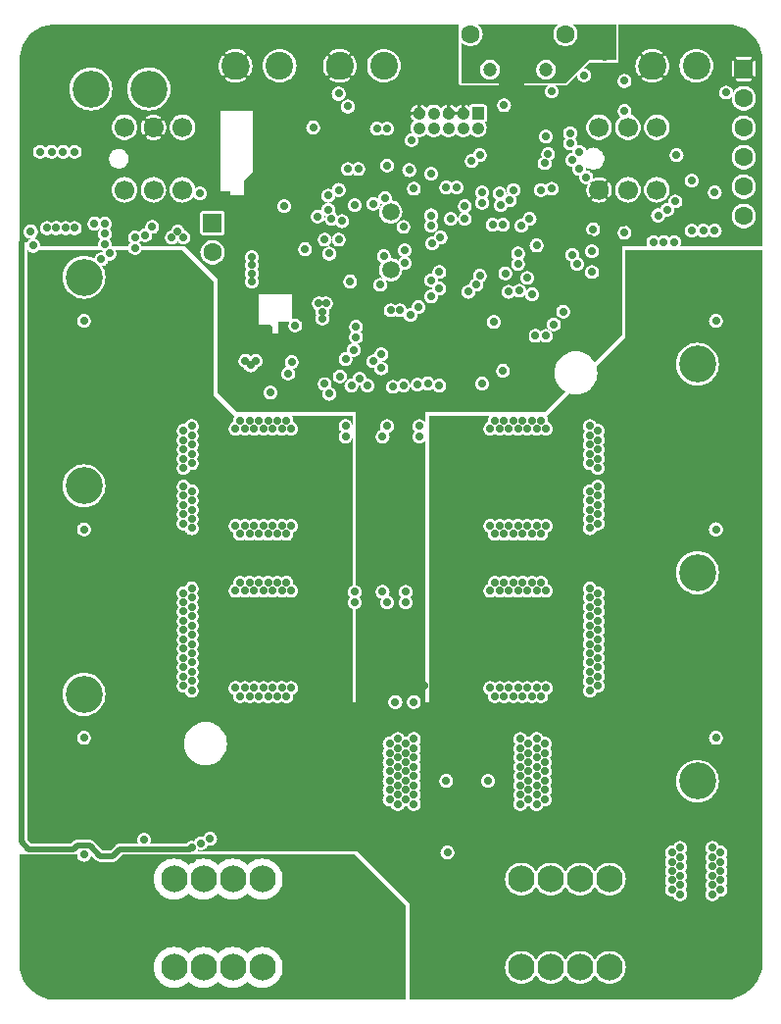
<source format=gbr>
G04 start of page 4 for group 2 idx 2 *
G04 Title: (unknown), gnd *
G04 Creator: pcb 20140316 *
G04 CreationDate: Wed 10 Jul 2019 18:35:35 GMT UTC *
G04 For: kier *
G04 Format: Gerber/RS-274X *
G04 PCB-Dimensions (mil): 3346.46 4133.86 *
G04 PCB-Coordinate-Origin: lower left *
%MOIN*%
%FSLAX25Y25*%
%LNGROUP2*%
%ADD96C,0.0354*%
%ADD95C,0.0571*%
%ADD94C,0.0394*%
%ADD93C,0.0315*%
%ADD92C,0.0256*%
%ADD91C,0.0118*%
%ADD90C,0.0276*%
%ADD89C,0.0669*%
%ADD88C,0.0906*%
%ADD87C,0.0591*%
%ADD86C,0.0945*%
%ADD85C,0.0472*%
%ADD84C,0.0630*%
%ADD83C,0.0413*%
%ADD82C,0.1260*%
%ADD81C,0.0851*%
%ADD80C,0.0197*%
%ADD79C,0.0001*%
G54D79*G36*
X108651Y90157D02*X155118D01*
X172441Y72835D01*
Y40945D01*
X108651D01*
Y47128D01*
X108661Y47141D01*
X108759Y47027D01*
X109586Y46320D01*
X110514Y45752D01*
X111519Y45335D01*
X112577Y45081D01*
X113661Y44996D01*
X114746Y45081D01*
X115804Y45335D01*
X116809Y45752D01*
X117737Y46320D01*
X118564Y47027D01*
X118661Y47141D01*
X118759Y47027D01*
X119586Y46320D01*
X120514Y45752D01*
X121519Y45335D01*
X122577Y45081D01*
X123661Y44996D01*
X124746Y45081D01*
X125804Y45335D01*
X126809Y45752D01*
X127737Y46320D01*
X128564Y47027D01*
X129270Y47854D01*
X129839Y48782D01*
X130255Y49787D01*
X130509Y50845D01*
X130573Y51929D01*
X130509Y53014D01*
X130255Y54072D01*
X129839Y55077D01*
X129270Y56004D01*
X128564Y56832D01*
X127737Y57538D01*
X126809Y58107D01*
X125804Y58523D01*
X124746Y58777D01*
X123661Y58862D01*
X122577Y58777D01*
X121519Y58523D01*
X120514Y58107D01*
X119586Y57538D01*
X118759Y56832D01*
X118661Y56717D01*
X118564Y56832D01*
X117737Y57538D01*
X116809Y58107D01*
X115804Y58523D01*
X114746Y58777D01*
X113661Y58862D01*
X112577Y58777D01*
X111519Y58523D01*
X110514Y58107D01*
X109586Y57538D01*
X108759Y56832D01*
X108661Y56717D01*
X108651Y56730D01*
Y77128D01*
X108661Y77141D01*
X108759Y77027D01*
X109586Y76320D01*
X110514Y75752D01*
X111519Y75335D01*
X112577Y75081D01*
X113661Y74996D01*
X114746Y75081D01*
X115804Y75335D01*
X116809Y75752D01*
X117737Y76320D01*
X118564Y77027D01*
X118661Y77141D01*
X118759Y77027D01*
X119586Y76320D01*
X120514Y75752D01*
X121519Y75335D01*
X122577Y75081D01*
X123661Y74996D01*
X124746Y75081D01*
X125804Y75335D01*
X126809Y75752D01*
X127737Y76320D01*
X128564Y77027D01*
X129270Y77854D01*
X129839Y78782D01*
X130255Y79787D01*
X130509Y80845D01*
X130573Y81929D01*
X130509Y83014D01*
X130255Y84072D01*
X129839Y85077D01*
X129270Y86004D01*
X128564Y86832D01*
X127737Y87538D01*
X126809Y88107D01*
X125804Y88523D01*
X124746Y88777D01*
X123661Y88862D01*
X122577Y88777D01*
X121519Y88523D01*
X120514Y88107D01*
X119586Y87538D01*
X118759Y86832D01*
X118661Y86717D01*
X118564Y86832D01*
X117737Y87538D01*
X116809Y88107D01*
X115804Y88523D01*
X114746Y88777D01*
X113661Y88862D01*
X112577Y88777D01*
X111519Y88523D01*
X110514Y88107D01*
X109586Y87538D01*
X108759Y86832D01*
X108661Y86717D01*
X108651Y86730D01*
Y90157D01*
G37*
G36*
X40945D02*X44017D01*
X44094Y90151D01*
X44172Y90157D01*
X59372D01*
X59449Y90151D01*
X59526Y90157D01*
X60623D01*
X60652Y89787D01*
X60739Y89425D01*
X60881Y89082D01*
X61075Y88765D01*
X61317Y88482D01*
X61599Y88241D01*
X61916Y88046D01*
X62260Y87904D01*
X62621Y87817D01*
X62992Y87788D01*
X63363Y87817D01*
X63724Y87904D01*
X64068Y88046D01*
X64385Y88241D01*
X64668Y88482D01*
X64909Y88765D01*
X65103Y89082D01*
X65246Y89425D01*
X65332Y89787D01*
X65353Y90131D01*
X67057Y88426D01*
X67108Y88368D01*
X67343Y88166D01*
X67343Y88166D01*
X67608Y88004D01*
X67810Y87921D01*
X67894Y87886D01*
X67952Y87872D01*
X68195Y87814D01*
X68504Y87789D01*
X68581Y87795D01*
X72758D01*
X72835Y87789D01*
X73143Y87814D01*
X73144Y87814D01*
X73445Y87886D01*
X73731Y88004D01*
X73995Y88166D01*
X74231Y88368D01*
X74281Y88426D01*
X76012Y90157D01*
X99135D01*
X99213Y90151D01*
X99290Y90157D01*
X99514D01*
X99606Y90150D01*
X99699Y90157D01*
X108651D01*
Y86730D01*
X108564Y86832D01*
X107737Y87538D01*
X106809Y88107D01*
X105804Y88523D01*
X104746Y88777D01*
X103661Y88862D01*
X102577Y88777D01*
X101519Y88523D01*
X100514Y88107D01*
X99586Y87538D01*
X98759Y86832D01*
X98661Y86717D01*
X98564Y86832D01*
X97737Y87538D01*
X96809Y88107D01*
X95804Y88523D01*
X94746Y88777D01*
X93661Y88862D01*
X92577Y88777D01*
X91519Y88523D01*
X90514Y88107D01*
X89586Y87538D01*
X88759Y86832D01*
X88052Y86004D01*
X87484Y85077D01*
X87068Y84072D01*
X86814Y83014D01*
X86728Y81929D01*
X86814Y80845D01*
X87068Y79787D01*
X87484Y78782D01*
X88052Y77854D01*
X88759Y77027D01*
X89586Y76320D01*
X90514Y75752D01*
X91519Y75335D01*
X92577Y75081D01*
X93661Y74996D01*
X94746Y75081D01*
X95804Y75335D01*
X96809Y75752D01*
X97737Y76320D01*
X98564Y77027D01*
X98661Y77141D01*
X98759Y77027D01*
X99586Y76320D01*
X100514Y75752D01*
X101519Y75335D01*
X102577Y75081D01*
X103661Y74996D01*
X104746Y75081D01*
X105804Y75335D01*
X106809Y75752D01*
X107737Y76320D01*
X108564Y77027D01*
X108651Y77128D01*
Y56730D01*
X108564Y56832D01*
X107737Y57538D01*
X106809Y58107D01*
X105804Y58523D01*
X104746Y58777D01*
X103661Y58862D01*
X102577Y58777D01*
X101519Y58523D01*
X100514Y58107D01*
X99586Y57538D01*
X98759Y56832D01*
X98661Y56717D01*
X98564Y56832D01*
X97737Y57538D01*
X96809Y58107D01*
X95804Y58523D01*
X94746Y58777D01*
X93661Y58862D01*
X92577Y58777D01*
X91519Y58523D01*
X90514Y58107D01*
X89586Y57538D01*
X88759Y56832D01*
X88052Y56004D01*
X87484Y55077D01*
X87068Y54072D01*
X86814Y53014D01*
X86728Y51929D01*
X86814Y50845D01*
X87068Y49787D01*
X87484Y48782D01*
X88052Y47854D01*
X88759Y47027D01*
X89586Y46320D01*
X90514Y45752D01*
X91519Y45335D01*
X92577Y45081D01*
X93661Y44996D01*
X94746Y45081D01*
X95804Y45335D01*
X96809Y45752D01*
X97737Y46320D01*
X98564Y47027D01*
X98661Y47141D01*
X98759Y47027D01*
X99586Y46320D01*
X100514Y45752D01*
X101519Y45335D01*
X102577Y45081D01*
X103661Y44996D01*
X104746Y45081D01*
X105804Y45335D01*
X106809Y45752D01*
X107737Y46320D01*
X108564Y47027D01*
X108651Y47128D01*
Y40945D01*
X50787D01*
X47244Y42520D01*
X44094Y44882D01*
X42520Y47244D01*
X40945Y51181D01*
Y90157D01*
G37*
G36*
X226763Y93307D02*X262900D01*
X262621Y93285D01*
X262260Y93198D01*
X261916Y93056D01*
X261599Y92862D01*
X261317Y92620D01*
X261075Y92338D01*
X260881Y92021D01*
X260739Y91677D01*
X260652Y91316D01*
X260623Y90945D01*
X260652Y90574D01*
X260739Y90213D01*
X260881Y89869D01*
X261075Y89552D01*
X261231Y89370D01*
X261075Y89188D01*
X260881Y88871D01*
X260739Y88527D01*
X260652Y88166D01*
X260623Y87795D01*
X260652Y87425D01*
X260739Y87063D01*
X260881Y86720D01*
X261075Y86403D01*
X261231Y86220D01*
X261075Y86038D01*
X260881Y85721D01*
X260739Y85378D01*
X260652Y85016D01*
X260623Y84646D01*
X260652Y84275D01*
X260739Y83913D01*
X260881Y83570D01*
X261075Y83253D01*
X261231Y83071D01*
X261075Y82889D01*
X260881Y82572D01*
X260739Y82228D01*
X260652Y81867D01*
X260623Y81496D01*
X260652Y81125D01*
X260739Y80764D01*
X260881Y80420D01*
X261075Y80103D01*
X261231Y79921D01*
X261075Y79739D01*
X260881Y79422D01*
X260739Y79079D01*
X260652Y78717D01*
X260623Y78346D01*
X260652Y77976D01*
X260739Y77614D01*
X260881Y77271D01*
X261075Y76954D01*
X261317Y76671D01*
X261599Y76430D01*
X261916Y76235D01*
X262260Y76093D01*
X262621Y76006D01*
X262992Y75977D01*
X263363Y76006D01*
X263495Y76038D01*
X263637Y75696D01*
X263831Y75379D01*
X264073Y75096D01*
X264355Y74855D01*
X264672Y74660D01*
X265016Y74518D01*
X265377Y74431D01*
X265748Y74402D01*
X266119Y74431D01*
X266480Y74518D01*
X266824Y74660D01*
X267141Y74855D01*
X267424Y75096D01*
X267665Y75379D01*
X267859Y75696D01*
X268002Y76039D01*
X268088Y76401D01*
X268110Y76772D01*
X268088Y77142D01*
X268002Y77504D01*
X267859Y77847D01*
X267665Y78164D01*
X267510Y78346D01*
X267665Y78529D01*
X267859Y78846D01*
X268002Y79189D01*
X268088Y79551D01*
X268110Y79921D01*
X268088Y80292D01*
X268002Y80653D01*
X267859Y80997D01*
X267665Y81314D01*
X267510Y81496D01*
X267665Y81678D01*
X267859Y81995D01*
X268002Y82339D01*
X268088Y82700D01*
X268110Y83071D01*
X268088Y83442D01*
X268002Y83803D01*
X267859Y84147D01*
X267665Y84464D01*
X267510Y84646D01*
X267665Y84828D01*
X267859Y85145D01*
X268002Y85488D01*
X268088Y85850D01*
X268110Y86220D01*
X268088Y86591D01*
X268002Y86953D01*
X267859Y87296D01*
X267665Y87613D01*
X267510Y87795D01*
X267665Y87977D01*
X267859Y88294D01*
X268002Y88638D01*
X268088Y88999D01*
X268110Y89370D01*
X268088Y89741D01*
X268002Y90102D01*
X267859Y90446D01*
X267665Y90763D01*
X267510Y90945D01*
X267665Y91127D01*
X267859Y91444D01*
X268002Y91787D01*
X268088Y92149D01*
X268110Y92520D01*
X268088Y92890D01*
X268002Y93252D01*
X267979Y93307D01*
X274541D01*
X274518Y93252D01*
X274431Y92890D01*
X274402Y92520D01*
X274431Y92149D01*
X274518Y91787D01*
X274660Y91444D01*
X274855Y91127D01*
X275010Y90945D01*
X274855Y90763D01*
X274660Y90446D01*
X274518Y90102D01*
X274431Y89741D01*
X274402Y89370D01*
X274431Y88999D01*
X274518Y88638D01*
X274660Y88294D01*
X274855Y87977D01*
X275010Y87795D01*
X274855Y87613D01*
X274660Y87296D01*
X274518Y86953D01*
X274431Y86591D01*
X274402Y86220D01*
X274431Y85850D01*
X274518Y85488D01*
X274660Y85145D01*
X274855Y84828D01*
X275010Y84646D01*
X274855Y84464D01*
X274660Y84147D01*
X274518Y83803D01*
X274431Y83442D01*
X274402Y83071D01*
X274431Y82700D01*
X274518Y82339D01*
X274660Y81995D01*
X274855Y81678D01*
X275010Y81496D01*
X274855Y81314D01*
X274660Y80997D01*
X274518Y80653D01*
X274431Y80292D01*
X274402Y79921D01*
X274431Y79551D01*
X274518Y79189D01*
X274660Y78846D01*
X274855Y78529D01*
X275010Y78346D01*
X274855Y78164D01*
X274660Y77847D01*
X274518Y77504D01*
X274431Y77142D01*
X274402Y76772D01*
X274431Y76401D01*
X274518Y76039D01*
X274660Y75696D01*
X274855Y75379D01*
X275096Y75096D01*
X275379Y74855D01*
X275696Y74660D01*
X276039Y74518D01*
X276401Y74431D01*
X276772Y74402D01*
X277142Y74431D01*
X277504Y74518D01*
X277847Y74660D01*
X278164Y74855D01*
X278447Y75096D01*
X278689Y75379D01*
X278883Y75696D01*
X279025Y76038D01*
X279157Y76006D01*
X279528Y75977D01*
X279898Y76006D01*
X280260Y76093D01*
X280603Y76235D01*
X280920Y76430D01*
X281203Y76671D01*
X281445Y76954D01*
X281639Y77271D01*
X281781Y77614D01*
X281868Y77976D01*
X281890Y78346D01*
X281868Y78717D01*
X281781Y79079D01*
X281639Y79422D01*
X281445Y79739D01*
X281289Y79921D01*
X281445Y80103D01*
X281639Y80420D01*
X281781Y80764D01*
X281868Y81125D01*
X281890Y81496D01*
X281868Y81867D01*
X281781Y82228D01*
X281639Y82572D01*
X281445Y82889D01*
X281289Y83071D01*
X281445Y83253D01*
X281639Y83570D01*
X281781Y83913D01*
X281868Y84275D01*
X281890Y84646D01*
X281868Y85016D01*
X281781Y85378D01*
X281639Y85721D01*
X281445Y86038D01*
X281289Y86220D01*
X281445Y86403D01*
X281639Y86720D01*
X281781Y87063D01*
X281868Y87425D01*
X281890Y87795D01*
X281868Y88166D01*
X281781Y88527D01*
X281639Y88871D01*
X281445Y89188D01*
X281289Y89370D01*
X281445Y89552D01*
X281639Y89869D01*
X281781Y90213D01*
X281868Y90574D01*
X281890Y90945D01*
X281868Y91316D01*
X281781Y91677D01*
X281639Y92021D01*
X281445Y92338D01*
X281203Y92620D01*
X280920Y92862D01*
X280603Y93056D01*
X280260Y93198D01*
X279898Y93285D01*
X279620Y93307D01*
X293701D01*
Y51181D01*
X292126Y47244D01*
X290551Y44882D01*
X287795Y42913D01*
X283465Y40945D01*
X226763D01*
Y49577D01*
X226772Y49597D01*
X226845Y49419D01*
X227299Y48679D01*
X227862Y48020D01*
X228522Y47456D01*
X229262Y47003D01*
X230063Y46671D01*
X230907Y46468D01*
X231772Y46400D01*
X232637Y46468D01*
X233480Y46671D01*
X234282Y47003D01*
X235021Y47456D01*
X235681Y48020D01*
X236245Y48679D01*
X236698Y49419D01*
X236772Y49597D01*
X236845Y49419D01*
X237299Y48679D01*
X237862Y48020D01*
X238522Y47456D01*
X239262Y47003D01*
X240063Y46671D01*
X240907Y46468D01*
X241772Y46400D01*
X242637Y46468D01*
X243480Y46671D01*
X244282Y47003D01*
X245021Y47456D01*
X245681Y48020D01*
X246245Y48679D01*
X246698Y49419D01*
X247030Y50221D01*
X247232Y51064D01*
X247283Y51929D01*
X247232Y52794D01*
X247030Y53638D01*
X246698Y54439D01*
X246245Y55179D01*
X245681Y55839D01*
X245021Y56402D01*
X244282Y56855D01*
X243480Y57187D01*
X242637Y57390D01*
X241772Y57458D01*
X240907Y57390D01*
X240063Y57187D01*
X239262Y56855D01*
X238522Y56402D01*
X237862Y55839D01*
X237299Y55179D01*
X236845Y54439D01*
X236772Y54261D01*
X236698Y54439D01*
X236245Y55179D01*
X235681Y55839D01*
X235021Y56402D01*
X234282Y56855D01*
X233480Y57187D01*
X232637Y57390D01*
X231772Y57458D01*
X230907Y57390D01*
X230063Y57187D01*
X229262Y56855D01*
X228522Y56402D01*
X227862Y55839D01*
X227299Y55179D01*
X226845Y54439D01*
X226772Y54261D01*
X226763Y54282D01*
Y79577D01*
X226772Y79597D01*
X226845Y79419D01*
X227299Y78679D01*
X227862Y78020D01*
X228522Y77456D01*
X229262Y77003D01*
X230063Y76671D01*
X230907Y76468D01*
X231772Y76400D01*
X232637Y76468D01*
X233480Y76671D01*
X234282Y77003D01*
X235021Y77456D01*
X235681Y78020D01*
X236245Y78679D01*
X236698Y79419D01*
X236772Y79597D01*
X236845Y79419D01*
X237299Y78679D01*
X237862Y78020D01*
X238522Y77456D01*
X239262Y77003D01*
X240063Y76671D01*
X240907Y76468D01*
X241772Y76400D01*
X242637Y76468D01*
X243480Y76671D01*
X244282Y77003D01*
X245021Y77456D01*
X245681Y78020D01*
X246245Y78679D01*
X246698Y79419D01*
X247030Y80221D01*
X247232Y81064D01*
X247283Y81929D01*
X247232Y82794D01*
X247030Y83638D01*
X246698Y84439D01*
X246245Y85179D01*
X245681Y85839D01*
X245021Y86402D01*
X244282Y86855D01*
X243480Y87187D01*
X242637Y87390D01*
X241772Y87458D01*
X240907Y87390D01*
X240063Y87187D01*
X239262Y86855D01*
X238522Y86402D01*
X237862Y85839D01*
X237299Y85179D01*
X236845Y84439D01*
X236772Y84261D01*
X236698Y84439D01*
X236245Y85179D01*
X235681Y85839D01*
X235021Y86402D01*
X234282Y86855D01*
X233480Y87187D01*
X232637Y87390D01*
X231772Y87458D01*
X230907Y87390D01*
X230063Y87187D01*
X229262Y86855D01*
X228522Y86402D01*
X227862Y85839D01*
X227299Y85179D01*
X226845Y84439D01*
X226772Y84261D01*
X226763Y84282D01*
Y93307D01*
G37*
G36*
X173622Y73622D02*X153937Y93307D01*
X186522D01*
X186244Y93285D01*
X185882Y93198D01*
X185538Y93056D01*
X185221Y92862D01*
X184939Y92620D01*
X184697Y92338D01*
X184503Y92021D01*
X184361Y91677D01*
X184274Y91316D01*
X184245Y90945D01*
X184274Y90574D01*
X184361Y90213D01*
X184503Y89869D01*
X184697Y89552D01*
X184939Y89269D01*
X185221Y89028D01*
X185538Y88834D01*
X185882Y88691D01*
X186244Y88605D01*
X186614Y88575D01*
X186985Y88605D01*
X187346Y88691D01*
X187690Y88834D01*
X188007Y89028D01*
X188290Y89269D01*
X188531Y89552D01*
X188725Y89869D01*
X188868Y90213D01*
X188954Y90574D01*
X188976Y90945D01*
X188954Y91316D01*
X188868Y91677D01*
X188725Y92021D01*
X188531Y92338D01*
X188290Y92620D01*
X188007Y92862D01*
X187690Y93056D01*
X187346Y93198D01*
X186985Y93285D01*
X186707Y93307D01*
X226763D01*
Y84282D01*
X226698Y84439D01*
X226245Y85179D01*
X225681Y85839D01*
X225021Y86402D01*
X224282Y86855D01*
X223480Y87187D01*
X222637Y87390D01*
X221772Y87458D01*
X220907Y87390D01*
X220063Y87187D01*
X219262Y86855D01*
X218522Y86402D01*
X217862Y85839D01*
X217299Y85179D01*
X216845Y84439D01*
X216772Y84261D01*
X216698Y84439D01*
X216245Y85179D01*
X215681Y85839D01*
X215021Y86402D01*
X214282Y86855D01*
X213480Y87187D01*
X212637Y87390D01*
X211772Y87458D01*
X210907Y87390D01*
X210063Y87187D01*
X209262Y86855D01*
X208522Y86402D01*
X207862Y85839D01*
X207299Y85179D01*
X206845Y84439D01*
X206513Y83638D01*
X206311Y82794D01*
X206243Y81929D01*
X206311Y81064D01*
X206513Y80221D01*
X206845Y79419D01*
X207299Y78679D01*
X207862Y78020D01*
X208522Y77456D01*
X209262Y77003D01*
X210063Y76671D01*
X210907Y76468D01*
X211772Y76400D01*
X212637Y76468D01*
X213480Y76671D01*
X214282Y77003D01*
X215021Y77456D01*
X215681Y78020D01*
X216245Y78679D01*
X216698Y79419D01*
X216772Y79597D01*
X216845Y79419D01*
X217299Y78679D01*
X217862Y78020D01*
X218522Y77456D01*
X219262Y77003D01*
X220063Y76671D01*
X220907Y76468D01*
X221772Y76400D01*
X222637Y76468D01*
X223480Y76671D01*
X224282Y77003D01*
X225021Y77456D01*
X225681Y78020D01*
X226245Y78679D01*
X226698Y79419D01*
X226763Y79577D01*
Y54282D01*
X226698Y54439D01*
X226245Y55179D01*
X225681Y55839D01*
X225021Y56402D01*
X224282Y56855D01*
X223480Y57187D01*
X222637Y57390D01*
X221772Y57458D01*
X220907Y57390D01*
X220063Y57187D01*
X219262Y56855D01*
X218522Y56402D01*
X217862Y55839D01*
X217299Y55179D01*
X216845Y54439D01*
X216772Y54261D01*
X216698Y54439D01*
X216245Y55179D01*
X215681Y55839D01*
X215021Y56402D01*
X214282Y56855D01*
X213480Y57187D01*
X212637Y57390D01*
X211772Y57458D01*
X210907Y57390D01*
X210063Y57187D01*
X209262Y56855D01*
X208522Y56402D01*
X207862Y55839D01*
X207299Y55179D01*
X206845Y54439D01*
X206513Y53638D01*
X206311Y52794D01*
X206243Y51929D01*
X206311Y51064D01*
X206513Y50221D01*
X206845Y49419D01*
X207299Y48679D01*
X207862Y48020D01*
X208522Y47456D01*
X209262Y47003D01*
X210063Y46671D01*
X210907Y46468D01*
X211772Y46400D01*
X212637Y46468D01*
X213480Y46671D01*
X214282Y47003D01*
X215021Y47456D01*
X215681Y48020D01*
X216245Y48679D01*
X216698Y49419D01*
X216772Y49597D01*
X216845Y49419D01*
X217299Y48679D01*
X217862Y48020D01*
X218522Y47456D01*
X219262Y47003D01*
X220063Y46671D01*
X220907Y46468D01*
X221772Y46400D01*
X222637Y46468D01*
X223480Y46671D01*
X224282Y47003D01*
X225021Y47456D01*
X225681Y48020D01*
X226245Y48679D01*
X226698Y49419D01*
X226763Y49577D01*
Y40945D01*
X173622D01*
Y73622D01*
G37*
G36*
X293701Y91339D02*X281862D01*
X281781Y91677D01*
X281639Y92021D01*
X281445Y92338D01*
X281203Y92620D01*
X280920Y92862D01*
X280603Y93056D01*
X280260Y93198D01*
X279898Y93285D01*
X279528Y93314D01*
X279157Y93285D01*
X279025Y93253D01*
X278883Y93595D01*
X278689Y93912D01*
X278447Y94195D01*
X278164Y94437D01*
X277949Y94569D01*
Y111491D01*
X278163Y111841D01*
X278602Y112900D01*
X278870Y114015D01*
X278937Y115157D01*
X278870Y116300D01*
X278602Y117415D01*
X278163Y118474D01*
X277949Y118824D01*
Y127552D01*
X277953Y127552D01*
X278323Y127581D01*
X278685Y127668D01*
X279028Y127810D01*
X279346Y128004D01*
X279628Y128246D01*
X279870Y128529D01*
X280064Y128846D01*
X280206Y129189D01*
X280293Y129551D01*
X280315Y129921D01*
X280293Y130292D01*
X280206Y130653D01*
X280064Y130997D01*
X279870Y131314D01*
X279628Y131597D01*
X279346Y131838D01*
X279028Y132032D01*
X278685Y132175D01*
X278323Y132262D01*
X277953Y132291D01*
X277949Y132290D01*
Y182357D01*
X278163Y182707D01*
X278602Y183766D01*
X278870Y184881D01*
X278937Y186024D01*
X278870Y187167D01*
X278602Y188281D01*
X278163Y189340D01*
X277949Y189690D01*
Y198418D01*
X277953Y198418D01*
X278323Y198447D01*
X278685Y198534D01*
X279028Y198676D01*
X279346Y198870D01*
X279628Y199112D01*
X279870Y199395D01*
X280064Y199712D01*
X280206Y200055D01*
X280293Y200417D01*
X280315Y200787D01*
X280293Y201158D01*
X280206Y201520D01*
X280064Y201863D01*
X279870Y202180D01*
X279628Y202463D01*
X279346Y202704D01*
X279028Y202899D01*
X278685Y203041D01*
X278323Y203128D01*
X277953Y203157D01*
X277949Y203157D01*
Y253224D01*
X278163Y253573D01*
X278602Y254632D01*
X278870Y255747D01*
X278937Y256890D01*
X278870Y258033D01*
X278602Y259147D01*
X278163Y260207D01*
X277949Y260556D01*
Y269284D01*
X277953Y269284D01*
X278323Y269313D01*
X278685Y269400D01*
X279028Y269542D01*
X279346Y269737D01*
X279628Y269978D01*
X279870Y270261D01*
X280064Y270578D01*
X280206Y270921D01*
X280293Y271283D01*
X280315Y271654D01*
X280293Y272024D01*
X280206Y272386D01*
X280064Y272729D01*
X279870Y273046D01*
X279628Y273329D01*
X279346Y273570D01*
X279028Y273765D01*
X278685Y273907D01*
X278323Y273994D01*
X277953Y274023D01*
X277949Y274023D01*
Y295669D01*
X293701D01*
Y91339D01*
G37*
G36*
X200390Y199739D02*X200447Y199716D01*
X200416Y199583D01*
X200390Y199259D01*
Y199739D01*
G37*
G36*
Y182631D02*X200416Y182306D01*
X200447Y182174D01*
X200390Y182150D01*
Y182631D01*
G37*
G36*
Y144621D02*X200447Y144598D01*
X200416Y144465D01*
X200390Y144141D01*
Y144621D01*
G37*
G36*
Y237749D02*X200416Y237425D01*
X200447Y237292D01*
X200390Y237269D01*
Y237749D01*
G37*
G36*
Y239370D02*X200994D01*
X200839Y239188D01*
X200645Y238871D01*
X200502Y238527D01*
X200416Y238166D01*
X200390Y237842D01*
Y239370D01*
G37*
G36*
X277949Y94569D02*X277847Y94631D01*
X277504Y94773D01*
X277142Y94860D01*
X276772Y94889D01*
X276401Y94860D01*
X276039Y94773D01*
X275696Y94631D01*
X275379Y94437D01*
X275096Y94195D01*
X274855Y93912D01*
X274660Y93595D01*
X274518Y93252D01*
X274431Y92890D01*
X274402Y92520D01*
X274431Y92149D01*
X274518Y91787D01*
X274660Y91444D01*
X274725Y91339D01*
X267795D01*
X267859Y91444D01*
X268002Y91787D01*
X268088Y92149D01*
X268110Y92520D01*
X268088Y92890D01*
X268002Y93252D01*
X267859Y93595D01*
X267665Y93912D01*
X267424Y94195D01*
X267141Y94437D01*
X266824Y94631D01*
X266480Y94773D01*
X266119Y94860D01*
X265748Y94889D01*
X265377Y94860D01*
X265016Y94773D01*
X264672Y94631D01*
X264355Y94437D01*
X264073Y94195D01*
X263831Y93912D01*
X263637Y93595D01*
X263495Y93253D01*
X263363Y93285D01*
X262992Y93314D01*
X262621Y93285D01*
X262260Y93198D01*
X261916Y93056D01*
X261599Y92862D01*
X261317Y92620D01*
X261075Y92338D01*
X260881Y92021D01*
X260739Y91677D01*
X260657Y91339D01*
X236414D01*
Y144135D01*
X236432Y144146D01*
X236715Y144388D01*
X236956Y144670D01*
X237151Y144987D01*
X237292Y145329D01*
X237425Y145297D01*
X237795Y145268D01*
X238166Y145297D01*
X238527Y145384D01*
X238871Y145527D01*
X239188Y145721D01*
X239471Y145962D01*
X239712Y146245D01*
X239907Y146562D01*
X240049Y146906D01*
X240136Y147267D01*
X240157Y147638D01*
X240136Y148008D01*
X240049Y148370D01*
X239907Y148714D01*
X239712Y149031D01*
X239557Y149213D01*
X239712Y149395D01*
X239907Y149712D01*
X240049Y150055D01*
X240136Y150417D01*
X240157Y150787D01*
X240136Y151158D01*
X240049Y151520D01*
X239907Y151863D01*
X239712Y152180D01*
X239557Y152362D01*
X239712Y152544D01*
X239907Y152861D01*
X240049Y153205D01*
X240136Y153566D01*
X240157Y153937D01*
X240136Y154308D01*
X240049Y154669D01*
X239907Y155013D01*
X239712Y155330D01*
X239557Y155512D01*
X239712Y155694D01*
X239907Y156011D01*
X240049Y156354D01*
X240136Y156716D01*
X240157Y157087D01*
X240136Y157457D01*
X240049Y157819D01*
X239907Y158162D01*
X239712Y158479D01*
X239557Y158661D01*
X239712Y158843D01*
X239907Y159160D01*
X240049Y159504D01*
X240136Y159866D01*
X240157Y160236D01*
X240136Y160607D01*
X240049Y160968D01*
X239907Y161312D01*
X239712Y161629D01*
X239557Y161811D01*
X239712Y161993D01*
X239907Y162310D01*
X240049Y162654D01*
X240136Y163015D01*
X240157Y163386D01*
X240136Y163756D01*
X240049Y164118D01*
X239907Y164462D01*
X239712Y164779D01*
X239557Y164961D01*
X239712Y165143D01*
X239907Y165460D01*
X240049Y165803D01*
X240136Y166165D01*
X240157Y166535D01*
X240136Y166906D01*
X240049Y167268D01*
X239907Y167611D01*
X239712Y167928D01*
X239557Y168110D01*
X239712Y168292D01*
X239907Y168609D01*
X240049Y168953D01*
X240136Y169314D01*
X240157Y169685D01*
X240136Y170056D01*
X240049Y170417D01*
X239907Y170761D01*
X239712Y171078D01*
X239557Y171260D01*
X239712Y171442D01*
X239907Y171759D01*
X240049Y172102D01*
X240136Y172464D01*
X240157Y172835D01*
X240136Y173205D01*
X240049Y173567D01*
X239907Y173910D01*
X239712Y174227D01*
X239557Y174409D01*
X239712Y174592D01*
X239907Y174909D01*
X240049Y175252D01*
X240136Y175614D01*
X240157Y175984D01*
X240136Y176355D01*
X240049Y176716D01*
X239907Y177060D01*
X239712Y177377D01*
X239557Y177559D01*
X239712Y177741D01*
X239907Y178058D01*
X240049Y178402D01*
X240136Y178763D01*
X240157Y179134D01*
X240136Y179505D01*
X240049Y179866D01*
X239907Y180210D01*
X239712Y180527D01*
X239471Y180809D01*
X239188Y181051D01*
X238871Y181245D01*
X238527Y181387D01*
X238166Y181474D01*
X237795Y181503D01*
X237425Y181474D01*
X237292Y181442D01*
X237151Y181784D01*
X236956Y182101D01*
X236715Y182384D01*
X236432Y182626D01*
X236414Y182637D01*
Y199253D01*
X236432Y199264D01*
X236715Y199506D01*
X236956Y199788D01*
X237151Y200105D01*
X237292Y200447D01*
X237425Y200416D01*
X237795Y200386D01*
X238166Y200416D01*
X238527Y200502D01*
X238871Y200645D01*
X239188Y200839D01*
X239471Y201080D01*
X239712Y201363D01*
X239907Y201680D01*
X240049Y202024D01*
X240136Y202385D01*
X240157Y202756D01*
X240136Y203127D01*
X240049Y203488D01*
X239907Y203832D01*
X239712Y204149D01*
X239557Y204331D01*
X239712Y204513D01*
X239907Y204830D01*
X240049Y205173D01*
X240136Y205535D01*
X240157Y205906D01*
X240136Y206276D01*
X240049Y206638D01*
X239907Y206981D01*
X239712Y207298D01*
X239557Y207480D01*
X239712Y207662D01*
X239907Y207979D01*
X240049Y208323D01*
X240136Y208684D01*
X240157Y209055D01*
X240136Y209426D01*
X240049Y209787D01*
X239907Y210131D01*
X239712Y210448D01*
X239557Y210630D01*
X239712Y210812D01*
X239907Y211129D01*
X240049Y211473D01*
X240136Y211834D01*
X240157Y212205D01*
X240136Y212575D01*
X240049Y212937D01*
X239907Y213280D01*
X239712Y213597D01*
X239557Y213780D01*
X239712Y213962D01*
X239907Y214279D01*
X240049Y214622D01*
X240136Y214984D01*
X240157Y215354D01*
X240136Y215725D01*
X240049Y216087D01*
X239907Y216430D01*
X239712Y216747D01*
X239471Y217030D01*
X239188Y217271D01*
X238871Y217466D01*
X238527Y217608D01*
X238166Y217695D01*
X237795Y217724D01*
X237425Y217695D01*
X237063Y217608D01*
X236720Y217466D01*
X236414Y217278D01*
Y219730D01*
X236720Y219542D01*
X237063Y219400D01*
X237425Y219313D01*
X237795Y219284D01*
X238166Y219313D01*
X238527Y219400D01*
X238871Y219542D01*
X239188Y219737D01*
X239471Y219978D01*
X239712Y220261D01*
X239907Y220578D01*
X240049Y220921D01*
X240136Y221283D01*
X240157Y221654D01*
X240136Y222024D01*
X240049Y222386D01*
X239907Y222729D01*
X239712Y223046D01*
X239557Y223228D01*
X239712Y223410D01*
X239907Y223727D01*
X240049Y224071D01*
X240136Y224432D01*
X240157Y224803D01*
X240136Y225174D01*
X240049Y225535D01*
X239907Y225879D01*
X239712Y226196D01*
X239557Y226378D01*
X239712Y226560D01*
X239907Y226877D01*
X240049Y227221D01*
X240136Y227582D01*
X240157Y227953D01*
X240136Y228323D01*
X240049Y228685D01*
X239907Y229028D01*
X239712Y229346D01*
X239557Y229528D01*
X239712Y229710D01*
X239907Y230027D01*
X240049Y230370D01*
X240136Y230732D01*
X240157Y231102D01*
X240136Y231473D01*
X240049Y231835D01*
X239907Y232178D01*
X239712Y232495D01*
X239557Y232677D01*
X239712Y232859D01*
X239907Y233176D01*
X240049Y233520D01*
X240136Y233881D01*
X240157Y234252D01*
X240136Y234623D01*
X240049Y234984D01*
X239907Y235328D01*
X239712Y235645D01*
X239471Y235927D01*
X239188Y236169D01*
X238871Y236363D01*
X238527Y236505D01*
X238166Y236592D01*
X237795Y236621D01*
X237425Y236592D01*
X237292Y236561D01*
X237151Y236902D01*
X236956Y237220D01*
X236715Y237502D01*
X236432Y237744D01*
X236414Y237755D01*
Y249950D01*
X236825Y250620D01*
X237263Y251679D01*
X237531Y252794D01*
X237598Y253937D01*
X237531Y255080D01*
X237270Y256167D01*
X247244Y266142D01*
Y295669D01*
X277949D01*
Y274023D01*
X277582Y273994D01*
X277221Y273907D01*
X276877Y273765D01*
X276560Y273570D01*
X276277Y273329D01*
X276036Y273046D01*
X275842Y272729D01*
X275699Y272386D01*
X275612Y272024D01*
X275583Y271654D01*
X275612Y271283D01*
X275699Y270921D01*
X275842Y270578D01*
X276036Y270261D01*
X276277Y269978D01*
X276560Y269737D01*
X276877Y269542D01*
X277221Y269400D01*
X277582Y269313D01*
X277949Y269284D01*
Y260556D01*
X277564Y261184D01*
X276820Y262056D01*
X275948Y262800D01*
X274970Y263399D01*
X273911Y263838D01*
X272796Y264106D01*
X271654Y264196D01*
X270511Y264106D01*
X269396Y263838D01*
X268337Y263399D01*
X267359Y262800D01*
X266487Y262056D01*
X265743Y261184D01*
X265144Y260207D01*
X264705Y259147D01*
X264438Y258033D01*
X264348Y256890D01*
X264438Y255747D01*
X264705Y254632D01*
X265144Y253573D01*
X265743Y252595D01*
X266487Y251724D01*
X267359Y250979D01*
X268337Y250380D01*
X269396Y249941D01*
X270511Y249674D01*
X271654Y249584D01*
X272796Y249674D01*
X273911Y249941D01*
X274970Y250380D01*
X275948Y250979D01*
X276820Y251724D01*
X277564Y252595D01*
X277949Y253224D01*
Y203157D01*
X277582Y203128D01*
X277221Y203041D01*
X276877Y202899D01*
X276560Y202704D01*
X276277Y202463D01*
X276036Y202180D01*
X275842Y201863D01*
X275699Y201520D01*
X275612Y201158D01*
X275583Y200787D01*
X275612Y200417D01*
X275699Y200055D01*
X275842Y199712D01*
X276036Y199395D01*
X276277Y199112D01*
X276560Y198870D01*
X276877Y198676D01*
X277221Y198534D01*
X277582Y198447D01*
X277949Y198418D01*
Y189690D01*
X277564Y190318D01*
X276820Y191190D01*
X275948Y191934D01*
X274970Y192533D01*
X273911Y192972D01*
X272796Y193240D01*
X271654Y193330D01*
X270511Y193240D01*
X269396Y192972D01*
X268337Y192533D01*
X267359Y191934D01*
X266487Y191190D01*
X265743Y190318D01*
X265144Y189340D01*
X264705Y188281D01*
X264438Y187167D01*
X264348Y186024D01*
X264438Y184881D01*
X264705Y183766D01*
X265144Y182707D01*
X265743Y181729D01*
X266487Y180858D01*
X267359Y180113D01*
X268337Y179514D01*
X269396Y179075D01*
X270511Y178808D01*
X271654Y178718D01*
X272796Y178808D01*
X273911Y179075D01*
X274970Y179514D01*
X275948Y180113D01*
X276820Y180858D01*
X277564Y181729D01*
X277949Y182357D01*
Y132290D01*
X277582Y132262D01*
X277221Y132175D01*
X276877Y132032D01*
X276560Y131838D01*
X276277Y131597D01*
X276036Y131314D01*
X275842Y130997D01*
X275699Y130653D01*
X275612Y130292D01*
X275583Y129921D01*
X275612Y129551D01*
X275699Y129189D01*
X275842Y128846D01*
X276036Y128529D01*
X276277Y128246D01*
X276560Y128004D01*
X276877Y127810D01*
X277221Y127668D01*
X277582Y127581D01*
X277949Y127552D01*
Y118824D01*
X277564Y119452D01*
X276820Y120324D01*
X275948Y121068D01*
X274970Y121667D01*
X273911Y122106D01*
X272796Y122373D01*
X271654Y122463D01*
X270511Y122373D01*
X269396Y122106D01*
X268337Y121667D01*
X267359Y121068D01*
X266487Y120324D01*
X265743Y119452D01*
X265144Y118474D01*
X264705Y117415D01*
X264438Y116300D01*
X264348Y115157D01*
X264438Y114015D01*
X264705Y112900D01*
X265144Y111841D01*
X265743Y110863D01*
X266487Y109991D01*
X267359Y109247D01*
X268337Y108648D01*
X269396Y108209D01*
X270511Y107942D01*
X271654Y107852D01*
X272796Y107942D01*
X273911Y108209D01*
X274970Y108648D01*
X275948Y109247D01*
X276820Y109991D01*
X277564Y110863D01*
X277949Y111491D01*
Y94569D01*
G37*
G36*
X236414Y91339D02*X215548D01*
Y105557D01*
X215853Y105369D01*
X216197Y105227D01*
X216558Y105140D01*
X216929Y105111D01*
X217300Y105140D01*
X217661Y105227D01*
X218005Y105369D01*
X218322Y105563D01*
X218605Y105805D01*
X218846Y106088D01*
X219040Y106405D01*
X219182Y106747D01*
X219314Y106715D01*
X219685Y106686D01*
X220056Y106715D01*
X220417Y106802D01*
X220761Y106944D01*
X221078Y107138D01*
X221361Y107380D01*
X221602Y107662D01*
X221796Y107979D01*
X221939Y108323D01*
X222025Y108684D01*
X222047Y109055D01*
X222025Y109426D01*
X221939Y109787D01*
X221796Y110131D01*
X221602Y110448D01*
X221447Y110630D01*
X221602Y110812D01*
X221796Y111129D01*
X221939Y111473D01*
X222025Y111834D01*
X222047Y112205D01*
X222025Y112575D01*
X221939Y112937D01*
X221796Y113280D01*
X221602Y113597D01*
X221447Y113780D01*
X221602Y113962D01*
X221796Y114279D01*
X221939Y114622D01*
X222025Y114984D01*
X222047Y115354D01*
X222025Y115725D01*
X221939Y116087D01*
X221796Y116430D01*
X221602Y116747D01*
X221447Y116929D01*
X221602Y117111D01*
X221796Y117428D01*
X221939Y117772D01*
X222025Y118133D01*
X222047Y118504D01*
X222025Y118875D01*
X221939Y119236D01*
X221796Y119580D01*
X221602Y119897D01*
X221447Y120079D01*
X221602Y120261D01*
X221796Y120578D01*
X221939Y120921D01*
X222025Y121283D01*
X222047Y121654D01*
X222025Y122024D01*
X221939Y122386D01*
X221796Y122729D01*
X221602Y123046D01*
X221447Y123228D01*
X221602Y123410D01*
X221796Y123727D01*
X221939Y124071D01*
X222025Y124432D01*
X222047Y124803D01*
X222025Y125174D01*
X221939Y125535D01*
X221796Y125879D01*
X221602Y126196D01*
X221447Y126378D01*
X221602Y126560D01*
X221796Y126877D01*
X221939Y127221D01*
X222025Y127582D01*
X222047Y127953D01*
X222025Y128323D01*
X221939Y128685D01*
X221796Y129028D01*
X221602Y129346D01*
X221361Y129628D01*
X221078Y129870D01*
X220761Y130064D01*
X220417Y130206D01*
X220056Y130293D01*
X219685Y130322D01*
X219314Y130293D01*
X219182Y130261D01*
X219040Y130603D01*
X218846Y130920D01*
X218605Y131203D01*
X218322Y131445D01*
X218005Y131639D01*
X217661Y131781D01*
X217300Y131868D01*
X216929Y131897D01*
X216558Y131868D01*
X216197Y131781D01*
X215853Y131639D01*
X215548Y131451D01*
Y141740D01*
X215725Y141754D01*
X216087Y141841D01*
X216430Y141983D01*
X216747Y142178D01*
X216929Y142333D01*
X217111Y142178D01*
X217428Y141983D01*
X217772Y141841D01*
X218133Y141754D01*
X218504Y141725D01*
X218875Y141754D01*
X219236Y141841D01*
X219580Y141983D01*
X219897Y142178D01*
X220179Y142419D01*
X220421Y142702D01*
X220615Y143019D01*
X220757Y143362D01*
X220844Y143724D01*
X220866Y144094D01*
X220844Y144465D01*
X220812Y144598D01*
X221154Y144739D01*
X221471Y144933D01*
X221754Y145175D01*
X221996Y145458D01*
X222190Y145775D01*
X222332Y146118D01*
X222419Y146480D01*
X222441Y146850D01*
X222419Y147221D01*
X222332Y147583D01*
X222190Y147926D01*
X221996Y148243D01*
X221754Y148526D01*
X221471Y148767D01*
X221154Y148962D01*
X220811Y149104D01*
X220449Y149191D01*
X220079Y149220D01*
X219708Y149191D01*
X219347Y149104D01*
X219003Y148962D01*
X218686Y148767D01*
X218504Y148612D01*
X218322Y148767D01*
X218005Y148962D01*
X217661Y149104D01*
X217300Y149191D01*
X216929Y149220D01*
X216558Y149191D01*
X216197Y149104D01*
X215853Y148962D01*
X215548Y148774D01*
Y177997D01*
X215853Y177810D01*
X216197Y177668D01*
X216558Y177581D01*
X216929Y177552D01*
X217300Y177581D01*
X217661Y177668D01*
X218005Y177810D01*
X218322Y178004D01*
X218504Y178160D01*
X218686Y178004D01*
X219003Y177810D01*
X219347Y177668D01*
X219708Y177581D01*
X220079Y177552D01*
X220449Y177581D01*
X220811Y177668D01*
X221154Y177810D01*
X221471Y178004D01*
X221754Y178246D01*
X221996Y178529D01*
X222190Y178846D01*
X222332Y179189D01*
X222419Y179551D01*
X222441Y179921D01*
X222419Y180292D01*
X222332Y180653D01*
X222190Y180997D01*
X221996Y181314D01*
X221754Y181597D01*
X221471Y181838D01*
X221154Y182032D01*
X220812Y182174D01*
X220844Y182306D01*
X220866Y182677D01*
X220844Y183048D01*
X220757Y183409D01*
X220615Y183753D01*
X220421Y184070D01*
X220179Y184353D01*
X219897Y184594D01*
X219580Y184788D01*
X219236Y184931D01*
X218875Y185017D01*
X218504Y185047D01*
X218133Y185017D01*
X217772Y184931D01*
X217428Y184788D01*
X217111Y184594D01*
X216929Y184439D01*
X216747Y184594D01*
X216430Y184788D01*
X216087Y184931D01*
X215725Y185017D01*
X215548Y185031D01*
Y196858D01*
X215725Y196872D01*
X216087Y196959D01*
X216430Y197101D01*
X216747Y197296D01*
X216929Y197451D01*
X217111Y197296D01*
X217428Y197101D01*
X217772Y196959D01*
X218133Y196872D01*
X218504Y196843D01*
X218875Y196872D01*
X219236Y196959D01*
X219580Y197101D01*
X219897Y197296D01*
X220179Y197537D01*
X220421Y197820D01*
X220615Y198137D01*
X220757Y198480D01*
X220844Y198842D01*
X220866Y199213D01*
X220844Y199583D01*
X220812Y199716D01*
X221154Y199857D01*
X221471Y200052D01*
X221754Y200293D01*
X221996Y200576D01*
X222190Y200893D01*
X222332Y201236D01*
X222419Y201598D01*
X222441Y201969D01*
X222419Y202339D01*
X222332Y202701D01*
X222190Y203044D01*
X221996Y203361D01*
X221754Y203644D01*
X221471Y203885D01*
X221154Y204080D01*
X220811Y204222D01*
X220449Y204309D01*
X220079Y204338D01*
X219708Y204309D01*
X219347Y204222D01*
X219003Y204080D01*
X218686Y203885D01*
X218504Y203730D01*
X218322Y203885D01*
X218005Y204080D01*
X217661Y204222D01*
X217300Y204309D01*
X216929Y204338D01*
X216558Y204309D01*
X216197Y204222D01*
X215853Y204080D01*
X215548Y203892D01*
Y233116D01*
X215853Y232928D01*
X216197Y232786D01*
X216558Y232699D01*
X216929Y232670D01*
X217300Y232699D01*
X217661Y232786D01*
X218005Y232928D01*
X218322Y233122D01*
X218504Y233278D01*
X218686Y233122D01*
X219003Y232928D01*
X219347Y232786D01*
X219708Y232699D01*
X220079Y232670D01*
X220449Y232699D01*
X220811Y232786D01*
X221154Y232928D01*
X221471Y233122D01*
X221754Y233364D01*
X221996Y233647D01*
X222190Y233964D01*
X222332Y234307D01*
X222419Y234669D01*
X222441Y235039D01*
X222419Y235410D01*
X222332Y235772D01*
X222190Y236115D01*
X221996Y236432D01*
X221754Y236715D01*
X221471Y236956D01*
X221154Y237151D01*
X220812Y237292D01*
X220844Y237425D01*
X220866Y237795D01*
X220844Y238166D01*
X220757Y238527D01*
X220615Y238871D01*
X220421Y239188D01*
X220265Y239370D01*
X220472D01*
X228084Y246982D01*
X229172Y246721D01*
X230315Y246631D01*
X231458Y246721D01*
X232573Y246989D01*
X233632Y247427D01*
X234609Y248026D01*
X235481Y248771D01*
X236226Y249643D01*
X236414Y249950D01*
Y237755D01*
X236115Y237938D01*
X235772Y238080D01*
X235410Y238167D01*
X235039Y238196D01*
X234669Y238167D01*
X234307Y238080D01*
X233964Y237938D01*
X233647Y237744D01*
X233364Y237502D01*
X233122Y237220D01*
X232928Y236902D01*
X232786Y236559D01*
X232699Y236197D01*
X232670Y235827D01*
X232699Y235456D01*
X232786Y235095D01*
X232928Y234751D01*
X233122Y234434D01*
X233278Y234252D01*
X233122Y234070D01*
X232928Y233753D01*
X232786Y233409D01*
X232699Y233048D01*
X232670Y232677D01*
X232699Y232306D01*
X232786Y231945D01*
X232928Y231601D01*
X233122Y231284D01*
X233278Y231102D01*
X233122Y230920D01*
X232928Y230603D01*
X232786Y230260D01*
X232699Y229898D01*
X232670Y229528D01*
X232699Y229157D01*
X232786Y228795D01*
X232928Y228452D01*
X233122Y228135D01*
X233278Y227953D01*
X233122Y227771D01*
X232928Y227454D01*
X232786Y227110D01*
X232699Y226749D01*
X232670Y226378D01*
X232699Y226007D01*
X232786Y225646D01*
X232928Y225302D01*
X233122Y224985D01*
X233278Y224803D01*
X233122Y224621D01*
X232928Y224304D01*
X232786Y223961D01*
X232699Y223599D01*
X232670Y223228D01*
X232699Y222858D01*
X232786Y222496D01*
X232928Y222153D01*
X233122Y221836D01*
X233364Y221553D01*
X233647Y221311D01*
X233964Y221117D01*
X234307Y220975D01*
X234669Y220888D01*
X235039Y220859D01*
X235410Y220888D01*
X235542Y220920D01*
X235684Y220578D01*
X235878Y220261D01*
X236120Y219978D01*
X236403Y219737D01*
X236414Y219730D01*
Y217278D01*
X236403Y217271D01*
X236120Y217030D01*
X235878Y216747D01*
X235684Y216430D01*
X235542Y216088D01*
X235410Y216120D01*
X235039Y216149D01*
X234669Y216120D01*
X234307Y216033D01*
X233964Y215891D01*
X233647Y215696D01*
X233364Y215455D01*
X233122Y215172D01*
X232928Y214855D01*
X232786Y214512D01*
X232699Y214150D01*
X232670Y213780D01*
X232699Y213409D01*
X232786Y213047D01*
X232928Y212704D01*
X233122Y212387D01*
X233278Y212205D01*
X233122Y212023D01*
X232928Y211706D01*
X232786Y211362D01*
X232699Y211001D01*
X232670Y210630D01*
X232699Y210259D01*
X232786Y209898D01*
X232928Y209554D01*
X233122Y209237D01*
X233278Y209055D01*
X233122Y208873D01*
X232928Y208556D01*
X232786Y208213D01*
X232699Y207851D01*
X232670Y207480D01*
X232699Y207110D01*
X232786Y206748D01*
X232928Y206405D01*
X233122Y206088D01*
X233278Y205906D01*
X233122Y205723D01*
X232928Y205406D01*
X232786Y205063D01*
X232699Y204701D01*
X232670Y204331D01*
X232699Y203960D01*
X232786Y203598D01*
X232928Y203255D01*
X233122Y202938D01*
X233278Y202756D01*
X233122Y202574D01*
X232928Y202257D01*
X232786Y201913D01*
X232699Y201552D01*
X232670Y201181D01*
X232699Y200810D01*
X232786Y200449D01*
X232928Y200105D01*
X233122Y199788D01*
X233364Y199506D01*
X233647Y199264D01*
X233964Y199070D01*
X234307Y198928D01*
X234669Y198841D01*
X235039Y198812D01*
X235410Y198841D01*
X235772Y198928D01*
X236115Y199070D01*
X236414Y199253D01*
Y182637D01*
X236115Y182820D01*
X235772Y182962D01*
X235410Y183049D01*
X235039Y183078D01*
X234669Y183049D01*
X234307Y182962D01*
X233964Y182820D01*
X233647Y182626D01*
X233364Y182384D01*
X233122Y182101D01*
X232928Y181784D01*
X232786Y181441D01*
X232699Y181079D01*
X232670Y180709D01*
X232699Y180338D01*
X232786Y179976D01*
X232928Y179633D01*
X233122Y179316D01*
X233278Y179134D01*
X233122Y178952D01*
X232928Y178635D01*
X232786Y178291D01*
X232699Y177930D01*
X232670Y177559D01*
X232699Y177188D01*
X232786Y176827D01*
X232928Y176483D01*
X233122Y176166D01*
X233278Y175984D01*
X233122Y175802D01*
X232928Y175485D01*
X232786Y175142D01*
X232699Y174780D01*
X232670Y174409D01*
X232699Y174039D01*
X232786Y173677D01*
X232928Y173334D01*
X233122Y173017D01*
X233278Y172835D01*
X233122Y172653D01*
X232928Y172336D01*
X232786Y171992D01*
X232699Y171631D01*
X232670Y171260D01*
X232699Y170889D01*
X232786Y170528D01*
X232928Y170184D01*
X233122Y169867D01*
X233278Y169685D01*
X233122Y169503D01*
X232928Y169186D01*
X232786Y168842D01*
X232699Y168481D01*
X232670Y168110D01*
X232699Y167740D01*
X232786Y167378D01*
X232928Y167035D01*
X233122Y166717D01*
X233278Y166535D01*
X233122Y166353D01*
X232928Y166036D01*
X232786Y165693D01*
X232699Y165331D01*
X232670Y164961D01*
X232699Y164590D01*
X232786Y164228D01*
X232928Y163885D01*
X233122Y163568D01*
X233278Y163386D01*
X233122Y163204D01*
X232928Y162887D01*
X232786Y162543D01*
X232699Y162182D01*
X232670Y161811D01*
X232699Y161440D01*
X232786Y161079D01*
X232928Y160735D01*
X233122Y160418D01*
X233278Y160236D01*
X233122Y160054D01*
X232928Y159737D01*
X232786Y159394D01*
X232699Y159032D01*
X232670Y158661D01*
X232699Y158291D01*
X232786Y157929D01*
X232928Y157586D01*
X233122Y157269D01*
X233278Y157087D01*
X233122Y156905D01*
X232928Y156588D01*
X232786Y156244D01*
X232699Y155882D01*
X232670Y155512D01*
X232699Y155141D01*
X232786Y154780D01*
X232928Y154436D01*
X233122Y154119D01*
X233278Y153937D01*
X233122Y153755D01*
X232928Y153438D01*
X232786Y153094D01*
X232699Y152733D01*
X232670Y152362D01*
X232699Y151992D01*
X232786Y151630D01*
X232928Y151286D01*
X233122Y150969D01*
X233278Y150787D01*
X233122Y150605D01*
X232928Y150288D01*
X232786Y149945D01*
X232699Y149583D01*
X232670Y149213D01*
X232699Y148842D01*
X232786Y148480D01*
X232928Y148137D01*
X233122Y147820D01*
X233278Y147638D01*
X233122Y147456D01*
X232928Y147139D01*
X232786Y146795D01*
X232699Y146434D01*
X232670Y146063D01*
X232699Y145692D01*
X232786Y145331D01*
X232928Y144987D01*
X233122Y144670D01*
X233364Y144388D01*
X233647Y144146D01*
X233964Y143952D01*
X234307Y143809D01*
X234669Y143723D01*
X235039Y143694D01*
X235410Y143723D01*
X235772Y143809D01*
X236115Y143952D01*
X236414Y144135D01*
Y91339D01*
G37*
G36*
X215548Y203892D02*X215536Y203885D01*
X215354Y203730D01*
X215172Y203885D01*
X214855Y204080D01*
X214512Y204222D01*
X214150Y204309D01*
X213780Y204338D01*
X213409Y204309D01*
X213047Y204222D01*
X212704Y204080D01*
X212387Y203885D01*
X212205Y203730D01*
X212023Y203885D01*
X211706Y204080D01*
X211362Y204222D01*
X211001Y204309D01*
X210630Y204338D01*
X210259Y204309D01*
X209898Y204222D01*
X209554Y204080D01*
X209237Y203885D01*
X209055Y203730D01*
X208873Y203885D01*
X208556Y204080D01*
X208213Y204222D01*
X207851Y204309D01*
X207480Y204338D01*
X207110Y204309D01*
X206748Y204222D01*
X206405Y204080D01*
X206088Y203885D01*
X205906Y203730D01*
X205723Y203885D01*
X205406Y204080D01*
X205063Y204222D01*
X204701Y204309D01*
X204331Y204338D01*
X203960Y204309D01*
X203598Y204222D01*
X203255Y204080D01*
X202938Y203885D01*
X202756Y203730D01*
X202574Y203885D01*
X202257Y204080D01*
X201913Y204222D01*
X201552Y204309D01*
X201181Y204338D01*
X200810Y204309D01*
X200449Y204222D01*
X200390Y204198D01*
Y232810D01*
X200449Y232786D01*
X200810Y232699D01*
X201181Y232670D01*
X201552Y232699D01*
X201913Y232786D01*
X202257Y232928D01*
X202574Y233122D01*
X202756Y233278D01*
X202938Y233122D01*
X203255Y232928D01*
X203598Y232786D01*
X203960Y232699D01*
X204331Y232670D01*
X204701Y232699D01*
X205063Y232786D01*
X205406Y232928D01*
X205723Y233122D01*
X205906Y233278D01*
X206088Y233122D01*
X206405Y232928D01*
X206748Y232786D01*
X207110Y232699D01*
X207480Y232670D01*
X207851Y232699D01*
X208213Y232786D01*
X208556Y232928D01*
X208873Y233122D01*
X209055Y233278D01*
X209237Y233122D01*
X209554Y232928D01*
X209898Y232786D01*
X210259Y232699D01*
X210630Y232670D01*
X211001Y232699D01*
X211362Y232786D01*
X211706Y232928D01*
X212023Y233122D01*
X212205Y233278D01*
X212387Y233122D01*
X212704Y232928D01*
X213047Y232786D01*
X213409Y232699D01*
X213780Y232670D01*
X214150Y232699D01*
X214512Y232786D01*
X214855Y232928D01*
X215172Y233122D01*
X215354Y233278D01*
X215536Y233122D01*
X215548Y233116D01*
Y203892D01*
G37*
G36*
Y185031D02*X215354Y185047D01*
X214984Y185017D01*
X214622Y184931D01*
X214279Y184788D01*
X213962Y184594D01*
X213780Y184439D01*
X213597Y184594D01*
X213280Y184788D01*
X212937Y184931D01*
X212575Y185017D01*
X212205Y185047D01*
X211834Y185017D01*
X211473Y184931D01*
X211129Y184788D01*
X210812Y184594D01*
X210630Y184439D01*
X210448Y184594D01*
X210131Y184788D01*
X209787Y184931D01*
X209426Y185017D01*
X209055Y185047D01*
X208684Y185017D01*
X208323Y184931D01*
X207979Y184788D01*
X207662Y184594D01*
X207480Y184439D01*
X207298Y184594D01*
X206981Y184788D01*
X206638Y184931D01*
X206276Y185017D01*
X205906Y185047D01*
X205535Y185017D01*
X205173Y184931D01*
X204830Y184788D01*
X204513Y184594D01*
X204331Y184439D01*
X204149Y184594D01*
X203832Y184788D01*
X203488Y184931D01*
X203127Y185017D01*
X202756Y185047D01*
X202385Y185017D01*
X202024Y184931D01*
X201680Y184788D01*
X201363Y184594D01*
X201080Y184353D01*
X200839Y184070D01*
X200645Y183753D01*
X200502Y183409D01*
X200416Y183048D01*
X200390Y182723D01*
Y199166D01*
X200416Y198842D01*
X200502Y198480D01*
X200645Y198137D01*
X200839Y197820D01*
X201080Y197537D01*
X201363Y197296D01*
X201680Y197101D01*
X202024Y196959D01*
X202385Y196872D01*
X202756Y196843D01*
X203127Y196872D01*
X203488Y196959D01*
X203832Y197101D01*
X204149Y197296D01*
X204331Y197451D01*
X204513Y197296D01*
X204830Y197101D01*
X205173Y196959D01*
X205535Y196872D01*
X205906Y196843D01*
X206276Y196872D01*
X206638Y196959D01*
X206981Y197101D01*
X207298Y197296D01*
X207480Y197451D01*
X207662Y197296D01*
X207979Y197101D01*
X208323Y196959D01*
X208684Y196872D01*
X209055Y196843D01*
X209426Y196872D01*
X209787Y196959D01*
X210131Y197101D01*
X210448Y197296D01*
X210630Y197451D01*
X210812Y197296D01*
X211129Y197101D01*
X211473Y196959D01*
X211834Y196872D01*
X212205Y196843D01*
X212575Y196872D01*
X212937Y196959D01*
X213280Y197101D01*
X213597Y197296D01*
X213780Y197451D01*
X213962Y197296D01*
X214279Y197101D01*
X214622Y196959D01*
X214984Y196872D01*
X215354Y196843D01*
X215548Y196858D01*
Y185031D01*
G37*
G36*
Y148774D02*X215536Y148767D01*
X215354Y148612D01*
X215172Y148767D01*
X214855Y148962D01*
X214512Y149104D01*
X214150Y149191D01*
X213780Y149220D01*
X213409Y149191D01*
X213047Y149104D01*
X212704Y148962D01*
X212387Y148767D01*
X212205Y148612D01*
X212023Y148767D01*
X211706Y148962D01*
X211362Y149104D01*
X211001Y149191D01*
X210630Y149220D01*
X210259Y149191D01*
X209898Y149104D01*
X209554Y148962D01*
X209237Y148767D01*
X209055Y148612D01*
X208873Y148767D01*
X208556Y148962D01*
X208213Y149104D01*
X207851Y149191D01*
X207480Y149220D01*
X207110Y149191D01*
X206748Y149104D01*
X206405Y148962D01*
X206088Y148767D01*
X205906Y148612D01*
X205723Y148767D01*
X205406Y148962D01*
X205063Y149104D01*
X204701Y149191D01*
X204331Y149220D01*
X203960Y149191D01*
X203598Y149104D01*
X203255Y148962D01*
X202938Y148767D01*
X202756Y148612D01*
X202574Y148767D01*
X202257Y148962D01*
X201913Y149104D01*
X201552Y149191D01*
X201181Y149220D01*
X200810Y149191D01*
X200449Y149104D01*
X200390Y149080D01*
Y177692D01*
X200449Y177668D01*
X200810Y177581D01*
X201181Y177552D01*
X201552Y177581D01*
X201913Y177668D01*
X202257Y177810D01*
X202574Y178004D01*
X202756Y178160D01*
X202938Y178004D01*
X203255Y177810D01*
X203598Y177668D01*
X203960Y177581D01*
X204331Y177552D01*
X204701Y177581D01*
X205063Y177668D01*
X205406Y177810D01*
X205723Y178004D01*
X205906Y178160D01*
X206088Y178004D01*
X206405Y177810D01*
X206748Y177668D01*
X207110Y177581D01*
X207480Y177552D01*
X207851Y177581D01*
X208213Y177668D01*
X208556Y177810D01*
X208873Y178004D01*
X209055Y178160D01*
X209237Y178004D01*
X209554Y177810D01*
X209898Y177668D01*
X210259Y177581D01*
X210630Y177552D01*
X211001Y177581D01*
X211362Y177668D01*
X211706Y177810D01*
X212023Y178004D01*
X212205Y178160D01*
X212387Y178004D01*
X212704Y177810D01*
X213047Y177668D01*
X213409Y177581D01*
X213780Y177552D01*
X214150Y177581D01*
X214512Y177668D01*
X214855Y177810D01*
X215172Y178004D01*
X215354Y178160D01*
X215536Y178004D01*
X215548Y177997D01*
Y148774D01*
G37*
G36*
Y91339D02*X200390D01*
Y112985D01*
X200394Y112985D01*
X200764Y113014D01*
X201126Y113101D01*
X201469Y113243D01*
X201786Y113437D01*
X202069Y113679D01*
X202311Y113962D01*
X202505Y114279D01*
X202647Y114622D01*
X202734Y114984D01*
X202756Y115354D01*
X202734Y115725D01*
X202647Y116087D01*
X202505Y116430D01*
X202311Y116747D01*
X202069Y117030D01*
X201786Y117271D01*
X201469Y117466D01*
X201126Y117608D01*
X200764Y117695D01*
X200394Y117724D01*
X200390Y117724D01*
Y144048D01*
X200416Y143724D01*
X200502Y143362D01*
X200645Y143019D01*
X200839Y142702D01*
X201080Y142419D01*
X201363Y142178D01*
X201680Y141983D01*
X202024Y141841D01*
X202385Y141754D01*
X202756Y141725D01*
X203127Y141754D01*
X203488Y141841D01*
X203832Y141983D01*
X204149Y142178D01*
X204331Y142333D01*
X204513Y142178D01*
X204830Y141983D01*
X205173Y141841D01*
X205535Y141754D01*
X205906Y141725D01*
X206276Y141754D01*
X206638Y141841D01*
X206981Y141983D01*
X207298Y142178D01*
X207480Y142333D01*
X207662Y142178D01*
X207979Y141983D01*
X208323Y141841D01*
X208684Y141754D01*
X209055Y141725D01*
X209426Y141754D01*
X209787Y141841D01*
X210131Y141983D01*
X210448Y142178D01*
X210630Y142333D01*
X210812Y142178D01*
X211129Y141983D01*
X211473Y141841D01*
X211834Y141754D01*
X212205Y141725D01*
X212575Y141754D01*
X212937Y141841D01*
X213280Y141983D01*
X213597Y142178D01*
X213780Y142333D01*
X213962Y142178D01*
X214279Y141983D01*
X214622Y141841D01*
X214984Y141754D01*
X215354Y141725D01*
X215548Y141740D01*
Y131451D01*
X215536Y131445D01*
X215254Y131203D01*
X215012Y130920D01*
X214818Y130603D01*
X214676Y130261D01*
X214544Y130293D01*
X214173Y130322D01*
X213803Y130293D01*
X213670Y130261D01*
X213529Y130603D01*
X213334Y130920D01*
X213093Y131203D01*
X212810Y131445D01*
X212493Y131639D01*
X212150Y131781D01*
X211788Y131868D01*
X211417Y131897D01*
X211047Y131868D01*
X210685Y131781D01*
X210342Y131639D01*
X210025Y131445D01*
X209742Y131203D01*
X209500Y130920D01*
X209306Y130603D01*
X209164Y130260D01*
X209077Y129898D01*
X209048Y129528D01*
X209077Y129157D01*
X209164Y128795D01*
X209306Y128452D01*
X209500Y128135D01*
X209656Y127953D01*
X209500Y127771D01*
X209306Y127454D01*
X209164Y127110D01*
X209077Y126749D01*
X209048Y126378D01*
X209077Y126007D01*
X209164Y125646D01*
X209306Y125302D01*
X209500Y124985D01*
X209656Y124803D01*
X209500Y124621D01*
X209306Y124304D01*
X209164Y123961D01*
X209077Y123599D01*
X209048Y123228D01*
X209077Y122858D01*
X209164Y122496D01*
X209306Y122153D01*
X209500Y121836D01*
X209656Y121654D01*
X209500Y121471D01*
X209306Y121154D01*
X209164Y120811D01*
X209077Y120449D01*
X209048Y120079D01*
X209077Y119708D01*
X209164Y119347D01*
X209306Y119003D01*
X209500Y118686D01*
X209656Y118504D01*
X209500Y118322D01*
X209306Y118005D01*
X209164Y117661D01*
X209077Y117300D01*
X209048Y116929D01*
X209077Y116558D01*
X209164Y116197D01*
X209306Y115853D01*
X209500Y115536D01*
X209656Y115354D01*
X209500Y115172D01*
X209306Y114855D01*
X209164Y114512D01*
X209077Y114150D01*
X209048Y113780D01*
X209077Y113409D01*
X209164Y113047D01*
X209306Y112704D01*
X209500Y112387D01*
X209656Y112205D01*
X209500Y112023D01*
X209306Y111706D01*
X209164Y111362D01*
X209077Y111001D01*
X209048Y110630D01*
X209077Y110259D01*
X209164Y109898D01*
X209306Y109554D01*
X209500Y109237D01*
X209656Y109055D01*
X209500Y108873D01*
X209306Y108556D01*
X209164Y108213D01*
X209077Y107851D01*
X209048Y107480D01*
X209077Y107110D01*
X209164Y106748D01*
X209306Y106405D01*
X209500Y106088D01*
X209742Y105805D01*
X210025Y105563D01*
X210342Y105369D01*
X210685Y105227D01*
X211047Y105140D01*
X211417Y105111D01*
X211788Y105140D01*
X212150Y105227D01*
X212493Y105369D01*
X212810Y105563D01*
X213093Y105805D01*
X213334Y106088D01*
X213529Y106405D01*
X213670Y106747D01*
X213803Y106715D01*
X214173Y106686D01*
X214544Y106715D01*
X214676Y106747D01*
X214818Y106405D01*
X215012Y106088D01*
X215254Y105805D01*
X215536Y105563D01*
X215548Y105557D01*
Y91339D01*
G37*
G36*
X200390D02*X188949D01*
X188868Y91677D01*
X188725Y92021D01*
X188531Y92338D01*
X188290Y92620D01*
X188007Y92862D01*
X187690Y93056D01*
X187346Y93198D01*
X186985Y93285D01*
X186614Y93314D01*
X186244Y93285D01*
X186217Y93279D01*
Y112985D01*
X186220Y112985D01*
X186591Y113014D01*
X186953Y113101D01*
X187296Y113243D01*
X187613Y113437D01*
X187896Y113679D01*
X188137Y113962D01*
X188332Y114279D01*
X188474Y114622D01*
X188561Y114984D01*
X188583Y115354D01*
X188561Y115725D01*
X188474Y116087D01*
X188332Y116430D01*
X188137Y116747D01*
X187896Y117030D01*
X187613Y117271D01*
X187296Y117466D01*
X186953Y117608D01*
X186591Y117695D01*
X186220Y117724D01*
X186217Y117724D01*
Y239370D01*
X200390D01*
Y237842D01*
X200386Y237795D01*
X200390Y237749D01*
Y237269D01*
X200105Y237151D01*
X199788Y236956D01*
X199506Y236715D01*
X199264Y236432D01*
X199070Y236115D01*
X198928Y235772D01*
X198841Y235410D01*
X198812Y235039D01*
X198841Y234669D01*
X198928Y234307D01*
X199070Y233964D01*
X199264Y233647D01*
X199506Y233364D01*
X199788Y233122D01*
X200105Y232928D01*
X200390Y232810D01*
Y204198D01*
X200105Y204080D01*
X199788Y203885D01*
X199506Y203644D01*
X199264Y203361D01*
X199070Y203044D01*
X198928Y202701D01*
X198841Y202339D01*
X198812Y201969D01*
X198841Y201598D01*
X198928Y201236D01*
X199070Y200893D01*
X199264Y200576D01*
X199506Y200293D01*
X199788Y200052D01*
X200105Y199857D01*
X200390Y199739D01*
Y199259D01*
X200386Y199213D01*
X200390Y199166D01*
Y182723D01*
X200386Y182677D01*
X200390Y182631D01*
Y182150D01*
X200105Y182032D01*
X199788Y181838D01*
X199506Y181597D01*
X199264Y181314D01*
X199070Y180997D01*
X198928Y180653D01*
X198841Y180292D01*
X198812Y179921D01*
X198841Y179551D01*
X198928Y179189D01*
X199070Y178846D01*
X199264Y178529D01*
X199506Y178246D01*
X199788Y178004D01*
X200105Y177810D01*
X200390Y177692D01*
Y149080D01*
X200105Y148962D01*
X199788Y148767D01*
X199506Y148526D01*
X199264Y148243D01*
X199070Y147926D01*
X198928Y147583D01*
X198841Y147221D01*
X198812Y146850D01*
X198841Y146480D01*
X198928Y146118D01*
X199070Y145775D01*
X199264Y145458D01*
X199506Y145175D01*
X199788Y144933D01*
X200105Y144739D01*
X200390Y144621D01*
Y144141D01*
X200386Y144094D01*
X200390Y144048D01*
Y117724D01*
X200023Y117695D01*
X199661Y117608D01*
X199318Y117466D01*
X199001Y117271D01*
X198718Y117030D01*
X198477Y116747D01*
X198282Y116430D01*
X198140Y116087D01*
X198053Y115725D01*
X198024Y115354D01*
X198053Y114984D01*
X198140Y114622D01*
X198282Y114279D01*
X198477Y113962D01*
X198718Y113679D01*
X199001Y113437D01*
X199318Y113243D01*
X199661Y113101D01*
X200023Y113014D01*
X200390Y112985D01*
Y91339D01*
G37*
G36*
X186217Y93279D02*X185882Y93198D01*
X185538Y93056D01*
X185221Y92862D01*
X184939Y92620D01*
X184697Y92338D01*
X184503Y92021D01*
X184361Y91677D01*
X184279Y91339D01*
X171059D01*
Y105552D01*
X171078Y105563D01*
X171361Y105805D01*
X171602Y106088D01*
X171796Y106405D01*
X171938Y106747D01*
X172070Y106715D01*
X172441Y106686D01*
X172812Y106715D01*
X172944Y106747D01*
X173086Y106405D01*
X173280Y106088D01*
X173521Y105805D01*
X173804Y105563D01*
X174121Y105369D01*
X174465Y105227D01*
X174826Y105140D01*
X175197Y105111D01*
X175568Y105140D01*
X175929Y105227D01*
X176273Y105369D01*
X176590Y105563D01*
X176872Y105805D01*
X177114Y106088D01*
X177308Y106405D01*
X177450Y106748D01*
X177537Y107110D01*
X177559Y107480D01*
X177537Y107851D01*
X177450Y108213D01*
X177308Y108556D01*
X177114Y108873D01*
X176958Y109055D01*
X177114Y109237D01*
X177308Y109554D01*
X177450Y109898D01*
X177537Y110259D01*
X177559Y110630D01*
X177537Y111001D01*
X177450Y111362D01*
X177308Y111706D01*
X177114Y112023D01*
X176958Y112205D01*
X177114Y112387D01*
X177308Y112704D01*
X177450Y113047D01*
X177537Y113409D01*
X177559Y113780D01*
X177537Y114150D01*
X177450Y114512D01*
X177308Y114855D01*
X177114Y115172D01*
X176958Y115354D01*
X177114Y115536D01*
X177308Y115853D01*
X177450Y116197D01*
X177537Y116558D01*
X177559Y116929D01*
X177537Y117300D01*
X177450Y117661D01*
X177308Y118005D01*
X177114Y118322D01*
X176958Y118504D01*
X177114Y118686D01*
X177308Y119003D01*
X177450Y119347D01*
X177537Y119708D01*
X177559Y120079D01*
X177537Y120449D01*
X177450Y120811D01*
X177308Y121154D01*
X177114Y121471D01*
X176958Y121654D01*
X177114Y121836D01*
X177308Y122153D01*
X177450Y122496D01*
X177537Y122858D01*
X177559Y123228D01*
X177537Y123599D01*
X177450Y123961D01*
X177308Y124304D01*
X177114Y124621D01*
X176958Y124803D01*
X177114Y124985D01*
X177308Y125302D01*
X177450Y125646D01*
X177537Y126007D01*
X177559Y126378D01*
X177537Y126749D01*
X177450Y127110D01*
X177308Y127454D01*
X177114Y127771D01*
X176958Y127953D01*
X177114Y128135D01*
X177308Y128452D01*
X177450Y128795D01*
X177537Y129157D01*
X177559Y129528D01*
X177537Y129898D01*
X177450Y130260D01*
X177308Y130603D01*
X177114Y130920D01*
X176872Y131203D01*
X176590Y131445D01*
X176273Y131639D01*
X175929Y131781D01*
X175568Y131868D01*
X175197Y131897D01*
X174826Y131868D01*
X174465Y131781D01*
X174121Y131639D01*
X173804Y131445D01*
X173521Y131203D01*
X173280Y130920D01*
X173086Y130603D01*
X172944Y130261D01*
X172812Y130293D01*
X172441Y130322D01*
X172070Y130293D01*
X171938Y130261D01*
X171796Y130603D01*
X171602Y130920D01*
X171361Y131203D01*
X171078Y131445D01*
X171059Y131456D01*
Y141172D01*
X171151Y141394D01*
X171238Y141755D01*
X171260Y142126D01*
X172827D01*
X172857Y141755D01*
X172943Y141394D01*
X173086Y141050D01*
X173280Y140733D01*
X173521Y140450D01*
X173804Y140209D01*
X174121Y140015D01*
X174465Y139872D01*
X174826Y139786D01*
X175197Y139756D01*
X175568Y139786D01*
X175929Y139872D01*
X176273Y140015D01*
X176590Y140209D01*
X176872Y140450D01*
X177114Y140733D01*
X177308Y141050D01*
X177450Y141394D01*
X177537Y141755D01*
X177559Y142126D01*
X180315D01*
Y239370D01*
X186217D01*
Y117724D01*
X185850Y117695D01*
X185488Y117608D01*
X185145Y117466D01*
X184828Y117271D01*
X184545Y117030D01*
X184304Y116747D01*
X184109Y116430D01*
X183967Y116087D01*
X183880Y115725D01*
X183851Y115354D01*
X183880Y114984D01*
X183967Y114622D01*
X184109Y114279D01*
X184304Y113962D01*
X184545Y113679D01*
X184828Y113437D01*
X185145Y113243D01*
X185488Y113101D01*
X185850Y113014D01*
X186217Y112985D01*
Y93279D01*
G37*
G36*
X171059Y91339D02*X124012D01*
Y142330D01*
X124016Y142333D01*
X124198Y142178D01*
X124515Y141983D01*
X124858Y141841D01*
X125220Y141754D01*
X125591Y141725D01*
X125961Y141754D01*
X126323Y141841D01*
X126666Y141983D01*
X126983Y142178D01*
X127165Y142333D01*
X127347Y142178D01*
X127664Y141983D01*
X128008Y141841D01*
X128369Y141754D01*
X128740Y141725D01*
X129111Y141754D01*
X129472Y141841D01*
X129816Y141983D01*
X130133Y142178D01*
X130315Y142333D01*
X130497Y142178D01*
X130814Y141983D01*
X131158Y141841D01*
X131519Y141754D01*
X131890Y141725D01*
X132260Y141754D01*
X132622Y141841D01*
X132965Y141983D01*
X133283Y142178D01*
X133565Y142419D01*
X133807Y142702D01*
X134001Y143019D01*
X134143Y143362D01*
X134230Y143724D01*
X134252Y144094D01*
X134230Y144465D01*
X134198Y144598D01*
X134540Y144739D01*
X134857Y144933D01*
X135140Y145175D01*
X135382Y145458D01*
X135576Y145775D01*
X135718Y146118D01*
X135805Y146480D01*
X135827Y146850D01*
X135805Y147221D01*
X135718Y147583D01*
X135576Y147926D01*
X135382Y148243D01*
X135140Y148526D01*
X134857Y148767D01*
X134540Y148962D01*
X134197Y149104D01*
X133835Y149191D01*
X133465Y149220D01*
X133094Y149191D01*
X132732Y149104D01*
X132389Y148962D01*
X132072Y148767D01*
X131890Y148612D01*
X131708Y148767D01*
X131391Y148962D01*
X131047Y149104D01*
X130686Y149191D01*
X130315Y149220D01*
X129944Y149191D01*
X129583Y149104D01*
X129239Y148962D01*
X128922Y148767D01*
X128740Y148612D01*
X128558Y148767D01*
X128241Y148962D01*
X127898Y149104D01*
X127536Y149191D01*
X127165Y149220D01*
X126795Y149191D01*
X126433Y149104D01*
X126090Y148962D01*
X125773Y148767D01*
X125591Y148612D01*
X125408Y148767D01*
X125091Y148962D01*
X124748Y149104D01*
X124386Y149191D01*
X124016Y149220D01*
X124012Y149220D01*
Y177552D01*
X124016Y177552D01*
X124386Y177581D01*
X124748Y177668D01*
X125091Y177810D01*
X125408Y178004D01*
X125591Y178160D01*
X125773Y178004D01*
X126090Y177810D01*
X126433Y177668D01*
X126795Y177581D01*
X127165Y177552D01*
X127536Y177581D01*
X127898Y177668D01*
X128241Y177810D01*
X128558Y178004D01*
X128740Y178160D01*
X128922Y178004D01*
X129239Y177810D01*
X129583Y177668D01*
X129944Y177581D01*
X130315Y177552D01*
X130686Y177581D01*
X131047Y177668D01*
X131391Y177810D01*
X131708Y178004D01*
X131890Y178160D01*
X132072Y178004D01*
X132389Y177810D01*
X132732Y177668D01*
X133094Y177581D01*
X133465Y177552D01*
X133835Y177581D01*
X134197Y177668D01*
X134540Y177810D01*
X134857Y178004D01*
X135140Y178246D01*
X135382Y178529D01*
X135576Y178846D01*
X135718Y179189D01*
X135805Y179551D01*
X135827Y179921D01*
X135805Y180292D01*
X135718Y180653D01*
X135576Y180997D01*
X135382Y181314D01*
X135140Y181597D01*
X134857Y181838D01*
X134540Y182032D01*
X134198Y182174D01*
X134230Y182306D01*
X134252Y182677D01*
X134230Y183048D01*
X134143Y183409D01*
X134001Y183753D01*
X133807Y184070D01*
X133565Y184353D01*
X133283Y184594D01*
X132965Y184788D01*
X132622Y184931D01*
X132260Y185017D01*
X131890Y185047D01*
X131519Y185017D01*
X131158Y184931D01*
X130814Y184788D01*
X130497Y184594D01*
X130315Y184439D01*
X130133Y184594D01*
X129816Y184788D01*
X129472Y184931D01*
X129111Y185017D01*
X128740Y185047D01*
X128369Y185017D01*
X128008Y184931D01*
X127664Y184788D01*
X127347Y184594D01*
X127165Y184439D01*
X126983Y184594D01*
X126666Y184788D01*
X126323Y184931D01*
X125961Y185017D01*
X125591Y185047D01*
X125220Y185017D01*
X124858Y184931D01*
X124515Y184788D01*
X124198Y184594D01*
X124016Y184439D01*
X124012Y184442D01*
Y197448D01*
X124016Y197451D01*
X124198Y197296D01*
X124515Y197101D01*
X124858Y196959D01*
X125220Y196872D01*
X125591Y196843D01*
X125961Y196872D01*
X126323Y196959D01*
X126666Y197101D01*
X126983Y197296D01*
X127165Y197451D01*
X127347Y197296D01*
X127664Y197101D01*
X128008Y196959D01*
X128369Y196872D01*
X128740Y196843D01*
X129111Y196872D01*
X129472Y196959D01*
X129816Y197101D01*
X130133Y197296D01*
X130315Y197451D01*
X130497Y197296D01*
X130814Y197101D01*
X131158Y196959D01*
X131519Y196872D01*
X131890Y196843D01*
X132260Y196872D01*
X132622Y196959D01*
X132965Y197101D01*
X133283Y197296D01*
X133565Y197537D01*
X133807Y197820D01*
X134001Y198137D01*
X134143Y198480D01*
X134230Y198842D01*
X134252Y199213D01*
X134230Y199583D01*
X134198Y199716D01*
X134540Y199857D01*
X134857Y200052D01*
X135140Y200293D01*
X135382Y200576D01*
X135576Y200893D01*
X135718Y201236D01*
X135805Y201598D01*
X135827Y201969D01*
X135805Y202339D01*
X135718Y202701D01*
X135576Y203044D01*
X135382Y203361D01*
X135140Y203644D01*
X134857Y203885D01*
X134540Y204080D01*
X134197Y204222D01*
X133835Y204309D01*
X133465Y204338D01*
X133094Y204309D01*
X132732Y204222D01*
X132389Y204080D01*
X132072Y203885D01*
X131890Y203730D01*
X131708Y203885D01*
X131391Y204080D01*
X131047Y204222D01*
X130686Y204309D01*
X130315Y204338D01*
X129944Y204309D01*
X129583Y204222D01*
X129239Y204080D01*
X128922Y203885D01*
X128740Y203730D01*
X128558Y203885D01*
X128241Y204080D01*
X127898Y204222D01*
X127536Y204309D01*
X127165Y204338D01*
X126795Y204309D01*
X126433Y204222D01*
X126090Y204080D01*
X125773Y203885D01*
X125591Y203730D01*
X125408Y203885D01*
X125091Y204080D01*
X124748Y204222D01*
X124386Y204309D01*
X124016Y204338D01*
X124012Y204338D01*
Y232670D01*
X124016Y232670D01*
X124386Y232699D01*
X124748Y232786D01*
X125091Y232928D01*
X125408Y233122D01*
X125591Y233278D01*
X125773Y233122D01*
X126090Y232928D01*
X126433Y232786D01*
X126795Y232699D01*
X127165Y232670D01*
X127536Y232699D01*
X127898Y232786D01*
X128241Y232928D01*
X128558Y233122D01*
X128740Y233278D01*
X128922Y233122D01*
X129239Y232928D01*
X129583Y232786D01*
X129944Y232699D01*
X130315Y232670D01*
X130686Y232699D01*
X131047Y232786D01*
X131391Y232928D01*
X131708Y233122D01*
X131890Y233278D01*
X132072Y233122D01*
X132389Y232928D01*
X132732Y232786D01*
X133094Y232699D01*
X133465Y232670D01*
X133835Y232699D01*
X134197Y232786D01*
X134540Y232928D01*
X134857Y233122D01*
X135140Y233364D01*
X135382Y233647D01*
X135576Y233964D01*
X135718Y234307D01*
X135805Y234669D01*
X135827Y235039D01*
X135805Y235410D01*
X135718Y235772D01*
X135576Y236115D01*
X135382Y236432D01*
X135140Y236715D01*
X134857Y236956D01*
X134540Y237151D01*
X134198Y237292D01*
X134230Y237425D01*
X134252Y237795D01*
X134230Y238166D01*
X134143Y238527D01*
X134001Y238871D01*
X133807Y239188D01*
X133651Y239370D01*
X154331D01*
Y235827D01*
X154309Y236197D01*
X154222Y236559D01*
X154080Y236902D01*
X153885Y237220D01*
X153644Y237502D01*
X153361Y237744D01*
X153044Y237938D01*
X152701Y238080D01*
X152339Y238167D01*
X151969Y238196D01*
X151598Y238167D01*
X151236Y238080D01*
X150893Y237938D01*
X150576Y237744D01*
X150293Y237502D01*
X150052Y237220D01*
X149857Y236902D01*
X149715Y236559D01*
X149628Y236197D01*
X149599Y235827D01*
X149628Y235456D01*
X149715Y235095D01*
X149857Y234751D01*
X150052Y234434D01*
X150293Y234151D01*
X150406Y234055D01*
X150293Y233959D01*
X150052Y233676D01*
X149857Y233359D01*
X149715Y233016D01*
X149628Y232654D01*
X149599Y232283D01*
X149628Y231913D01*
X149715Y231551D01*
X149857Y231208D01*
X150052Y230891D01*
X150293Y230608D01*
X150576Y230367D01*
X150893Y230172D01*
X151236Y230030D01*
X151598Y229943D01*
X151969Y229914D01*
X152339Y229943D01*
X152701Y230030D01*
X153044Y230172D01*
X153361Y230367D01*
X153644Y230608D01*
X153885Y230891D01*
X154080Y231208D01*
X154222Y231551D01*
X154309Y231913D01*
X154331Y232283D01*
Y181758D01*
X154042Y181639D01*
X153725Y181445D01*
X153443Y181203D01*
X153201Y180920D01*
X153007Y180603D01*
X152865Y180260D01*
X152778Y179898D01*
X152749Y179528D01*
X152778Y179157D01*
X152865Y178795D01*
X153007Y178452D01*
X153201Y178135D01*
X153443Y177852D01*
X153555Y177756D01*
X153443Y177660D01*
X153201Y177377D01*
X153007Y177060D01*
X152865Y176716D01*
X152778Y176355D01*
X152749Y175984D01*
X152778Y175614D01*
X152865Y175252D01*
X153007Y174909D01*
X153201Y174592D01*
X153443Y174309D01*
X153725Y174067D01*
X154042Y173873D01*
X154331Y173754D01*
Y142126D01*
X166528D01*
X166557Y141755D01*
X166644Y141394D01*
X166786Y141050D01*
X166981Y140733D01*
X167222Y140450D01*
X167505Y140209D01*
X167822Y140015D01*
X168165Y139872D01*
X168527Y139786D01*
X168898Y139756D01*
X169268Y139786D01*
X169630Y139872D01*
X169973Y140015D01*
X170290Y140209D01*
X170573Y140450D01*
X170815Y140733D01*
X171009Y141050D01*
X171059Y141172D01*
Y131456D01*
X170761Y131639D01*
X170417Y131781D01*
X170056Y131868D01*
X169685Y131897D01*
X169314Y131868D01*
X168953Y131781D01*
X168609Y131639D01*
X168292Y131445D01*
X168010Y131203D01*
X167768Y130920D01*
X167574Y130603D01*
X167432Y130261D01*
X167300Y130293D01*
X166929Y130322D01*
X166558Y130293D01*
X166197Y130206D01*
X165853Y130064D01*
X165536Y129870D01*
X165254Y129628D01*
X165012Y129346D01*
X164818Y129028D01*
X164676Y128685D01*
X164589Y128323D01*
X164560Y127953D01*
X164589Y127582D01*
X164676Y127221D01*
X164818Y126877D01*
X165012Y126560D01*
X165168Y126378D01*
X165012Y126196D01*
X164818Y125879D01*
X164676Y125535D01*
X164589Y125174D01*
X164560Y124803D01*
X164589Y124432D01*
X164676Y124071D01*
X164818Y123727D01*
X165012Y123410D01*
X165168Y123228D01*
X165012Y123046D01*
X164818Y122729D01*
X164676Y122386D01*
X164589Y122024D01*
X164560Y121654D01*
X164589Y121283D01*
X164676Y120921D01*
X164818Y120578D01*
X165012Y120261D01*
X165168Y120079D01*
X165012Y119897D01*
X164818Y119580D01*
X164676Y119236D01*
X164589Y118875D01*
X164560Y118504D01*
X164589Y118133D01*
X164676Y117772D01*
X164818Y117428D01*
X165012Y117111D01*
X165168Y116929D01*
X165012Y116747D01*
X164818Y116430D01*
X164676Y116087D01*
X164589Y115725D01*
X164560Y115354D01*
X164589Y114984D01*
X164676Y114622D01*
X164818Y114279D01*
X165012Y113962D01*
X165168Y113780D01*
X165012Y113597D01*
X164818Y113280D01*
X164676Y112937D01*
X164589Y112575D01*
X164560Y112205D01*
X164589Y111834D01*
X164676Y111473D01*
X164818Y111129D01*
X165012Y110812D01*
X165168Y110630D01*
X165012Y110448D01*
X164818Y110131D01*
X164676Y109787D01*
X164589Y109426D01*
X164560Y109055D01*
X164589Y108684D01*
X164676Y108323D01*
X164818Y107979D01*
X165012Y107662D01*
X165254Y107380D01*
X165536Y107138D01*
X165853Y106944D01*
X166197Y106802D01*
X166558Y106715D01*
X166929Y106686D01*
X167300Y106715D01*
X167432Y106747D01*
X167574Y106405D01*
X167768Y106088D01*
X168010Y105805D01*
X168292Y105563D01*
X168609Y105369D01*
X168953Y105227D01*
X169314Y105140D01*
X169685Y105111D01*
X170056Y105140D01*
X170417Y105227D01*
X170761Y105369D01*
X171059Y105552D01*
Y91339D01*
G37*
G36*
X62988Y295669D02*X68770D01*
X69003Y295527D01*
X69347Y295384D01*
X69457Y295358D01*
X69400Y295220D01*
X69313Y294859D01*
X69312Y294849D01*
X69268Y294860D01*
X68898Y294889D01*
X68527Y294860D01*
X68165Y294773D01*
X67822Y294631D01*
X67505Y294437D01*
X67222Y294195D01*
X66981Y293912D01*
X66786Y293595D01*
X66644Y293252D01*
X66557Y292890D01*
X66549Y292780D01*
X66309Y292927D01*
X65250Y293366D01*
X64135Y293633D01*
X62992Y293723D01*
X62988Y293723D01*
Y295669D01*
G37*
G36*
X124012Y91339D02*X101653D01*
X101718Y91444D01*
X101860Y91787D01*
X101886Y91898D01*
X102024Y91841D01*
X102385Y91754D01*
X102756Y91725D01*
X103127Y91754D01*
X103488Y91841D01*
X103832Y91983D01*
X104149Y92178D01*
X104431Y92419D01*
X104673Y92702D01*
X104867Y93019D01*
X105009Y93362D01*
X105036Y93473D01*
X105173Y93416D01*
X105535Y93329D01*
X105906Y93300D01*
X106276Y93329D01*
X106638Y93416D01*
X106981Y93558D01*
X107298Y93752D01*
X107581Y93994D01*
X107822Y94277D01*
X108017Y94594D01*
X108159Y94937D01*
X108246Y95299D01*
X108268Y95669D01*
X108246Y96040D01*
X108159Y96402D01*
X108017Y96745D01*
X107822Y97062D01*
X107581Y97345D01*
X107298Y97586D01*
X106981Y97781D01*
X106638Y97923D01*
X106276Y98010D01*
X105906Y98039D01*
X105535Y98010D01*
X105173Y97923D01*
X104830Y97781D01*
X104513Y97586D01*
X104230Y97345D01*
X103989Y97062D01*
X103794Y96745D01*
X103652Y96402D01*
X103625Y96291D01*
X103488Y96348D01*
X103127Y96435D01*
X102756Y96464D01*
X102385Y96435D01*
X102024Y96348D01*
X101680Y96206D01*
X101363Y96011D01*
X101080Y95770D01*
X100839Y95487D01*
X100645Y95170D01*
X100502Y94827D01*
X100476Y94716D01*
X100339Y94773D01*
X99977Y94860D01*
X99606Y94889D01*
X99236Y94860D01*
X98874Y94773D01*
X98531Y94631D01*
X98225Y94443D01*
Y123977D01*
X98420Y123658D01*
X99165Y122787D01*
X100036Y122042D01*
X101014Y121443D01*
X102073Y121004D01*
X103188Y120737D01*
X104331Y120647D01*
X105474Y120737D01*
X106588Y121004D01*
X107648Y121443D01*
X108625Y122042D01*
X109497Y122787D01*
X110241Y123658D01*
X110840Y124636D01*
X111279Y125695D01*
X111547Y126810D01*
X111614Y127953D01*
X111547Y129096D01*
X111279Y130210D01*
X110840Y131270D01*
X110241Y132247D01*
X109497Y133119D01*
X108625Y133863D01*
X107648Y134462D01*
X106588Y134901D01*
X105474Y135169D01*
X104331Y135259D01*
X103188Y135169D01*
X102073Y134901D01*
X101014Y134462D01*
X100036Y133863D01*
X99165Y133119D01*
X98420Y132247D01*
X98225Y131928D01*
Y144139D01*
X98531Y143952D01*
X98874Y143809D01*
X99236Y143723D01*
X99606Y143694D01*
X99977Y143723D01*
X100339Y143809D01*
X100682Y143952D01*
X100999Y144146D01*
X101282Y144388D01*
X101523Y144670D01*
X101718Y144987D01*
X101860Y145331D01*
X101947Y145692D01*
X101969Y146063D01*
X101947Y146434D01*
X101860Y146795D01*
X101718Y147139D01*
X101523Y147456D01*
X101368Y147638D01*
X101523Y147820D01*
X101718Y148137D01*
X101860Y148480D01*
X101947Y148842D01*
X101969Y149213D01*
X101947Y149583D01*
X101860Y149945D01*
X101718Y150288D01*
X101523Y150605D01*
X101368Y150787D01*
X101523Y150969D01*
X101718Y151286D01*
X101860Y151630D01*
X101947Y151992D01*
X101969Y152362D01*
X101947Y152733D01*
X101860Y153094D01*
X101718Y153438D01*
X101523Y153755D01*
X101368Y153937D01*
X101523Y154119D01*
X101718Y154436D01*
X101860Y154780D01*
X101947Y155141D01*
X101969Y155512D01*
X101947Y155882D01*
X101860Y156244D01*
X101718Y156588D01*
X101523Y156905D01*
X101368Y157087D01*
X101523Y157269D01*
X101718Y157586D01*
X101860Y157929D01*
X101947Y158291D01*
X101969Y158661D01*
X101947Y159032D01*
X101860Y159394D01*
X101718Y159737D01*
X101523Y160054D01*
X101368Y160236D01*
X101523Y160418D01*
X101718Y160735D01*
X101860Y161079D01*
X101947Y161440D01*
X101969Y161811D01*
X101947Y162182D01*
X101860Y162543D01*
X101718Y162887D01*
X101523Y163204D01*
X101368Y163386D01*
X101523Y163568D01*
X101718Y163885D01*
X101860Y164228D01*
X101947Y164590D01*
X101969Y164961D01*
X101947Y165331D01*
X101860Y165693D01*
X101718Y166036D01*
X101523Y166353D01*
X101368Y166535D01*
X101523Y166717D01*
X101718Y167035D01*
X101860Y167378D01*
X101947Y167740D01*
X101969Y168110D01*
X101947Y168481D01*
X101860Y168842D01*
X101718Y169186D01*
X101523Y169503D01*
X101368Y169685D01*
X101523Y169867D01*
X101718Y170184D01*
X101860Y170528D01*
X101947Y170889D01*
X101969Y171260D01*
X101947Y171631D01*
X101860Y171992D01*
X101718Y172336D01*
X101523Y172653D01*
X101368Y172835D01*
X101523Y173017D01*
X101718Y173334D01*
X101860Y173677D01*
X101947Y174039D01*
X101969Y174409D01*
X101947Y174780D01*
X101860Y175142D01*
X101718Y175485D01*
X101523Y175802D01*
X101368Y175984D01*
X101523Y176166D01*
X101718Y176483D01*
X101860Y176827D01*
X101947Y177188D01*
X101969Y177559D01*
X101947Y177930D01*
X101860Y178291D01*
X101718Y178635D01*
X101523Y178952D01*
X101368Y179134D01*
X101523Y179316D01*
X101718Y179633D01*
X101860Y179976D01*
X101947Y180338D01*
X101969Y180709D01*
X101947Y181079D01*
X101860Y181441D01*
X101718Y181784D01*
X101523Y182101D01*
X101282Y182384D01*
X100999Y182626D01*
X100682Y182820D01*
X100339Y182962D01*
X99977Y183049D01*
X99606Y183078D01*
X99236Y183049D01*
X98874Y182962D01*
X98531Y182820D01*
X98225Y182632D01*
Y199257D01*
X98531Y199070D01*
X98874Y198928D01*
X99236Y198841D01*
X99606Y198812D01*
X99977Y198841D01*
X100339Y198928D01*
X100682Y199070D01*
X100999Y199264D01*
X101282Y199506D01*
X101523Y199788D01*
X101718Y200105D01*
X101860Y200449D01*
X101947Y200810D01*
X101969Y201181D01*
X101947Y201552D01*
X101860Y201913D01*
X101718Y202257D01*
X101523Y202574D01*
X101368Y202756D01*
X101523Y202938D01*
X101718Y203255D01*
X101860Y203598D01*
X101947Y203960D01*
X101969Y204331D01*
X101947Y204701D01*
X101860Y205063D01*
X101718Y205406D01*
X101523Y205723D01*
X101368Y205906D01*
X101523Y206088D01*
X101718Y206405D01*
X101860Y206748D01*
X101947Y207110D01*
X101969Y207480D01*
X101947Y207851D01*
X101860Y208213D01*
X101718Y208556D01*
X101523Y208873D01*
X101368Y209055D01*
X101523Y209237D01*
X101718Y209554D01*
X101860Y209898D01*
X101947Y210259D01*
X101969Y210630D01*
X101947Y211001D01*
X101860Y211362D01*
X101718Y211706D01*
X101523Y212023D01*
X101368Y212205D01*
X101523Y212387D01*
X101718Y212704D01*
X101860Y213047D01*
X101947Y213409D01*
X101969Y213780D01*
X101947Y214150D01*
X101860Y214512D01*
X101718Y214855D01*
X101523Y215172D01*
X101282Y215455D01*
X100999Y215696D01*
X100682Y215891D01*
X100339Y216033D01*
X99977Y216120D01*
X99606Y216149D01*
X99236Y216120D01*
X99103Y216088D01*
X98962Y216430D01*
X98767Y216747D01*
X98526Y217030D01*
X98243Y217271D01*
X98225Y217283D01*
Y219725D01*
X98243Y219737D01*
X98526Y219978D01*
X98767Y220261D01*
X98962Y220578D01*
X99103Y220920D01*
X99236Y220888D01*
X99606Y220859D01*
X99977Y220888D01*
X100339Y220975D01*
X100682Y221117D01*
X100999Y221311D01*
X101282Y221553D01*
X101523Y221836D01*
X101718Y222153D01*
X101860Y222496D01*
X101947Y222858D01*
X101969Y223228D01*
X101947Y223599D01*
X101860Y223961D01*
X101718Y224304D01*
X101523Y224621D01*
X101368Y224803D01*
X101523Y224985D01*
X101718Y225302D01*
X101860Y225646D01*
X101947Y226007D01*
X101969Y226378D01*
X101947Y226749D01*
X101860Y227110D01*
X101718Y227454D01*
X101523Y227771D01*
X101368Y227953D01*
X101523Y228135D01*
X101718Y228452D01*
X101860Y228795D01*
X101947Y229157D01*
X101969Y229528D01*
X101947Y229898D01*
X101860Y230260D01*
X101718Y230603D01*
X101523Y230920D01*
X101368Y231102D01*
X101523Y231284D01*
X101718Y231601D01*
X101860Y231945D01*
X101947Y232306D01*
X101969Y232677D01*
X101947Y233048D01*
X101860Y233409D01*
X101718Y233753D01*
X101523Y234070D01*
X101368Y234252D01*
X101523Y234434D01*
X101718Y234751D01*
X101860Y235095D01*
X101947Y235456D01*
X101969Y235827D01*
X101947Y236197D01*
X101860Y236559D01*
X101718Y236902D01*
X101523Y237220D01*
X101282Y237502D01*
X100999Y237744D01*
X100682Y237938D01*
X100339Y238080D01*
X99977Y238167D01*
X99606Y238196D01*
X99236Y238167D01*
X98874Y238080D01*
X98531Y237938D01*
X98225Y237751D01*
Y293901D01*
X107087Y285039D01*
Y246457D01*
X114173Y239370D01*
X114380D01*
X114225Y239188D01*
X114030Y238871D01*
X113888Y238527D01*
X113801Y238166D01*
X113772Y237795D01*
X113801Y237425D01*
X113833Y237292D01*
X113491Y237151D01*
X113174Y236956D01*
X112891Y236715D01*
X112650Y236432D01*
X112456Y236115D01*
X112313Y235772D01*
X112227Y235410D01*
X112197Y235039D01*
X112227Y234669D01*
X112313Y234307D01*
X112456Y233964D01*
X112650Y233647D01*
X112891Y233364D01*
X113174Y233122D01*
X113491Y232928D01*
X113835Y232786D01*
X114196Y232699D01*
X114567Y232670D01*
X114938Y232699D01*
X115299Y232786D01*
X115643Y232928D01*
X115960Y233122D01*
X116142Y233278D01*
X116324Y233122D01*
X116641Y232928D01*
X116984Y232786D01*
X117346Y232699D01*
X117717Y232670D01*
X118087Y232699D01*
X118449Y232786D01*
X118792Y232928D01*
X119109Y233122D01*
X119291Y233278D01*
X119473Y233122D01*
X119790Y232928D01*
X120134Y232786D01*
X120495Y232699D01*
X120866Y232670D01*
X121237Y232699D01*
X121598Y232786D01*
X121942Y232928D01*
X122259Y233122D01*
X122441Y233278D01*
X122623Y233122D01*
X122940Y232928D01*
X123284Y232786D01*
X123645Y232699D01*
X124012Y232670D01*
Y204338D01*
X123645Y204309D01*
X123284Y204222D01*
X122940Y204080D01*
X122623Y203885D01*
X122441Y203730D01*
X122259Y203885D01*
X121942Y204080D01*
X121598Y204222D01*
X121237Y204309D01*
X120866Y204338D01*
X120495Y204309D01*
X120134Y204222D01*
X119790Y204080D01*
X119473Y203885D01*
X119291Y203730D01*
X119109Y203885D01*
X118792Y204080D01*
X118449Y204222D01*
X118087Y204309D01*
X117717Y204338D01*
X117346Y204309D01*
X116984Y204222D01*
X116641Y204080D01*
X116324Y203885D01*
X116142Y203730D01*
X115960Y203885D01*
X115643Y204080D01*
X115299Y204222D01*
X114938Y204309D01*
X114567Y204338D01*
X114196Y204309D01*
X113835Y204222D01*
X113491Y204080D01*
X113174Y203885D01*
X112891Y203644D01*
X112650Y203361D01*
X112456Y203044D01*
X112313Y202701D01*
X112227Y202339D01*
X112197Y201969D01*
X112227Y201598D01*
X112313Y201236D01*
X112456Y200893D01*
X112650Y200576D01*
X112891Y200293D01*
X113174Y200052D01*
X113491Y199857D01*
X113833Y199716D01*
X113801Y199583D01*
X113772Y199213D01*
X113801Y198842D01*
X113888Y198480D01*
X114030Y198137D01*
X114225Y197820D01*
X114466Y197537D01*
X114749Y197296D01*
X115066Y197101D01*
X115410Y196959D01*
X115771Y196872D01*
X116142Y196843D01*
X116512Y196872D01*
X116874Y196959D01*
X117217Y197101D01*
X117534Y197296D01*
X117717Y197451D01*
X117899Y197296D01*
X118216Y197101D01*
X118559Y196959D01*
X118921Y196872D01*
X119291Y196843D01*
X119662Y196872D01*
X120024Y196959D01*
X120367Y197101D01*
X120684Y197296D01*
X120866Y197451D01*
X121048Y197296D01*
X121365Y197101D01*
X121709Y196959D01*
X122070Y196872D01*
X122441Y196843D01*
X122812Y196872D01*
X123173Y196959D01*
X123517Y197101D01*
X123834Y197296D01*
X124012Y197448D01*
Y184442D01*
X123834Y184594D01*
X123517Y184788D01*
X123173Y184931D01*
X122812Y185017D01*
X122441Y185047D01*
X122070Y185017D01*
X121709Y184931D01*
X121365Y184788D01*
X121048Y184594D01*
X120866Y184439D01*
X120684Y184594D01*
X120367Y184788D01*
X120024Y184931D01*
X119662Y185017D01*
X119291Y185047D01*
X118921Y185017D01*
X118559Y184931D01*
X118216Y184788D01*
X117899Y184594D01*
X117717Y184439D01*
X117534Y184594D01*
X117217Y184788D01*
X116874Y184931D01*
X116512Y185017D01*
X116142Y185047D01*
X115771Y185017D01*
X115410Y184931D01*
X115066Y184788D01*
X114749Y184594D01*
X114466Y184353D01*
X114225Y184070D01*
X114030Y183753D01*
X113888Y183409D01*
X113801Y183048D01*
X113772Y182677D01*
X113801Y182306D01*
X113833Y182174D01*
X113491Y182032D01*
X113174Y181838D01*
X112891Y181597D01*
X112650Y181314D01*
X112456Y180997D01*
X112313Y180653D01*
X112227Y180292D01*
X112197Y179921D01*
X112227Y179551D01*
X112313Y179189D01*
X112456Y178846D01*
X112650Y178529D01*
X112891Y178246D01*
X113174Y178004D01*
X113491Y177810D01*
X113835Y177668D01*
X114196Y177581D01*
X114567Y177552D01*
X114938Y177581D01*
X115299Y177668D01*
X115643Y177810D01*
X115960Y178004D01*
X116142Y178160D01*
X116324Y178004D01*
X116641Y177810D01*
X116984Y177668D01*
X117346Y177581D01*
X117717Y177552D01*
X118087Y177581D01*
X118449Y177668D01*
X118792Y177810D01*
X119109Y178004D01*
X119291Y178160D01*
X119473Y178004D01*
X119790Y177810D01*
X120134Y177668D01*
X120495Y177581D01*
X120866Y177552D01*
X121237Y177581D01*
X121598Y177668D01*
X121942Y177810D01*
X122259Y178004D01*
X122441Y178160D01*
X122623Y178004D01*
X122940Y177810D01*
X123284Y177668D01*
X123645Y177581D01*
X124012Y177552D01*
Y149220D01*
X123645Y149191D01*
X123284Y149104D01*
X122940Y148962D01*
X122623Y148767D01*
X122441Y148612D01*
X122259Y148767D01*
X121942Y148962D01*
X121598Y149104D01*
X121237Y149191D01*
X120866Y149220D01*
X120495Y149191D01*
X120134Y149104D01*
X119790Y148962D01*
X119473Y148767D01*
X119291Y148612D01*
X119109Y148767D01*
X118792Y148962D01*
X118449Y149104D01*
X118087Y149191D01*
X117717Y149220D01*
X117346Y149191D01*
X116984Y149104D01*
X116641Y148962D01*
X116324Y148767D01*
X116142Y148612D01*
X115960Y148767D01*
X115643Y148962D01*
X115299Y149104D01*
X114938Y149191D01*
X114567Y149220D01*
X114196Y149191D01*
X113835Y149104D01*
X113491Y148962D01*
X113174Y148767D01*
X112891Y148526D01*
X112650Y148243D01*
X112456Y147926D01*
X112313Y147583D01*
X112227Y147221D01*
X112197Y146850D01*
X112227Y146480D01*
X112313Y146118D01*
X112456Y145775D01*
X112650Y145458D01*
X112891Y145175D01*
X113174Y144933D01*
X113491Y144739D01*
X113833Y144598D01*
X113801Y144465D01*
X113772Y144094D01*
X113801Y143724D01*
X113888Y143362D01*
X114030Y143019D01*
X114225Y142702D01*
X114466Y142419D01*
X114749Y142178D01*
X115066Y141983D01*
X115410Y141841D01*
X115771Y141754D01*
X116142Y141725D01*
X116512Y141754D01*
X116874Y141841D01*
X117217Y141983D01*
X117534Y142178D01*
X117717Y142333D01*
X117899Y142178D01*
X118216Y141983D01*
X118559Y141841D01*
X118921Y141754D01*
X119291Y141725D01*
X119662Y141754D01*
X120024Y141841D01*
X120367Y141983D01*
X120684Y142178D01*
X120866Y142333D01*
X121048Y142178D01*
X121365Y141983D01*
X121709Y141841D01*
X122070Y141754D01*
X122441Y141725D01*
X122812Y141754D01*
X123173Y141841D01*
X123517Y141983D01*
X123834Y142178D01*
X124012Y142330D01*
Y91339D01*
G37*
G36*
X98225Y94443D02*X98214Y94437D01*
X97931Y94195D01*
X97845Y94094D01*
X85511D01*
X85576Y94200D01*
X85718Y94543D01*
X85805Y94905D01*
X85827Y95276D01*
X85805Y95646D01*
X85718Y96008D01*
X85576Y96351D01*
X85382Y96668D01*
X85140Y96951D01*
X84857Y97193D01*
X84540Y97387D01*
X84197Y97529D01*
X83835Y97616D01*
X83465Y97645D01*
X83094Y97616D01*
X82732Y97529D01*
X82389Y97387D01*
X82072Y97193D01*
X81789Y96951D01*
X81548Y96668D01*
X81353Y96351D01*
X81211Y96008D01*
X81124Y95646D01*
X81095Y95276D01*
X81124Y94905D01*
X81211Y94543D01*
X81353Y94200D01*
X81418Y94094D01*
X75274D01*
X75197Y94101D01*
X74888Y94076D01*
X74587Y94004D01*
X74300Y93885D01*
X74036Y93723D01*
X74036Y93723D01*
X73801Y93522D01*
X73750Y93463D01*
X72019Y91732D01*
X69319D01*
X66407Y94644D01*
X66357Y94703D01*
X66121Y94905D01*
X65857Y95066D01*
X65571Y95185D01*
X65270Y95257D01*
X65269Y95257D01*
X64961Y95282D01*
X64884Y95276D01*
X62988D01*
Y127552D01*
X62992Y127552D01*
X63363Y127581D01*
X63724Y127668D01*
X64068Y127810D01*
X64385Y128004D01*
X64668Y128246D01*
X64909Y128529D01*
X65103Y128846D01*
X65246Y129189D01*
X65332Y129551D01*
X65354Y129921D01*
X65332Y130292D01*
X65246Y130653D01*
X65103Y130997D01*
X64909Y131314D01*
X64668Y131597D01*
X64385Y131838D01*
X64068Y132032D01*
X63724Y132175D01*
X63363Y132262D01*
X62992Y132291D01*
X62988Y132290D01*
Y137379D01*
X62992Y137379D01*
X64135Y137469D01*
X65250Y137737D01*
X66309Y138175D01*
X67286Y138774D01*
X68158Y139519D01*
X68903Y140391D01*
X69502Y141368D01*
X69940Y142427D01*
X70208Y143542D01*
X70276Y144685D01*
X70208Y145828D01*
X69940Y146943D01*
X69502Y148002D01*
X68903Y148979D01*
X68158Y149851D01*
X67286Y150596D01*
X66309Y151195D01*
X65250Y151633D01*
X64135Y151901D01*
X62992Y151991D01*
X62988Y151991D01*
Y198418D01*
X62992Y198418D01*
X63363Y198447D01*
X63724Y198534D01*
X64068Y198676D01*
X64385Y198870D01*
X64668Y199112D01*
X64909Y199395D01*
X65103Y199712D01*
X65246Y200055D01*
X65332Y200417D01*
X65354Y200787D01*
X65332Y201158D01*
X65246Y201520D01*
X65103Y201863D01*
X64909Y202180D01*
X64668Y202463D01*
X64385Y202704D01*
X64068Y202899D01*
X63724Y203041D01*
X63363Y203128D01*
X62992Y203157D01*
X62988Y203157D01*
Y208246D01*
X62992Y208245D01*
X64135Y208335D01*
X65250Y208603D01*
X66309Y209042D01*
X67286Y209641D01*
X68158Y210385D01*
X68903Y211257D01*
X69502Y212234D01*
X69940Y213294D01*
X70208Y214408D01*
X70276Y215551D01*
X70208Y216694D01*
X69940Y217809D01*
X69502Y218868D01*
X68903Y219846D01*
X68158Y220717D01*
X67286Y221462D01*
X66309Y222061D01*
X65250Y222500D01*
X64135Y222767D01*
X62992Y222857D01*
X62988Y222857D01*
Y269284D01*
X62992Y269284D01*
X63363Y269313D01*
X63724Y269400D01*
X64068Y269542D01*
X64385Y269737D01*
X64668Y269978D01*
X64909Y270261D01*
X65103Y270578D01*
X65246Y270921D01*
X65332Y271283D01*
X65354Y271654D01*
X65332Y272024D01*
X65246Y272386D01*
X65103Y272729D01*
X64909Y273046D01*
X64668Y273329D01*
X64385Y273570D01*
X64068Y273765D01*
X63724Y273907D01*
X63363Y273994D01*
X62992Y274023D01*
X62988Y274023D01*
Y279112D01*
X62992Y279111D01*
X64135Y279201D01*
X65250Y279469D01*
X66309Y279908D01*
X67286Y280507D01*
X68158Y281251D01*
X68903Y282123D01*
X69502Y283100D01*
X69940Y284160D01*
X70208Y285274D01*
X70276Y286417D01*
X70208Y287560D01*
X69940Y288675D01*
X69502Y289734D01*
X69231Y290176D01*
X69268Y290179D01*
X69630Y290266D01*
X69973Y290408D01*
X70290Y290603D01*
X70573Y290844D01*
X70815Y291127D01*
X71009Y291444D01*
X71151Y291787D01*
X71238Y292149D01*
X71239Y292159D01*
X71283Y292148D01*
X71654Y292119D01*
X72024Y292148D01*
X72386Y292235D01*
X72729Y292377D01*
X73046Y292571D01*
X73329Y292813D01*
X73570Y293095D01*
X73765Y293412D01*
X73907Y293756D01*
X73994Y294118D01*
X74016Y294488D01*
X73994Y294859D01*
X73907Y295220D01*
X73765Y295564D01*
X73700Y295669D01*
X78084D01*
X78204Y295381D01*
X78398Y295064D01*
X78639Y294781D01*
X78922Y294540D01*
X79239Y294345D01*
X79583Y294203D01*
X79944Y294116D01*
X80315Y294087D01*
X80686Y294116D01*
X81047Y294203D01*
X81391Y294345D01*
X81708Y294540D01*
X81990Y294781D01*
X82232Y295064D01*
X82426Y295381D01*
X82546Y295669D01*
X96457D01*
X98225Y293901D01*
Y237751D01*
X98214Y237744D01*
X97931Y237502D01*
X97689Y237220D01*
X97495Y236902D01*
X97353Y236561D01*
X97221Y236592D01*
X96850Y236621D01*
X96480Y236592D01*
X96118Y236505D01*
X95775Y236363D01*
X95458Y236169D01*
X95175Y235927D01*
X94933Y235645D01*
X94739Y235328D01*
X94597Y234984D01*
X94510Y234623D01*
X94481Y234252D01*
X94510Y233881D01*
X94597Y233520D01*
X94739Y233176D01*
X94933Y232859D01*
X95089Y232677D01*
X94933Y232495D01*
X94739Y232178D01*
X94597Y231835D01*
X94510Y231473D01*
X94481Y231102D01*
X94510Y230732D01*
X94597Y230370D01*
X94739Y230027D01*
X94933Y229710D01*
X95089Y229528D01*
X94933Y229346D01*
X94739Y229028D01*
X94597Y228685D01*
X94510Y228323D01*
X94481Y227953D01*
X94510Y227582D01*
X94597Y227221D01*
X94739Y226877D01*
X94933Y226560D01*
X95089Y226378D01*
X94933Y226196D01*
X94739Y225879D01*
X94597Y225535D01*
X94510Y225174D01*
X94481Y224803D01*
X94510Y224432D01*
X94597Y224071D01*
X94739Y223727D01*
X94933Y223410D01*
X95089Y223228D01*
X94933Y223046D01*
X94739Y222729D01*
X94597Y222386D01*
X94510Y222024D01*
X94481Y221654D01*
X94510Y221283D01*
X94597Y220921D01*
X94739Y220578D01*
X94933Y220261D01*
X95175Y219978D01*
X95458Y219737D01*
X95775Y219542D01*
X96118Y219400D01*
X96480Y219313D01*
X96850Y219284D01*
X97221Y219313D01*
X97583Y219400D01*
X97926Y219542D01*
X98225Y219725D01*
Y217283D01*
X97926Y217466D01*
X97583Y217608D01*
X97221Y217695D01*
X96850Y217724D01*
X96480Y217695D01*
X96118Y217608D01*
X95775Y217466D01*
X95458Y217271D01*
X95175Y217030D01*
X94933Y216747D01*
X94739Y216430D01*
X94597Y216087D01*
X94510Y215725D01*
X94481Y215354D01*
X94510Y214984D01*
X94597Y214622D01*
X94739Y214279D01*
X94933Y213962D01*
X95089Y213780D01*
X94933Y213597D01*
X94739Y213280D01*
X94597Y212937D01*
X94510Y212575D01*
X94481Y212205D01*
X94510Y211834D01*
X94597Y211473D01*
X94739Y211129D01*
X94933Y210812D01*
X95089Y210630D01*
X94933Y210448D01*
X94739Y210131D01*
X94597Y209787D01*
X94510Y209426D01*
X94481Y209055D01*
X94510Y208684D01*
X94597Y208323D01*
X94739Y207979D01*
X94933Y207662D01*
X95089Y207480D01*
X94933Y207298D01*
X94739Y206981D01*
X94597Y206638D01*
X94510Y206276D01*
X94481Y205906D01*
X94510Y205535D01*
X94597Y205173D01*
X94739Y204830D01*
X94933Y204513D01*
X95089Y204331D01*
X94933Y204149D01*
X94739Y203832D01*
X94597Y203488D01*
X94510Y203127D01*
X94481Y202756D01*
X94510Y202385D01*
X94597Y202024D01*
X94739Y201680D01*
X94933Y201363D01*
X95175Y201080D01*
X95458Y200839D01*
X95775Y200645D01*
X96118Y200502D01*
X96480Y200416D01*
X96850Y200386D01*
X97221Y200416D01*
X97353Y200447D01*
X97495Y200105D01*
X97689Y199788D01*
X97931Y199506D01*
X98214Y199264D01*
X98225Y199257D01*
Y182632D01*
X98214Y182626D01*
X97931Y182384D01*
X97689Y182101D01*
X97495Y181784D01*
X97353Y181442D01*
X97221Y181474D01*
X96850Y181503D01*
X96480Y181474D01*
X96118Y181387D01*
X95775Y181245D01*
X95458Y181051D01*
X95175Y180809D01*
X94933Y180527D01*
X94739Y180210D01*
X94597Y179866D01*
X94510Y179505D01*
X94481Y179134D01*
X94510Y178763D01*
X94597Y178402D01*
X94739Y178058D01*
X94933Y177741D01*
X95089Y177559D01*
X94933Y177377D01*
X94739Y177060D01*
X94597Y176716D01*
X94510Y176355D01*
X94481Y175984D01*
X94510Y175614D01*
X94597Y175252D01*
X94739Y174909D01*
X94933Y174592D01*
X95089Y174409D01*
X94933Y174227D01*
X94739Y173910D01*
X94597Y173567D01*
X94510Y173205D01*
X94481Y172835D01*
X94510Y172464D01*
X94597Y172102D01*
X94739Y171759D01*
X94933Y171442D01*
X95089Y171260D01*
X94933Y171078D01*
X94739Y170761D01*
X94597Y170417D01*
X94510Y170056D01*
X94481Y169685D01*
X94510Y169314D01*
X94597Y168953D01*
X94739Y168609D01*
X94933Y168292D01*
X95089Y168110D01*
X94933Y167928D01*
X94739Y167611D01*
X94597Y167268D01*
X94510Y166906D01*
X94481Y166535D01*
X94510Y166165D01*
X94597Y165803D01*
X94739Y165460D01*
X94933Y165143D01*
X95089Y164961D01*
X94933Y164779D01*
X94739Y164462D01*
X94597Y164118D01*
X94510Y163756D01*
X94481Y163386D01*
X94510Y163015D01*
X94597Y162654D01*
X94739Y162310D01*
X94933Y161993D01*
X95089Y161811D01*
X94933Y161629D01*
X94739Y161312D01*
X94597Y160968D01*
X94510Y160607D01*
X94481Y160236D01*
X94510Y159866D01*
X94597Y159504D01*
X94739Y159160D01*
X94933Y158843D01*
X95089Y158661D01*
X94933Y158479D01*
X94739Y158162D01*
X94597Y157819D01*
X94510Y157457D01*
X94481Y157087D01*
X94510Y156716D01*
X94597Y156354D01*
X94739Y156011D01*
X94933Y155694D01*
X95089Y155512D01*
X94933Y155330D01*
X94739Y155013D01*
X94597Y154669D01*
X94510Y154308D01*
X94481Y153937D01*
X94510Y153566D01*
X94597Y153205D01*
X94739Y152861D01*
X94933Y152544D01*
X95089Y152362D01*
X94933Y152180D01*
X94739Y151863D01*
X94597Y151520D01*
X94510Y151158D01*
X94481Y150787D01*
X94510Y150417D01*
X94597Y150055D01*
X94739Y149712D01*
X94933Y149395D01*
X95089Y149213D01*
X94933Y149031D01*
X94739Y148714D01*
X94597Y148370D01*
X94510Y148008D01*
X94481Y147638D01*
X94510Y147267D01*
X94597Y146906D01*
X94739Y146562D01*
X94933Y146245D01*
X95175Y145962D01*
X95458Y145721D01*
X95775Y145527D01*
X96118Y145384D01*
X96480Y145297D01*
X96850Y145268D01*
X97221Y145297D01*
X97353Y145329D01*
X97495Y144987D01*
X97689Y144670D01*
X97931Y144388D01*
X98214Y144146D01*
X98225Y144139D01*
Y131928D01*
X97821Y131270D01*
X97382Y130210D01*
X97115Y129096D01*
X97025Y127953D01*
X97115Y126810D01*
X97382Y125695D01*
X97821Y124636D01*
X98225Y123977D01*
Y94443D01*
G37*
G36*
X62988Y95276D02*X60707D01*
X60630Y95282D01*
X60321Y95257D01*
X60020Y95185D01*
X59733Y95066D01*
X59469Y94905D01*
X59469Y94904D01*
X59234Y94703D01*
X59183Y94645D01*
X58633Y94094D01*
X44910D01*
X43701Y95304D01*
Y295669D01*
X43778D01*
X43924Y295499D01*
X44219Y295247D01*
X44549Y295045D01*
X44907Y294897D01*
X45283Y294806D01*
X45669Y294776D01*
X46055Y294806D01*
X46432Y294897D01*
X46790Y295045D01*
X47120Y295247D01*
X47415Y295499D01*
X47560Y295669D01*
X62988D01*
Y293723D01*
X61849Y293633D01*
X60734Y293366D01*
X59675Y292927D01*
X58698Y292328D01*
X57826Y291583D01*
X57082Y290712D01*
X56482Y289734D01*
X56044Y288675D01*
X55776Y287560D01*
X55686Y286417D01*
X55776Y285274D01*
X56044Y284160D01*
X56482Y283100D01*
X57082Y282123D01*
X57826Y281251D01*
X58698Y280507D01*
X59675Y279908D01*
X60734Y279469D01*
X61849Y279201D01*
X62988Y279112D01*
Y274023D01*
X62621Y273994D01*
X62260Y273907D01*
X61916Y273765D01*
X61599Y273570D01*
X61317Y273329D01*
X61075Y273046D01*
X60881Y272729D01*
X60739Y272386D01*
X60652Y272024D01*
X60623Y271654D01*
X60652Y271283D01*
X60739Y270921D01*
X60881Y270578D01*
X61075Y270261D01*
X61317Y269978D01*
X61599Y269737D01*
X61916Y269542D01*
X62260Y269400D01*
X62621Y269313D01*
X62988Y269284D01*
Y222857D01*
X61849Y222767D01*
X60734Y222500D01*
X59675Y222061D01*
X58698Y221462D01*
X57826Y220717D01*
X57082Y219846D01*
X56482Y218868D01*
X56044Y217809D01*
X55776Y216694D01*
X55686Y215551D01*
X55776Y214408D01*
X56044Y213294D01*
X56482Y212234D01*
X57082Y211257D01*
X57826Y210385D01*
X58698Y209641D01*
X59675Y209042D01*
X60734Y208603D01*
X61849Y208335D01*
X62988Y208246D01*
Y203157D01*
X62621Y203128D01*
X62260Y203041D01*
X61916Y202899D01*
X61599Y202704D01*
X61317Y202463D01*
X61075Y202180D01*
X60881Y201863D01*
X60739Y201520D01*
X60652Y201158D01*
X60623Y200787D01*
X60652Y200417D01*
X60739Y200055D01*
X60881Y199712D01*
X61075Y199395D01*
X61317Y199112D01*
X61599Y198870D01*
X61916Y198676D01*
X62260Y198534D01*
X62621Y198447D01*
X62988Y198418D01*
Y151991D01*
X61849Y151901D01*
X60734Y151633D01*
X59675Y151195D01*
X58698Y150596D01*
X57826Y149851D01*
X57082Y148979D01*
X56482Y148002D01*
X56044Y146943D01*
X55776Y145828D01*
X55686Y144685D01*
X55776Y143542D01*
X56044Y142427D01*
X56482Y141368D01*
X57082Y140391D01*
X57826Y139519D01*
X58698Y138774D01*
X59675Y138175D01*
X60734Y137737D01*
X61849Y137469D01*
X62988Y137379D01*
Y132290D01*
X62621Y132262D01*
X62260Y132175D01*
X61916Y132032D01*
X61599Y131838D01*
X61317Y131597D01*
X61075Y131314D01*
X60881Y130997D01*
X60739Y130653D01*
X60652Y130292D01*
X60623Y129921D01*
X60652Y129551D01*
X60739Y129189D01*
X60881Y128846D01*
X61075Y128529D01*
X61317Y128246D01*
X61599Y128004D01*
X61916Y127810D01*
X62260Y127668D01*
X62621Y127581D01*
X62988Y127552D01*
Y95276D01*
G37*
G36*
X172437Y242520D02*X179134D01*
Y237135D01*
X179082Y237220D01*
X178841Y237502D01*
X178558Y237744D01*
X178241Y237938D01*
X177898Y238080D01*
X177536Y238167D01*
X177165Y238196D01*
X176795Y238167D01*
X176433Y238080D01*
X176090Y237938D01*
X175773Y237744D01*
X175490Y237502D01*
X175248Y237220D01*
X175054Y236902D01*
X174912Y236559D01*
X174825Y236197D01*
X174796Y235827D01*
X174825Y235456D01*
X174912Y235095D01*
X175054Y234751D01*
X175248Y234434D01*
X175490Y234151D01*
X175602Y234055D01*
X175490Y233959D01*
X175248Y233676D01*
X175054Y233359D01*
X174912Y233016D01*
X174825Y232654D01*
X174796Y232283D01*
X174825Y231913D01*
X174912Y231551D01*
X175054Y231208D01*
X175248Y230891D01*
X175490Y230608D01*
X175773Y230367D01*
X176090Y230172D01*
X176433Y230030D01*
X176795Y229943D01*
X177165Y229914D01*
X177536Y229943D01*
X177898Y230030D01*
X178241Y230172D01*
X178558Y230367D01*
X178841Y230608D01*
X179082Y230891D01*
X179134Y230975D01*
Y140551D01*
X176958D01*
X177114Y140733D01*
X177308Y141050D01*
X177450Y141394D01*
X177537Y141755D01*
X177559Y142126D01*
X177537Y142497D01*
X177450Y142858D01*
X177308Y143202D01*
X177114Y143519D01*
X176872Y143801D01*
X176590Y144043D01*
X176273Y144237D01*
X175929Y144380D01*
X175568Y144466D01*
X175197Y144495D01*
X174826Y144466D01*
X174465Y144380D01*
X174121Y144237D01*
X173804Y144043D01*
X173521Y143801D01*
X173280Y143519D01*
X173086Y143202D01*
X172943Y142858D01*
X172857Y142497D01*
X172827Y142126D01*
X172857Y141755D01*
X172943Y141394D01*
X173086Y141050D01*
X173280Y140733D01*
X173435Y140551D01*
X172437D01*
Y173615D01*
X172441Y173615D01*
X172812Y173644D01*
X173173Y173731D01*
X173517Y173873D01*
X173834Y174067D01*
X174116Y174309D01*
X174358Y174592D01*
X174552Y174909D01*
X174694Y175252D01*
X174781Y175614D01*
X174803Y175984D01*
X174781Y176355D01*
X174694Y176716D01*
X174552Y177060D01*
X174358Y177377D01*
X174116Y177660D01*
X174004Y177756D01*
X174116Y177852D01*
X174358Y178135D01*
X174552Y178452D01*
X174694Y178795D01*
X174781Y179157D01*
X174803Y179528D01*
X174781Y179898D01*
X174694Y180260D01*
X174552Y180603D01*
X174358Y180920D01*
X174116Y181203D01*
X173834Y181445D01*
X173517Y181639D01*
X173173Y181781D01*
X172812Y181868D01*
X172441Y181897D01*
X172437Y181897D01*
Y242520D01*
G37*
G36*
X165351D02*X172437D01*
Y181897D01*
X172070Y181868D01*
X171709Y181781D01*
X171365Y181639D01*
X171048Y181445D01*
X170765Y181203D01*
X170524Y180920D01*
X170330Y180603D01*
X170187Y180260D01*
X170101Y179898D01*
X170071Y179528D01*
X170101Y179157D01*
X170187Y178795D01*
X170330Y178452D01*
X170524Y178135D01*
X170765Y177852D01*
X170878Y177756D01*
X170765Y177660D01*
X170524Y177377D01*
X170330Y177060D01*
X170187Y176716D01*
X170101Y176355D01*
X170071Y175984D01*
X170101Y175614D01*
X170187Y175252D01*
X170330Y174909D01*
X170524Y174592D01*
X170765Y174309D01*
X171048Y174067D01*
X171365Y173873D01*
X171709Y173731D01*
X172070Y173644D01*
X172437Y173615D01*
Y140551D01*
X170659D01*
X170815Y140733D01*
X171009Y141050D01*
X171151Y141394D01*
X171238Y141755D01*
X171260Y142126D01*
X171238Y142497D01*
X171151Y142858D01*
X171009Y143202D01*
X170815Y143519D01*
X170573Y143801D01*
X170290Y144043D01*
X169973Y144237D01*
X169630Y144380D01*
X169268Y144466D01*
X168898Y144495D01*
X168527Y144466D01*
X168165Y144380D01*
X167822Y144237D01*
X167505Y144043D01*
X167222Y143801D01*
X166981Y143519D01*
X166786Y143202D01*
X166644Y142858D01*
X166557Y142497D01*
X166528Y142126D01*
X166557Y141755D01*
X166644Y141394D01*
X166786Y141050D01*
X166981Y140733D01*
X167136Y140551D01*
X165351D01*
Y173755D01*
X165410Y173731D01*
X165771Y173644D01*
X166142Y173615D01*
X166512Y173644D01*
X166874Y173731D01*
X167217Y173873D01*
X167534Y174067D01*
X167817Y174309D01*
X168059Y174592D01*
X168253Y174909D01*
X168395Y175252D01*
X168482Y175614D01*
X168504Y175984D01*
X168482Y176355D01*
X168395Y176716D01*
X168253Y177060D01*
X168059Y177377D01*
X167817Y177660D01*
X167534Y177901D01*
X167217Y178095D01*
X166874Y178238D01*
X166589Y178306D01*
X166678Y178452D01*
X166820Y178795D01*
X166907Y179157D01*
X166929Y179528D01*
X166907Y179898D01*
X166820Y180260D01*
X166678Y180603D01*
X166484Y180920D01*
X166242Y181203D01*
X165960Y181445D01*
X165643Y181639D01*
X165351Y181760D01*
Y230051D01*
X165643Y230172D01*
X165960Y230367D01*
X166242Y230608D01*
X166484Y230891D01*
X166678Y231208D01*
X166820Y231551D01*
X166907Y231913D01*
X166929Y232283D01*
X166907Y232654D01*
X166820Y233016D01*
X166678Y233359D01*
X166589Y233505D01*
X166874Y233573D01*
X167217Y233716D01*
X167534Y233910D01*
X167817Y234151D01*
X168059Y234434D01*
X168253Y234751D01*
X168395Y235095D01*
X168482Y235456D01*
X168504Y235827D01*
X168482Y236197D01*
X168395Y236559D01*
X168253Y236902D01*
X168059Y237220D01*
X167817Y237502D01*
X167534Y237744D01*
X167217Y237938D01*
X166874Y238080D01*
X166512Y238167D01*
X166142Y238196D01*
X165771Y238167D01*
X165410Y238080D01*
X165351Y238056D01*
Y242520D01*
G37*
G36*
X155512Y140551D02*Y173649D01*
X155850Y173731D01*
X156194Y173873D01*
X156511Y174067D01*
X156794Y174309D01*
X157035Y174592D01*
X157229Y174909D01*
X157372Y175252D01*
X157458Y175614D01*
X157480Y175984D01*
X157458Y176355D01*
X157372Y176716D01*
X157229Y177060D01*
X157035Y177377D01*
X156794Y177660D01*
X156681Y177756D01*
X156794Y177852D01*
X157035Y178135D01*
X157229Y178452D01*
X157372Y178795D01*
X157458Y179157D01*
X157480Y179528D01*
X157458Y179898D01*
X157372Y180260D01*
X157229Y180603D01*
X157035Y180920D01*
X156794Y181203D01*
X156511Y181445D01*
X156194Y181639D01*
X155850Y181781D01*
X155512Y181862D01*
Y242520D01*
X165351D01*
Y238056D01*
X165066Y237938D01*
X164749Y237744D01*
X164466Y237502D01*
X164225Y237220D01*
X164030Y236902D01*
X163888Y236559D01*
X163801Y236197D01*
X163772Y235827D01*
X163801Y235456D01*
X163888Y235095D01*
X164030Y234751D01*
X164120Y234605D01*
X163835Y234537D01*
X163491Y234395D01*
X163174Y234200D01*
X162891Y233959D01*
X162650Y233676D01*
X162456Y233359D01*
X162313Y233016D01*
X162227Y232654D01*
X162197Y232283D01*
X162227Y231913D01*
X162313Y231551D01*
X162456Y231208D01*
X162650Y230891D01*
X162891Y230608D01*
X163174Y230367D01*
X163491Y230172D01*
X163835Y230030D01*
X164196Y229943D01*
X164567Y229914D01*
X164938Y229943D01*
X165299Y230030D01*
X165351Y230051D01*
Y181760D01*
X165299Y181781D01*
X164938Y181868D01*
X164567Y181897D01*
X164196Y181868D01*
X163835Y181781D01*
X163491Y181639D01*
X163174Y181445D01*
X162891Y181203D01*
X162650Y180920D01*
X162456Y180603D01*
X162313Y180260D01*
X162227Y179898D01*
X162197Y179528D01*
X162227Y179157D01*
X162313Y178795D01*
X162456Y178452D01*
X162650Y178135D01*
X162891Y177852D01*
X163174Y177611D01*
X163491Y177416D01*
X163835Y177274D01*
X164120Y177206D01*
X164030Y177060D01*
X163888Y176716D01*
X163801Y176355D01*
X163772Y175984D01*
X163801Y175614D01*
X163888Y175252D01*
X164030Y174909D01*
X164225Y174592D01*
X164466Y174309D01*
X164749Y174067D01*
X165066Y173873D01*
X165351Y173755D01*
Y140551D01*
X155512D01*
G37*
G36*
X220172Y372441D02*X224325D01*
X223840Y372027D01*
X223417Y371532D01*
X223077Y370977D01*
X222828Y370376D01*
X222676Y369743D01*
X222625Y369094D01*
X222676Y368446D01*
X222828Y367813D01*
X223077Y367212D01*
X223417Y366657D01*
X223840Y366162D01*
X224334Y365740D01*
X224889Y365400D01*
X225490Y365151D01*
X226123Y364999D01*
X226772Y364948D01*
X227420Y364999D01*
X228053Y365151D01*
X228654Y365400D01*
X229209Y365740D01*
X229704Y366162D01*
X230126Y366657D01*
X230466Y367212D01*
X230715Y367813D01*
X230867Y368446D01*
X230906Y369094D01*
X230867Y369743D01*
X230715Y370376D01*
X230466Y370977D01*
X230126Y371532D01*
X229704Y372027D01*
X229219Y372441D01*
X244094D01*
Y360236D01*
X234646D01*
X226772Y352362D01*
X220172D01*
Y353612D01*
X220177Y353612D01*
X220702Y353653D01*
X221214Y353776D01*
X221701Y353978D01*
X222150Y354253D01*
X222551Y354595D01*
X222893Y354995D01*
X223168Y355445D01*
X223370Y355931D01*
X223493Y356443D01*
X223524Y356969D01*
X223493Y357494D01*
X223370Y358006D01*
X223168Y358492D01*
X222893Y358942D01*
X222551Y359342D01*
X222150Y359684D01*
X221701Y359959D01*
X221214Y360161D01*
X220702Y360284D01*
X220177Y360325D01*
X220172Y360325D01*
Y372441D01*
G37*
G36*
X201078D02*X220172D01*
Y360325D01*
X219652Y360284D01*
X219140Y360161D01*
X218653Y359959D01*
X218204Y359684D01*
X217804Y359342D01*
X217461Y358942D01*
X217186Y358492D01*
X216985Y358006D01*
X216862Y357494D01*
X216820Y356969D01*
X216862Y356443D01*
X216985Y355931D01*
X217186Y355445D01*
X217461Y354995D01*
X217804Y354595D01*
X218204Y354253D01*
X218653Y353978D01*
X219140Y353776D01*
X219652Y353653D01*
X220172Y353612D01*
Y352362D01*
X201078D01*
Y353612D01*
X201083Y353612D01*
X201608Y353653D01*
X202120Y353776D01*
X202607Y353978D01*
X203056Y354253D01*
X203456Y354595D01*
X203798Y354995D01*
X204074Y355445D01*
X204275Y355931D01*
X204398Y356443D01*
X204429Y356969D01*
X204398Y357494D01*
X204275Y358006D01*
X204074Y358492D01*
X203798Y358942D01*
X203456Y359342D01*
X203056Y359684D01*
X202607Y359959D01*
X202120Y360161D01*
X201608Y360284D01*
X201083Y360325D01*
X201078Y360325D01*
Y372441D01*
G37*
G36*
X196935D02*X201078D01*
Y360325D01*
X200558Y360284D01*
X200045Y360161D01*
X199559Y359959D01*
X199110Y359684D01*
X198709Y359342D01*
X198367Y358942D01*
X198092Y358492D01*
X197890Y358006D01*
X197767Y357494D01*
X197726Y356969D01*
X197767Y356443D01*
X197890Y355931D01*
X198092Y355445D01*
X198367Y354995D01*
X198709Y354595D01*
X199110Y354253D01*
X199559Y353978D01*
X200045Y353776D01*
X200558Y353653D01*
X201078Y353612D01*
Y352362D01*
X191339D01*
Y366417D01*
X191556Y366162D01*
X192051Y365740D01*
X192606Y365400D01*
X193207Y365151D01*
X193840Y364999D01*
X194488Y364948D01*
X195137Y364999D01*
X195770Y365151D01*
X196371Y365400D01*
X196926Y365740D01*
X197420Y366162D01*
X197843Y366657D01*
X198183Y367212D01*
X198432Y367813D01*
X198584Y368446D01*
X198622Y369094D01*
X198584Y369743D01*
X198432Y370376D01*
X198183Y370977D01*
X197843Y371532D01*
X197420Y372027D01*
X196935Y372441D01*
G37*
G36*
X225981Y335387D02*X226006Y335062D01*
X226093Y334701D01*
X226235Y334357D01*
X226430Y334040D01*
X226671Y333758D01*
X226784Y333661D01*
X226671Y333565D01*
X226430Y333283D01*
X226235Y332965D01*
X226093Y332622D01*
X226006Y332260D01*
X225981Y331936D01*
Y335387D01*
G37*
G36*
Y248061D02*X226021Y248026D01*
X226727Y247593D01*
X225981Y246847D01*
Y248061D01*
G37*
G36*
X291043Y367848D02*X292913Y365354D01*
X293701Y361811D01*
Y296850D01*
X291043D01*
Y305275D01*
X291096Y305362D01*
X291345Y305963D01*
X291497Y306595D01*
X291535Y307244D01*
X291497Y307893D01*
X291345Y308525D01*
X291096Y309127D01*
X291043Y309213D01*
Y315275D01*
X291096Y315362D01*
X291345Y315963D01*
X291497Y316595D01*
X291535Y317244D01*
X291497Y317893D01*
X291345Y318525D01*
X291096Y319127D01*
X291043Y319213D01*
Y325275D01*
X291096Y325362D01*
X291345Y325963D01*
X291497Y326595D01*
X291535Y327244D01*
X291497Y327893D01*
X291345Y328525D01*
X291096Y329127D01*
X291043Y329213D01*
Y335275D01*
X291096Y335362D01*
X291345Y335963D01*
X291497Y336595D01*
X291535Y337244D01*
X291497Y337893D01*
X291345Y338525D01*
X291096Y339127D01*
X291043Y339213D01*
Y345275D01*
X291096Y345362D01*
X291345Y345963D01*
X291497Y346595D01*
X291535Y347244D01*
X291497Y347893D01*
X291345Y348525D01*
X291096Y349127D01*
X291043Y349213D01*
Y354585D01*
X291121Y354591D01*
X291196Y354609D01*
X291267Y354639D01*
X291333Y354679D01*
X291392Y354730D01*
X291443Y354789D01*
X291483Y354855D01*
X291513Y354926D01*
X291531Y355002D01*
X291535Y355079D01*
Y359409D01*
X291531Y359487D01*
X291513Y359562D01*
X291483Y359634D01*
X291443Y359700D01*
X291392Y359759D01*
X291333Y359809D01*
X291267Y359849D01*
X291196Y359879D01*
X291121Y359897D01*
X291043Y359903D01*
Y367848D01*
G37*
G36*
Y339213D02*X290756Y339681D01*
X290334Y340176D01*
X289839Y340599D01*
X289284Y340939D01*
X288683Y341188D01*
X288050Y341340D01*
X287402Y341391D01*
Y343097D01*
X288050Y343149D01*
X288683Y343300D01*
X289284Y343549D01*
X289839Y343889D01*
X290334Y344312D01*
X290756Y344807D01*
X291043Y345275D01*
Y339213D01*
G37*
G36*
Y329213D02*X290756Y329681D01*
X290334Y330176D01*
X289839Y330599D01*
X289284Y330939D01*
X288683Y331188D01*
X288050Y331340D01*
X287402Y331391D01*
Y333097D01*
X288050Y333149D01*
X288683Y333300D01*
X289284Y333549D01*
X289839Y333889D01*
X290334Y334312D01*
X290756Y334807D01*
X291043Y335275D01*
Y329213D01*
G37*
G36*
Y319213D02*X290756Y319681D01*
X290334Y320176D01*
X289839Y320599D01*
X289284Y320939D01*
X288683Y321188D01*
X288050Y321340D01*
X287402Y321391D01*
Y323097D01*
X288050Y323149D01*
X288683Y323300D01*
X289284Y323549D01*
X289839Y323889D01*
X290334Y324312D01*
X290756Y324807D01*
X291043Y325275D01*
Y319213D01*
G37*
G36*
Y309213D02*X290756Y309681D01*
X290334Y310176D01*
X289839Y310599D01*
X289284Y310939D01*
X288683Y311188D01*
X288050Y311340D01*
X287402Y311391D01*
Y313097D01*
X288050Y313149D01*
X288683Y313300D01*
X289284Y313549D01*
X289839Y313889D01*
X290334Y314312D01*
X290756Y314807D01*
X291043Y315275D01*
Y309213D01*
G37*
G36*
Y296850D02*X287402D01*
Y303097D01*
X288050Y303149D01*
X288683Y303300D01*
X289284Y303549D01*
X289839Y303889D01*
X290334Y304312D01*
X290756Y304807D01*
X291043Y305275D01*
Y296850D01*
G37*
G36*
X287402Y371024D02*X287795Y370866D01*
X290551Y368504D01*
X291043Y367848D01*
Y359903D01*
X290966Y359897D01*
X290891Y359879D01*
X290819Y359849D01*
X290753Y359809D01*
X290694Y359759D01*
X290644Y359700D01*
X290603Y359634D01*
X290574Y359562D01*
X290556Y359487D01*
X290551Y359409D01*
Y355079D01*
X290556Y355002D01*
X290574Y354926D01*
X290603Y354855D01*
X290644Y354789D01*
X290694Y354730D01*
X290753Y354679D01*
X290819Y354639D01*
X290891Y354609D01*
X290966Y354591D01*
X291043Y354585D01*
Y349213D01*
X290756Y349681D01*
X290334Y350176D01*
X289839Y350599D01*
X289284Y350939D01*
X288683Y351188D01*
X288050Y351340D01*
X287402Y351391D01*
Y353110D01*
X289567D01*
X289644Y353115D01*
X289719Y353133D01*
X289791Y353163D01*
X289857Y353203D01*
X289916Y353253D01*
X289966Y353312D01*
X290007Y353378D01*
X290036Y353450D01*
X290054Y353525D01*
X290061Y353602D01*
X290054Y353680D01*
X290036Y353755D01*
X290007Y353826D01*
X289966Y353893D01*
X289916Y353951D01*
X289857Y354002D01*
X289791Y354042D01*
X289719Y354072D01*
X289644Y354090D01*
X289567Y354094D01*
X287402D01*
Y360394D01*
X289567D01*
X289644Y360398D01*
X289719Y360416D01*
X289791Y360446D01*
X289857Y360486D01*
X289916Y360537D01*
X289966Y360596D01*
X290007Y360662D01*
X290036Y360733D01*
X290054Y360809D01*
X290061Y360886D01*
X290054Y360963D01*
X290036Y361038D01*
X290007Y361110D01*
X289966Y361176D01*
X289916Y361235D01*
X289857Y361285D01*
X289791Y361326D01*
X289719Y361355D01*
X289644Y361373D01*
X289567Y361378D01*
X287402D01*
Y371024D01*
G37*
G36*
X283760Y305275D02*X284047Y304807D01*
X284469Y304312D01*
X284964Y303889D01*
X285519Y303549D01*
X286120Y303300D01*
X286753Y303149D01*
X287402Y303097D01*
X287402D01*
Y296850D01*
X283760D01*
Y305275D01*
G37*
G36*
Y315275D02*X284047Y314807D01*
X284469Y314312D01*
X284964Y313889D01*
X285519Y313549D01*
X286120Y313300D01*
X286753Y313149D01*
X287402Y313097D01*
X287402D01*
Y311391D01*
X287402D01*
X286753Y311340D01*
X286120Y311188D01*
X285519Y310939D01*
X284964Y310599D01*
X284469Y310176D01*
X284047Y309681D01*
X283760Y309213D01*
Y315275D01*
G37*
G36*
Y325275D02*X284047Y324807D01*
X284469Y324312D01*
X284964Y323889D01*
X285519Y323549D01*
X286120Y323300D01*
X286753Y323149D01*
X287402Y323097D01*
X287402D01*
Y321391D01*
X287402D01*
X286753Y321340D01*
X286120Y321188D01*
X285519Y320939D01*
X284964Y320599D01*
X284469Y320176D01*
X284047Y319681D01*
X283760Y319213D01*
Y325275D01*
G37*
G36*
Y335275D02*X284047Y334807D01*
X284469Y334312D01*
X284964Y333889D01*
X285519Y333549D01*
X286120Y333300D01*
X286753Y333149D01*
X287402Y333097D01*
X287402D01*
Y331391D01*
X287402D01*
X286753Y331340D01*
X286120Y331188D01*
X285519Y330939D01*
X284964Y330599D01*
X284469Y330176D01*
X284047Y329681D01*
X283760Y329213D01*
Y335275D01*
G37*
G36*
Y345275D02*X284047Y344807D01*
X284469Y344312D01*
X284964Y343889D01*
X285519Y343549D01*
X286120Y343300D01*
X286753Y343149D01*
X287402Y343097D01*
X287402D01*
Y341391D01*
X287402D01*
X286753Y341340D01*
X286120Y341188D01*
X285519Y340939D01*
X284964Y340599D01*
X284469Y340176D01*
X284047Y339681D01*
X283760Y339213D01*
Y345275D01*
G37*
G36*
Y372441D02*X283858D01*
X287402Y371024D01*
Y361378D01*
X285236D01*
X285159Y361373D01*
X285084Y361355D01*
X285012Y361326D01*
X284946Y361285D01*
X284887Y361235D01*
X284837Y361176D01*
X284796Y361110D01*
X284767Y361038D01*
X284749Y360963D01*
X284743Y360886D01*
X284749Y360809D01*
X284767Y360733D01*
X284796Y360662D01*
X284837Y360596D01*
X284887Y360537D01*
X284946Y360486D01*
X285012Y360446D01*
X285084Y360416D01*
X285159Y360398D01*
X285236Y360394D01*
X287402D01*
Y354094D01*
X285236D01*
X285159Y354090D01*
X285084Y354072D01*
X285012Y354042D01*
X284946Y354002D01*
X284887Y353951D01*
X284837Y353893D01*
X284796Y353826D01*
X284767Y353755D01*
X284749Y353680D01*
X284743Y353602D01*
X284749Y353525D01*
X284767Y353450D01*
X284796Y353378D01*
X284837Y353312D01*
X284887Y353253D01*
X284946Y353203D01*
X285012Y353163D01*
X285084Y353133D01*
X285159Y353115D01*
X285236Y353110D01*
X287402D01*
Y351391D01*
X287402D01*
X286753Y351340D01*
X286120Y351188D01*
X285519Y350939D01*
X284964Y350599D01*
X284469Y350176D01*
X284047Y349681D01*
X283850Y349359D01*
X283836Y349583D01*
X283760Y349902D01*
Y354585D01*
X283837Y354591D01*
X283912Y354609D01*
X283984Y354639D01*
X284050Y354679D01*
X284109Y354730D01*
X284159Y354789D01*
X284200Y354855D01*
X284229Y354926D01*
X284247Y355002D01*
X284252Y355079D01*
Y359409D01*
X284247Y359487D01*
X284229Y359562D01*
X284200Y359634D01*
X284159Y359700D01*
X284109Y359759D01*
X284050Y359809D01*
X283984Y359849D01*
X283912Y359879D01*
X283837Y359897D01*
X283760Y359903D01*
Y372441D01*
G37*
G36*
X277555D02*X283760D01*
Y359903D01*
X283683Y359897D01*
X283607Y359879D01*
X283536Y359849D01*
X283470Y359809D01*
X283411Y359759D01*
X283360Y359700D01*
X283320Y359634D01*
X283290Y359562D01*
X283272Y359487D01*
X283268Y359409D01*
Y355079D01*
X283272Y355002D01*
X283290Y354926D01*
X283320Y354855D01*
X283360Y354789D01*
X283411Y354730D01*
X283470Y354679D01*
X283536Y354639D01*
X283607Y354609D01*
X283683Y354591D01*
X283760Y354585D01*
Y349902D01*
X283750Y349945D01*
X283607Y350288D01*
X283413Y350605D01*
X283172Y350888D01*
X282889Y351130D01*
X282572Y351324D01*
X282228Y351466D01*
X281867Y351553D01*
X281496Y351582D01*
X281125Y351553D01*
X280764Y351466D01*
X280420Y351324D01*
X280103Y351130D01*
X279821Y350888D01*
X279579Y350605D01*
X279385Y350288D01*
X279243Y349945D01*
X279156Y349583D01*
X279127Y349213D01*
X279156Y348842D01*
X279243Y348480D01*
X279385Y348137D01*
X279579Y347820D01*
X279821Y347537D01*
X280103Y347296D01*
X280420Y347101D01*
X280764Y346959D01*
X281125Y346872D01*
X281496Y346843D01*
X281867Y346872D01*
X282228Y346959D01*
X282572Y347101D01*
X282889Y347296D01*
X283172Y347537D01*
X283289Y347674D01*
X283255Y347244D01*
X283306Y346595D01*
X283458Y345963D01*
X283707Y345362D01*
X283760Y345275D01*
Y339213D01*
X283707Y339127D01*
X283458Y338525D01*
X283306Y337893D01*
X283255Y337244D01*
X283306Y336595D01*
X283458Y335963D01*
X283707Y335362D01*
X283760Y335275D01*
Y329213D01*
X283707Y329127D01*
X283458Y328525D01*
X283306Y327893D01*
X283255Y327244D01*
X283306Y326595D01*
X283458Y325963D01*
X283707Y325362D01*
X283760Y325275D01*
Y319213D01*
X283707Y319127D01*
X283458Y318525D01*
X283306Y317893D01*
X283255Y317244D01*
X283306Y316595D01*
X283458Y315963D01*
X283707Y315362D01*
X283760Y315275D01*
Y309213D01*
X283707Y309127D01*
X283458Y308525D01*
X283306Y307893D01*
X283255Y307244D01*
X283306Y306595D01*
X283458Y305963D01*
X283707Y305362D01*
X283760Y305275D01*
Y296850D01*
X277555D01*
Y299993D01*
X277559Y299993D01*
X277930Y300022D01*
X278291Y300109D01*
X278635Y300251D01*
X278952Y300445D01*
X279235Y300687D01*
X279476Y300969D01*
X279670Y301286D01*
X279813Y301630D01*
X279899Y301992D01*
X279921Y302362D01*
X279899Y302733D01*
X279813Y303094D01*
X279670Y303438D01*
X279476Y303755D01*
X279235Y304038D01*
X278952Y304279D01*
X278635Y304473D01*
X278291Y304616D01*
X277930Y304703D01*
X277559Y304732D01*
X277555Y304731D01*
Y312985D01*
X277559Y312985D01*
X277930Y313014D01*
X278291Y313101D01*
X278635Y313243D01*
X278952Y313437D01*
X279235Y313679D01*
X279476Y313962D01*
X279670Y314279D01*
X279813Y314622D01*
X279899Y314984D01*
X279921Y315354D01*
X279899Y315725D01*
X279813Y316087D01*
X279670Y316430D01*
X279476Y316747D01*
X279235Y317030D01*
X278952Y317271D01*
X278635Y317466D01*
X278291Y317608D01*
X277930Y317695D01*
X277559Y317724D01*
X277555Y317724D01*
Y372441D01*
G37*
G36*
Y296850D02*X273618D01*
Y299993D01*
X273622Y299993D01*
X273993Y300022D01*
X274354Y300109D01*
X274698Y300251D01*
X275015Y300445D01*
X275298Y300687D01*
X275539Y300969D01*
X275591Y301054D01*
X275642Y300969D01*
X275884Y300687D01*
X276166Y300445D01*
X276483Y300251D01*
X276827Y300109D01*
X277188Y300022D01*
X277555Y299993D01*
Y296850D01*
G37*
G36*
X273618Y372441D02*X277555D01*
Y317724D01*
X277188Y317695D01*
X276827Y317608D01*
X276483Y317466D01*
X276166Y317271D01*
X275884Y317030D01*
X275642Y316747D01*
X275448Y316430D01*
X275306Y316087D01*
X275219Y315725D01*
X275190Y315354D01*
X275219Y314984D01*
X275306Y314622D01*
X275448Y314279D01*
X275642Y313962D01*
X275884Y313679D01*
X276166Y313437D01*
X276483Y313243D01*
X276827Y313101D01*
X277188Y313014D01*
X277555Y312985D01*
Y304731D01*
X277188Y304703D01*
X276827Y304616D01*
X276483Y304473D01*
X276166Y304279D01*
X275884Y304038D01*
X275642Y303755D01*
X275591Y303671D01*
X275539Y303755D01*
X275298Y304038D01*
X275015Y304279D01*
X274698Y304473D01*
X274354Y304616D01*
X273993Y304703D01*
X273622Y304732D01*
X273618Y304731D01*
Y353058D01*
X273879Y353166D01*
X274645Y353635D01*
X275329Y354219D01*
X275912Y354902D01*
X276382Y355668D01*
X276726Y356498D01*
X276935Y357372D01*
X276988Y358268D01*
X276935Y359164D01*
X276726Y360037D01*
X276382Y360867D01*
X275912Y361634D01*
X275329Y362317D01*
X274645Y362900D01*
X273879Y363370D01*
X273618Y363478D01*
Y372441D01*
G37*
G36*
X269681Y299993D02*X269685Y299993D01*
X270056Y300022D01*
X270417Y300109D01*
X270761Y300251D01*
X271078Y300445D01*
X271361Y300687D01*
X271602Y300969D01*
X271654Y301054D01*
X271705Y300969D01*
X271947Y300687D01*
X272229Y300445D01*
X272546Y300251D01*
X272890Y300109D01*
X273251Y300022D01*
X273618Y299993D01*
Y296850D01*
X269681D01*
Y299993D01*
G37*
G36*
Y352781D02*X270384Y352612D01*
X271280Y352541D01*
X272175Y352612D01*
X273049Y352822D01*
X273618Y353058D01*
Y304731D01*
X273251Y304703D01*
X272890Y304616D01*
X272546Y304473D01*
X272229Y304279D01*
X271947Y304038D01*
X271705Y303755D01*
X271654Y303671D01*
X271602Y303755D01*
X271361Y304038D01*
X271078Y304279D01*
X270761Y304473D01*
X270417Y304616D01*
X270056Y304703D01*
X269685Y304732D01*
X269681Y304731D01*
Y316922D01*
X269685Y316922D01*
X270056Y316951D01*
X270417Y317038D01*
X270761Y317180D01*
X271078Y317374D01*
X271361Y317616D01*
X271602Y317899D01*
X271796Y318216D01*
X271939Y318559D01*
X272025Y318921D01*
X272047Y319291D01*
X272025Y319662D01*
X271939Y320024D01*
X271796Y320367D01*
X271602Y320684D01*
X271361Y320967D01*
X271078Y321208D01*
X270761Y321403D01*
X270417Y321545D01*
X270056Y321632D01*
X269685Y321661D01*
X269681Y321661D01*
Y352781D01*
G37*
G36*
Y372441D02*X273618D01*
Y363478D01*
X273049Y363714D01*
X272175Y363923D01*
X271280Y363994D01*
X270384Y363923D01*
X269681Y363755D01*
Y372441D01*
G37*
G36*
X264563D02*X269681D01*
Y363755D01*
X269510Y363714D01*
X268680Y363370D01*
X267914Y362900D01*
X267230Y362317D01*
X266647Y361634D01*
X266177Y360867D01*
X265834Y360037D01*
X265624Y359164D01*
X265553Y358268D01*
X265624Y357372D01*
X265834Y356498D01*
X266177Y355668D01*
X266647Y354902D01*
X267230Y354219D01*
X267914Y353635D01*
X268680Y353166D01*
X269510Y352822D01*
X269681Y352781D01*
Y321661D01*
X269314Y321632D01*
X268953Y321545D01*
X268609Y321403D01*
X268292Y321208D01*
X268010Y320967D01*
X267768Y320684D01*
X267574Y320367D01*
X267432Y320024D01*
X267345Y319662D01*
X267316Y319291D01*
X267345Y318921D01*
X267432Y318559D01*
X267574Y318216D01*
X267768Y317899D01*
X268010Y317616D01*
X268292Y317374D01*
X268609Y317180D01*
X268953Y317038D01*
X269314Y316951D01*
X269681Y316922D01*
Y304731D01*
X269314Y304703D01*
X268953Y304616D01*
X268609Y304473D01*
X268292Y304279D01*
X268010Y304038D01*
X267768Y303755D01*
X267574Y303438D01*
X267432Y303094D01*
X267345Y302733D01*
X267316Y302362D01*
X267345Y301992D01*
X267432Y301630D01*
X267574Y301286D01*
X267768Y300969D01*
X268010Y300687D01*
X268292Y300445D01*
X268609Y300251D01*
X268953Y300109D01*
X269314Y300022D01*
X269681Y299993D01*
Y296850D01*
X265541D01*
X265696Y297032D01*
X265891Y297349D01*
X266033Y297693D01*
X266120Y298055D01*
X266142Y298425D01*
X266120Y298796D01*
X266033Y299157D01*
X265891Y299501D01*
X265696Y299818D01*
X265455Y300101D01*
X265172Y300342D01*
X264855Y300536D01*
X264563Y300657D01*
Y309869D01*
X264905Y309951D01*
X265249Y310093D01*
X265566Y310288D01*
X265849Y310529D01*
X266090Y310812D01*
X266284Y311129D01*
X266427Y311473D01*
X266514Y311834D01*
X266535Y312205D01*
X266514Y312575D01*
X266427Y312937D01*
X266284Y313280D01*
X266090Y313597D01*
X265849Y313880D01*
X265566Y314122D01*
X265249Y314316D01*
X264905Y314458D01*
X264563Y314540D01*
Y325584D01*
X264567Y325583D01*
X264938Y325612D01*
X265299Y325699D01*
X265643Y325842D01*
X265960Y326036D01*
X266242Y326277D01*
X266484Y326560D01*
X266678Y326877D01*
X266820Y327221D01*
X266907Y327582D01*
X266929Y327953D01*
X266907Y328323D01*
X266820Y328685D01*
X266678Y329028D01*
X266484Y329346D01*
X266242Y329628D01*
X265960Y329870D01*
X265643Y330064D01*
X265299Y330206D01*
X264938Y330293D01*
X264567Y330322D01*
X264563Y330322D01*
Y372441D01*
G37*
G36*
X256282Y306200D02*X256351Y306088D01*
X256592Y305805D01*
X256875Y305563D01*
X257192Y305369D01*
X257536Y305227D01*
X257897Y305140D01*
X258268Y305111D01*
X258638Y305140D01*
X259000Y305227D01*
X259343Y305369D01*
X259660Y305563D01*
X259943Y305805D01*
X260185Y306088D01*
X260379Y306405D01*
X260521Y306748D01*
X260608Y307110D01*
X260615Y307224D01*
X260685Y307195D01*
X261047Y307108D01*
X261417Y307079D01*
X261788Y307108D01*
X262150Y307195D01*
X262493Y307338D01*
X262810Y307532D01*
X263093Y307773D01*
X263334Y308056D01*
X263529Y308373D01*
X263671Y308717D01*
X263758Y309078D01*
X263780Y309449D01*
X263758Y309819D01*
X263743Y309879D01*
X263803Y309864D01*
X264173Y309835D01*
X264544Y309864D01*
X264563Y309869D01*
Y300657D01*
X264512Y300679D01*
X264150Y300766D01*
X263780Y300795D01*
X263409Y300766D01*
X263047Y300679D01*
X262704Y300536D01*
X262387Y300342D01*
X262104Y300101D01*
X262008Y299988D01*
X261912Y300101D01*
X261629Y300342D01*
X261312Y300536D01*
X260968Y300679D01*
X260607Y300766D01*
X260236Y300795D01*
X259866Y300766D01*
X259504Y300679D01*
X259160Y300536D01*
X258843Y300342D01*
X258561Y300101D01*
X258465Y299988D01*
X258368Y300101D01*
X258086Y300342D01*
X257769Y300536D01*
X257425Y300679D01*
X257064Y300766D01*
X256693Y300795D01*
X256322Y300766D01*
X256282Y300756D01*
Y306200D01*
G37*
G36*
X261042Y372441D02*X264563D01*
Y330322D01*
X264196Y330293D01*
X263835Y330206D01*
X263491Y330064D01*
X263174Y329870D01*
X262891Y329628D01*
X262650Y329346D01*
X262456Y329028D01*
X262313Y328685D01*
X262227Y328323D01*
X262197Y327953D01*
X262227Y327582D01*
X262313Y327221D01*
X262456Y326877D01*
X262650Y326560D01*
X262891Y326277D01*
X263174Y326036D01*
X263491Y325842D01*
X263835Y325699D01*
X264196Y325612D01*
X264563Y325584D01*
Y314540D01*
X264544Y314545D01*
X264173Y314574D01*
X263803Y314545D01*
X263441Y314458D01*
X263098Y314316D01*
X262780Y314122D01*
X262498Y313880D01*
X262256Y313597D01*
X262062Y313280D01*
X261920Y312937D01*
X261833Y312575D01*
X261804Y312205D01*
X261833Y311834D01*
X261847Y311775D01*
X261788Y311789D01*
X261417Y311818D01*
X261047Y311789D01*
X261042Y311788D01*
Y313183D01*
X261388Y313588D01*
X261745Y314170D01*
X262005Y314799D01*
X262165Y315462D01*
X262205Y316142D01*
X262165Y316821D01*
X262005Y317484D01*
X261745Y318114D01*
X261388Y318695D01*
X261042Y319101D01*
Y334443D01*
X261388Y334848D01*
X261745Y335429D01*
X262005Y336059D01*
X262165Y336722D01*
X262205Y337402D01*
X262165Y338081D01*
X262005Y338744D01*
X261745Y339374D01*
X261388Y339955D01*
X261042Y340360D01*
Y355124D01*
X261281Y355503D01*
X261513Y355973D01*
X261702Y356463D01*
X261844Y356968D01*
X261940Y357483D01*
X261988Y358006D01*
Y358530D01*
X261940Y359052D01*
X261844Y359568D01*
X261702Y360072D01*
X261513Y360562D01*
X261281Y361032D01*
X261042Y361421D01*
Y372441D01*
G37*
G36*
Y319101D02*X260946Y319213D01*
X260427Y319656D01*
X259846Y320012D01*
X259216Y320273D01*
X258554Y320432D01*
X257874Y320486D01*
X257194Y320432D01*
X256532Y320273D01*
X256282Y320170D01*
Y333374D01*
X256532Y333270D01*
X257194Y333111D01*
X257874Y333058D01*
X258554Y333111D01*
X259216Y333270D01*
X259846Y333531D01*
X260427Y333887D01*
X260946Y334330D01*
X261042Y334443D01*
Y319101D01*
G37*
G36*
Y311788D02*X260685Y311702D01*
X260342Y311560D01*
X260025Y311366D01*
X259742Y311124D01*
X259500Y310842D01*
X259306Y310525D01*
X259164Y310181D01*
X259077Y309819D01*
X259068Y309706D01*
X259000Y309734D01*
X258638Y309821D01*
X258268Y309850D01*
X257897Y309821D01*
X257536Y309734D01*
X257192Y309592D01*
X256875Y309397D01*
X256592Y309156D01*
X256351Y308873D01*
X256282Y308761D01*
Y312114D01*
X256532Y312010D01*
X257194Y311851D01*
X257874Y311798D01*
X258554Y311851D01*
X259216Y312010D01*
X259846Y312271D01*
X260427Y312627D01*
X260946Y313070D01*
X261042Y313183D01*
Y311788D01*
G37*
G36*
X256282Y372441D02*X261042D01*
Y361421D01*
X261007Y361479D01*
X260958Y361540D01*
X260900Y361593D01*
X260835Y361636D01*
X260764Y361668D01*
X260688Y361689D01*
X260610Y361697D01*
X260532Y361694D01*
X260456Y361678D01*
X260382Y361650D01*
X260314Y361612D01*
X260253Y361563D01*
X260201Y361505D01*
X260158Y361439D01*
X260125Y361368D01*
X260105Y361293D01*
X260096Y361215D01*
X260100Y361137D01*
X260116Y361060D01*
X260143Y360987D01*
X260183Y360920D01*
X260414Y360553D01*
X260606Y360164D01*
X260762Y359760D01*
X260880Y359343D01*
X260959Y358916D01*
X260999Y358484D01*
Y358051D01*
X260959Y357619D01*
X260880Y357193D01*
X260762Y356776D01*
X260606Y356371D01*
X260414Y355982D01*
X260187Y355613D01*
X260148Y355546D01*
X260120Y355474D01*
X260105Y355398D01*
X260101Y355321D01*
X260110Y355244D01*
X260130Y355169D01*
X260162Y355098D01*
X260205Y355034D01*
X260257Y354976D01*
X260317Y354928D01*
X260384Y354890D01*
X260457Y354862D01*
X260533Y354847D01*
X260610Y354843D01*
X260687Y354852D01*
X260762Y354872D01*
X260832Y354904D01*
X260897Y354946D01*
X260954Y354999D01*
X261002Y355060D01*
X261042Y355124D01*
Y340360D01*
X260946Y340473D01*
X260427Y340916D01*
X259846Y341272D01*
X259216Y341533D01*
X258554Y341692D01*
X257874Y341746D01*
X257194Y341692D01*
X256532Y341533D01*
X256282Y341430D01*
Y352559D01*
X256542D01*
X257064Y352607D01*
X257580Y352703D01*
X258084Y352846D01*
X258574Y353034D01*
X259044Y353266D01*
X259491Y353541D01*
X259552Y353589D01*
X259605Y353647D01*
X259648Y353712D01*
X259680Y353784D01*
X259701Y353859D01*
X259709Y353937D01*
X259706Y354015D01*
X259690Y354092D01*
X259662Y354165D01*
X259623Y354233D01*
X259574Y354294D01*
X259517Y354347D01*
X259451Y354390D01*
X259380Y354422D01*
X259304Y354442D01*
X259227Y354451D01*
X259148Y354447D01*
X259072Y354432D01*
X258999Y354404D01*
X258932Y354364D01*
X258565Y354133D01*
X258176Y353941D01*
X257772Y353785D01*
X257354Y353667D01*
X256928Y353588D01*
X256496Y353548D01*
X256282D01*
Y362987D01*
X256496D01*
X256928Y362947D01*
X257354Y362868D01*
X257772Y362750D01*
X258176Y362595D01*
X258565Y362403D01*
X258934Y362176D01*
X259001Y362136D01*
X259073Y362109D01*
X259149Y362093D01*
X259226Y362089D01*
X259303Y362098D01*
X259378Y362118D01*
X259449Y362150D01*
X259513Y362193D01*
X259571Y362245D01*
X259619Y362305D01*
X259658Y362373D01*
X259685Y362445D01*
X259701Y362521D01*
X259704Y362598D01*
X259696Y362675D01*
X259675Y362750D01*
X259643Y362821D01*
X259601Y362885D01*
X259549Y362943D01*
X259487Y362990D01*
X259044Y363269D01*
X258574Y363502D01*
X258084Y363690D01*
X257580Y363833D01*
X257064Y363928D01*
X256542Y363976D01*
X256282D01*
Y372441D01*
G37*
G36*
X251517D02*X256282D01*
Y363976D01*
X256017D01*
X255495Y363928D01*
X254979Y363833D01*
X254475Y363690D01*
X253985Y363502D01*
X253515Y363269D01*
X253068Y362995D01*
X253007Y362946D01*
X252954Y362888D01*
X252911Y362823D01*
X252879Y362752D01*
X252858Y362676D01*
X252850Y362599D01*
X252853Y362520D01*
X252869Y362444D01*
X252897Y362371D01*
X252936Y362303D01*
X252985Y362241D01*
X253042Y362189D01*
X253108Y362146D01*
X253179Y362114D01*
X253255Y362093D01*
X253332Y362084D01*
X253411Y362088D01*
X253487Y362104D01*
X253560Y362132D01*
X253628Y362172D01*
X253994Y362403D01*
X254383Y362595D01*
X254788Y362750D01*
X255205Y362868D01*
X255631Y362947D01*
X256063Y362987D01*
X256282D01*
Y353548D01*
X256063D01*
X255631Y353588D01*
X255205Y353667D01*
X254788Y353785D01*
X254383Y353941D01*
X253994Y354133D01*
X253625Y354360D01*
X253558Y354399D01*
X253486Y354427D01*
X253410Y354442D01*
X253333Y354446D01*
X253256Y354438D01*
X253181Y354417D01*
X253110Y354385D01*
X253046Y354343D01*
X252988Y354291D01*
X252940Y354230D01*
X252901Y354163D01*
X252874Y354090D01*
X252858Y354014D01*
X252855Y353937D01*
X252863Y353860D01*
X252884Y353785D01*
X252916Y353715D01*
X252958Y353650D01*
X253010Y353593D01*
X253072Y353546D01*
X253515Y353266D01*
X253985Y353034D01*
X254475Y352846D01*
X254979Y352703D01*
X255495Y352607D01*
X256017Y352559D01*
X256282D01*
Y341430D01*
X255902Y341272D01*
X255321Y340916D01*
X254802Y340473D01*
X254360Y339955D01*
X254003Y339374D01*
X253743Y338744D01*
X253583Y338081D01*
X253530Y337402D01*
X253583Y336722D01*
X253743Y336059D01*
X254003Y335429D01*
X254360Y334848D01*
X254802Y334330D01*
X255321Y333887D01*
X255902Y333531D01*
X256282Y333374D01*
Y320170D01*
X255902Y320012D01*
X255321Y319656D01*
X254802Y319213D01*
X254360Y318695D01*
X254003Y318114D01*
X253743Y317484D01*
X253583Y316821D01*
X253530Y316142D01*
X253583Y315462D01*
X253743Y314799D01*
X254003Y314170D01*
X254360Y313588D01*
X254802Y313070D01*
X255321Y312627D01*
X255902Y312271D01*
X256282Y312114D01*
Y308761D01*
X256156Y308556D01*
X256014Y308213D01*
X255927Y307851D01*
X255898Y307480D01*
X255927Y307110D01*
X256014Y306748D01*
X256156Y306405D01*
X256282Y306200D01*
Y300756D01*
X255961Y300679D01*
X255617Y300536D01*
X255300Y300342D01*
X255017Y300101D01*
X254776Y299818D01*
X254582Y299501D01*
X254439Y299157D01*
X254353Y298796D01*
X254323Y298425D01*
X254353Y298055D01*
X254439Y297693D01*
X254582Y297349D01*
X254776Y297032D01*
X254931Y296850D01*
X251517D01*
Y313554D01*
X251546Y313588D01*
X251902Y314170D01*
X252163Y314799D01*
X252322Y315462D01*
X252362Y316142D01*
X252322Y316821D01*
X252163Y317484D01*
X251902Y318114D01*
X251546Y318695D01*
X251517Y318729D01*
Y334814D01*
X251546Y334848D01*
X251902Y335429D01*
X252163Y336059D01*
X252322Y336722D01*
X252362Y337402D01*
X252322Y338081D01*
X252163Y338744D01*
X251902Y339374D01*
X251546Y339955D01*
X251517Y339989D01*
Y355114D01*
X251552Y355056D01*
X251601Y354995D01*
X251659Y354942D01*
X251724Y354899D01*
X251796Y354867D01*
X251871Y354847D01*
X251949Y354838D01*
X252027Y354842D01*
X252104Y354858D01*
X252177Y354885D01*
X252245Y354924D01*
X252306Y354973D01*
X252358Y355031D01*
X252401Y355096D01*
X252434Y355167D01*
X252454Y355243D01*
X252463Y355321D01*
X252459Y355399D01*
X252443Y355475D01*
X252416Y355549D01*
X252376Y355616D01*
X252145Y355982D01*
X251953Y356371D01*
X251797Y356776D01*
X251679Y357193D01*
X251600Y357619D01*
X251560Y358051D01*
Y358484D01*
X251600Y358916D01*
X251679Y359343D01*
X251797Y359760D01*
X251953Y360164D01*
X252145Y360553D01*
X252372Y360923D01*
X252411Y360989D01*
X252439Y361061D01*
X252454Y361137D01*
X252458Y361215D01*
X252449Y361292D01*
X252429Y361366D01*
X252397Y361437D01*
X252354Y361502D01*
X252302Y361559D01*
X252242Y361607D01*
X252175Y361646D01*
X252102Y361673D01*
X252026Y361689D01*
X251949Y361692D01*
X251872Y361684D01*
X251797Y361663D01*
X251727Y361632D01*
X251662Y361589D01*
X251605Y361537D01*
X251557Y361476D01*
X251517Y361411D01*
Y372441D01*
G37*
G36*
Y318729D02*X251103Y319213D01*
X250585Y319656D01*
X250004Y320012D01*
X249374Y320273D01*
X248711Y320432D01*
X248031Y320486D01*
X247352Y320432D01*
X246847Y320311D01*
Y333232D01*
X247352Y333111D01*
X248031Y333058D01*
X248711Y333111D01*
X249374Y333270D01*
X250004Y333531D01*
X250585Y333887D01*
X251103Y334330D01*
X251517Y334814D01*
Y318729D01*
G37*
G36*
Y296850D02*X246847D01*
Y299206D01*
X246850Y299205D01*
X247221Y299234D01*
X247583Y299321D01*
X247926Y299464D01*
X248243Y299658D01*
X248526Y299899D01*
X248767Y300182D01*
X248962Y300499D01*
X249104Y300843D01*
X249191Y301204D01*
X249213Y301575D01*
X249191Y301945D01*
X249104Y302307D01*
X248962Y302651D01*
X248767Y302968D01*
X248526Y303250D01*
X248243Y303492D01*
X247926Y303686D01*
X247583Y303828D01*
X247221Y303915D01*
X246850Y303944D01*
X246847Y303944D01*
Y311972D01*
X247352Y311851D01*
X248031Y311798D01*
X248711Y311851D01*
X249374Y312010D01*
X250004Y312271D01*
X250585Y312627D01*
X251103Y313070D01*
X251517Y313554D01*
Y296850D01*
G37*
G36*
X246847Y372441D02*X251517D01*
Y361411D01*
X251278Y361032D01*
X251046Y360562D01*
X250857Y360072D01*
X250715Y359568D01*
X250619Y359052D01*
X250571Y358530D01*
Y358006D01*
X250619Y357483D01*
X250715Y356968D01*
X250857Y356463D01*
X251046Y355973D01*
X251278Y355503D01*
X251517Y355114D01*
Y339989D01*
X251103Y340473D01*
X250585Y340916D01*
X250004Y341272D01*
X249374Y341533D01*
X248852Y341658D01*
X248962Y341838D01*
X249104Y342181D01*
X249191Y342543D01*
X249213Y342913D01*
X249191Y343284D01*
X249104Y343646D01*
X248962Y343989D01*
X248767Y344306D01*
X248526Y344589D01*
X248243Y344830D01*
X247926Y345025D01*
X247583Y345167D01*
X247221Y345254D01*
X246850Y345283D01*
X246847Y345283D01*
Y350780D01*
X246850Y350780D01*
X247221Y350809D01*
X247583Y350896D01*
X247926Y351038D01*
X248243Y351233D01*
X248526Y351474D01*
X248767Y351757D01*
X248962Y352074D01*
X249104Y352417D01*
X249191Y352779D01*
X249213Y353150D01*
X249191Y353520D01*
X249104Y353882D01*
X248962Y354225D01*
X248767Y354542D01*
X248526Y354825D01*
X248243Y355067D01*
X247926Y355261D01*
X247583Y355403D01*
X247221Y355490D01*
X246850Y355519D01*
X246847Y355519D01*
Y372441D01*
G37*
G36*
X241765Y359449D02*X244882D01*
Y372441D01*
X246847D01*
Y355519D01*
X246480Y355490D01*
X246118Y355403D01*
X245775Y355261D01*
X245458Y355067D01*
X245175Y354825D01*
X244933Y354542D01*
X244739Y354225D01*
X244597Y353882D01*
X244510Y353520D01*
X244481Y353150D01*
X244510Y352779D01*
X244597Y352417D01*
X244739Y352074D01*
X244933Y351757D01*
X245175Y351474D01*
X245458Y351233D01*
X245775Y351038D01*
X246118Y350896D01*
X246480Y350809D01*
X246847Y350780D01*
Y345283D01*
X246480Y345254D01*
X246118Y345167D01*
X245775Y345025D01*
X245458Y344830D01*
X245175Y344589D01*
X244933Y344306D01*
X244739Y343989D01*
X244597Y343646D01*
X244510Y343284D01*
X244481Y342913D01*
X244510Y342543D01*
X244597Y342181D01*
X244739Y341838D01*
X244933Y341521D01*
X245175Y341238D01*
X245458Y340996D01*
X245534Y340950D01*
X245478Y340916D01*
X244960Y340473D01*
X244517Y339955D01*
X244161Y339374D01*
X243900Y338744D01*
X243741Y338081D01*
X243687Y337402D01*
X243741Y336722D01*
X243900Y336059D01*
X244161Y335429D01*
X244517Y334848D01*
X244960Y334330D01*
X245478Y333887D01*
X246059Y333531D01*
X246689Y333270D01*
X246847Y333232D01*
Y320311D01*
X246689Y320273D01*
X246059Y320012D01*
X245478Y319656D01*
X244960Y319213D01*
X244517Y318695D01*
X244161Y318114D01*
X243900Y317484D01*
X243741Y316821D01*
X243687Y316142D01*
X243741Y315462D01*
X243900Y314799D01*
X244161Y314170D01*
X244517Y313588D01*
X244960Y313070D01*
X245478Y312627D01*
X246059Y312271D01*
X246689Y312010D01*
X246847Y311972D01*
Y303944D01*
X246480Y303915D01*
X246118Y303828D01*
X245775Y303686D01*
X245458Y303492D01*
X245175Y303250D01*
X244933Y302968D01*
X244739Y302651D01*
X244597Y302307D01*
X244510Y301945D01*
X244481Y301575D01*
X244510Y301204D01*
X244597Y300843D01*
X244739Y300499D01*
X244933Y300182D01*
X245175Y299899D01*
X245458Y299658D01*
X245775Y299464D01*
X246118Y299321D01*
X246480Y299234D01*
X246847Y299206D01*
Y296850D01*
X246063D01*
Y266929D01*
X241765Y262631D01*
Y313787D01*
X241770Y313789D01*
X241831Y313836D01*
X241885Y313892D01*
X241928Y313956D01*
X242109Y314292D01*
X242257Y314644D01*
X242373Y315008D01*
X242457Y315381D01*
X242507Y315760D01*
X242524Y316142D01*
X242507Y316523D01*
X242457Y316902D01*
X242373Y317275D01*
X242257Y317639D01*
X242109Y317991D01*
X241931Y318329D01*
X241887Y318394D01*
X241833Y318450D01*
X241771Y318497D01*
X241765Y318500D01*
Y334949D01*
X242060Y335429D01*
X242320Y336059D01*
X242480Y336722D01*
X242520Y337402D01*
X242480Y338081D01*
X242320Y338744D01*
X242060Y339374D01*
X241765Y339854D01*
Y359449D01*
G37*
G36*
Y262631D02*X236659Y257525D01*
X236226Y258231D01*
X236217Y258242D01*
Y285853D01*
X236559Y285935D01*
X236902Y286078D01*
X237220Y286272D01*
X237502Y286513D01*
X237744Y286796D01*
X237938Y287113D01*
X238080Y287457D01*
X238167Y287818D01*
X238189Y288189D01*
X238167Y288560D01*
X238080Y288921D01*
X237938Y289265D01*
X237744Y289582D01*
X237502Y289864D01*
X237220Y290106D01*
X236902Y290300D01*
X236559Y290442D01*
X236217Y290525D01*
Y292940D01*
X236559Y293022D01*
X236902Y293164D01*
X237220Y293359D01*
X237502Y293600D01*
X237744Y293883D01*
X237938Y294200D01*
X238080Y294543D01*
X238167Y294905D01*
X238189Y295276D01*
X238167Y295646D01*
X238080Y296008D01*
X237938Y296351D01*
X237744Y296668D01*
X237502Y296951D01*
X237220Y297193D01*
X236902Y297387D01*
X236559Y297529D01*
X236217Y297611D01*
Y300387D01*
X236220Y300386D01*
X236591Y300416D01*
X236953Y300502D01*
X237296Y300645D01*
X237613Y300839D01*
X237896Y301080D01*
X238137Y301363D01*
X238332Y301680D01*
X238474Y302024D01*
X238561Y302385D01*
X238583Y302756D01*
X238561Y303127D01*
X238474Y303488D01*
X238332Y303832D01*
X238137Y304149D01*
X237896Y304431D01*
X237613Y304673D01*
X237296Y304867D01*
X236953Y305009D01*
X236591Y305096D01*
X236220Y305125D01*
X236217Y305125D01*
Y312288D01*
X236339Y312221D01*
X236692Y312074D01*
X237056Y311958D01*
X237429Y311874D01*
X237807Y311824D01*
X238189Y311807D01*
X238571Y311824D01*
X238949Y311874D01*
X239322Y311958D01*
X239686Y312074D01*
X240039Y312221D01*
X240377Y312399D01*
X240441Y312443D01*
X240497Y312497D01*
X240544Y312559D01*
X240581Y312628D01*
X240607Y312702D01*
X240621Y312779D01*
X240622Y312856D01*
X240612Y312934D01*
X240589Y313008D01*
X240555Y313079D01*
X240511Y313143D01*
X240457Y313199D01*
X240395Y313246D01*
X240326Y313283D01*
X240252Y313308D01*
X240175Y313322D01*
X240097Y313324D01*
X240020Y313313D01*
X239946Y313291D01*
X239876Y313255D01*
X239617Y313115D01*
X239345Y313001D01*
X239064Y312912D01*
X238776Y312847D01*
X238484Y312808D01*
X238189Y312795D01*
X237894Y312808D01*
X237602Y312847D01*
X237314Y312912D01*
X237033Y313001D01*
X236761Y313115D01*
X236500Y313253D01*
X236431Y313288D01*
X236357Y313310D01*
X236280Y313321D01*
X236217Y313319D01*
Y318961D01*
X236280Y318960D01*
X236358Y318970D01*
X236432Y318993D01*
X236502Y319028D01*
X236761Y319168D01*
X237033Y319282D01*
X237314Y319372D01*
X237602Y319436D01*
X237894Y319475D01*
X238189Y319488D01*
X238484Y319475D01*
X238776Y319436D01*
X239064Y319372D01*
X239345Y319282D01*
X239617Y319168D01*
X239878Y319031D01*
X239947Y318996D01*
X240021Y318973D01*
X240098Y318963D01*
X240175Y318964D01*
X240251Y318978D01*
X240324Y319004D01*
X240393Y319040D01*
X240454Y319087D01*
X240508Y319143D01*
X240552Y319207D01*
X240586Y319276D01*
X240608Y319350D01*
X240619Y319427D01*
X240617Y319505D01*
X240604Y319581D01*
X240578Y319654D01*
X240542Y319722D01*
X240495Y319784D01*
X240439Y319838D01*
X240375Y319881D01*
X240039Y320062D01*
X239686Y320210D01*
X239322Y320326D01*
X238949Y320409D01*
X238571Y320460D01*
X238189Y320477D01*
X237807Y320460D01*
X237429Y320409D01*
X237056Y320326D01*
X236692Y320210D01*
X236339Y320062D01*
X236217Y319998D01*
Y320411D01*
X236220Y320472D01*
X236217Y320534D01*
Y323020D01*
X236220Y323020D01*
X236807Y323066D01*
X237380Y323204D01*
X237924Y323429D01*
X238426Y323736D01*
X238873Y324119D01*
X239256Y324566D01*
X239563Y325068D01*
X239789Y325612D01*
X239926Y326185D01*
X239961Y326772D01*
X239926Y327359D01*
X239789Y327931D01*
X239563Y328475D01*
X239256Y328977D01*
X238873Y329424D01*
X238426Y329807D01*
X237924Y330114D01*
X237380Y330340D01*
X236807Y330477D01*
X236220Y330523D01*
X236217Y330523D01*
Y333531D01*
X236847Y333270D01*
X237509Y333111D01*
X238189Y333058D01*
X238869Y333111D01*
X239531Y333270D01*
X240161Y333531D01*
X240742Y333887D01*
X241261Y334330D01*
X241703Y334848D01*
X241765Y334949D01*
Y318500D01*
X241703Y318534D01*
X241629Y318560D01*
X241552Y318573D01*
X241474Y318575D01*
X241397Y318564D01*
X241322Y318542D01*
X241252Y318508D01*
X241188Y318463D01*
X241132Y318409D01*
X241085Y318347D01*
X241048Y318279D01*
X241022Y318205D01*
X241008Y318128D01*
X241007Y318050D01*
X241017Y317973D01*
X241040Y317898D01*
X241075Y317829D01*
X241216Y317570D01*
X241329Y317298D01*
X241419Y317017D01*
X241484Y316729D01*
X241522Y316436D01*
X241535Y316142D01*
X241522Y315847D01*
X241484Y315555D01*
X241419Y315267D01*
X241329Y314986D01*
X241216Y314714D01*
X241078Y314453D01*
X241043Y314384D01*
X241021Y314310D01*
X241010Y314233D01*
X241012Y314156D01*
X241025Y314079D01*
X241051Y314006D01*
X241087Y313938D01*
X241134Y313876D01*
X241190Y313823D01*
X241254Y313778D01*
X241324Y313745D01*
X241398Y313722D01*
X241474Y313712D01*
X241552Y313713D01*
X241628Y313727D01*
X241701Y313753D01*
X241765Y313787D01*
Y262631D01*
G37*
G36*
X236217Y359449D02*X241765D01*
Y339854D01*
X241703Y339955D01*
X241261Y340473D01*
X240742Y340916D01*
X240161Y341272D01*
X239531Y341533D01*
X238869Y341692D01*
X238189Y341746D01*
X237509Y341692D01*
X236847Y341533D01*
X236217Y341272D01*
Y359449D01*
G37*
G36*
Y320534D02*X236199Y320843D01*
X236112Y321205D01*
X235970Y321548D01*
X235775Y321865D01*
X235534Y322148D01*
X235251Y322389D01*
X234934Y322584D01*
X234590Y322726D01*
X234229Y322813D01*
X233858Y322842D01*
X233832Y322840D01*
X233836Y322858D01*
X233858Y323228D01*
X233836Y323599D01*
X233750Y323961D01*
X233748Y323965D01*
X234015Y323736D01*
X234517Y323429D01*
X235061Y323204D01*
X235634Y323066D01*
X236217Y323020D01*
Y320534D01*
G37*
G36*
Y319998D02*X236167Y319972D01*
X236199Y320102D01*
X236217Y320411D01*
Y319998D01*
G37*
G36*
Y258242D02*X235481Y259103D01*
X234609Y259848D01*
X233632Y260447D01*
X232573Y260885D01*
X231458Y261153D01*
X230315Y261243D01*
X229918Y261212D01*
Y288716D01*
X229976Y288691D01*
X230338Y288605D01*
X230709Y288575D01*
X231079Y288605D01*
X231441Y288691D01*
X231784Y288834D01*
X232101Y289028D01*
X232384Y289269D01*
X232626Y289552D01*
X232820Y289869D01*
X232962Y290213D01*
X233049Y290574D01*
X233071Y290945D01*
X233049Y291316D01*
X232962Y291677D01*
X232820Y292021D01*
X232626Y292338D01*
X232384Y292620D01*
X232101Y292862D01*
X231784Y293056D01*
X231441Y293198D01*
X231330Y293225D01*
X231387Y293362D01*
X231474Y293724D01*
X231496Y294094D01*
X231474Y294465D01*
X231387Y294827D01*
X231245Y295170D01*
X231051Y295487D01*
X230809Y295770D01*
X230527Y296011D01*
X230210Y296206D01*
X229918Y296327D01*
Y321470D01*
X230103Y321311D01*
X230420Y321117D01*
X230764Y320975D01*
X231125Y320888D01*
X231496Y320859D01*
X231522Y320861D01*
X231518Y320843D01*
X231489Y320472D01*
X231518Y320102D01*
X231605Y319740D01*
X231747Y319397D01*
X231941Y319080D01*
X232183Y318797D01*
X232466Y318555D01*
X232783Y318361D01*
X233126Y318219D01*
X233488Y318132D01*
X233858Y318103D01*
X234229Y318132D01*
X234362Y318164D01*
X234268Y317991D01*
X234121Y317639D01*
X234005Y317275D01*
X233921Y316902D01*
X233871Y316523D01*
X233854Y316142D01*
X233871Y315760D01*
X233921Y315381D01*
X234005Y315008D01*
X234121Y314644D01*
X234268Y314292D01*
X234447Y313954D01*
X234491Y313890D01*
X234545Y313833D01*
X234607Y313786D01*
X234675Y313750D01*
X234749Y313724D01*
X234826Y313710D01*
X234904Y313708D01*
X234981Y313719D01*
X235056Y313742D01*
X235126Y313776D01*
X235190Y313820D01*
X235246Y313874D01*
X235293Y313936D01*
X235330Y314005D01*
X235356Y314079D01*
X235370Y314155D01*
X235371Y314233D01*
X235361Y314310D01*
X235338Y314385D01*
X235303Y314455D01*
X235162Y314714D01*
X235048Y314986D01*
X234959Y315267D01*
X234894Y315555D01*
X234856Y315847D01*
X234843Y316142D01*
X234856Y316436D01*
X234894Y316729D01*
X234959Y317017D01*
X235048Y317298D01*
X235162Y317570D01*
X235300Y317831D01*
X235335Y317900D01*
X235357Y317974D01*
X235368Y318050D01*
X235366Y318128D01*
X235353Y318204D01*
X235327Y318277D01*
X235291Y318346D01*
X235244Y318407D01*
X235188Y318461D01*
X235145Y318491D01*
X235251Y318555D01*
X235534Y318797D01*
X235775Y319080D01*
X235838Y319183D01*
X235867Y319141D01*
X235921Y319085D01*
X235983Y319037D01*
X236052Y319001D01*
X236126Y318975D01*
X236203Y318961D01*
X236217Y318961D01*
Y313319D01*
X236203Y313319D01*
X236127Y313305D01*
X236053Y313280D01*
X235985Y313243D01*
X235923Y313196D01*
X235870Y313141D01*
X235826Y313077D01*
X235792Y313007D01*
X235770Y312933D01*
X235759Y312856D01*
X235761Y312779D01*
X235774Y312703D01*
X235800Y312629D01*
X235836Y312561D01*
X235883Y312499D01*
X235939Y312446D01*
X236003Y312403D01*
X236217Y312288D01*
Y305125D01*
X235850Y305096D01*
X235488Y305009D01*
X235145Y304867D01*
X234828Y304673D01*
X234545Y304431D01*
X234304Y304149D01*
X234109Y303832D01*
X233967Y303488D01*
X233880Y303127D01*
X233851Y302756D01*
X233880Y302385D01*
X233967Y302024D01*
X234109Y301680D01*
X234304Y301363D01*
X234545Y301080D01*
X234828Y300839D01*
X235145Y300645D01*
X235488Y300502D01*
X235850Y300416D01*
X236217Y300387D01*
Y297611D01*
X236197Y297616D01*
X235827Y297645D01*
X235456Y297616D01*
X235095Y297529D01*
X234751Y297387D01*
X234434Y297193D01*
X234151Y296951D01*
X233910Y296668D01*
X233716Y296351D01*
X233573Y296008D01*
X233486Y295646D01*
X233457Y295276D01*
X233486Y294905D01*
X233573Y294543D01*
X233716Y294200D01*
X233910Y293883D01*
X234151Y293600D01*
X234434Y293359D01*
X234751Y293164D01*
X235095Y293022D01*
X235456Y292935D01*
X235827Y292906D01*
X236197Y292935D01*
X236217Y292940D01*
Y290525D01*
X236197Y290529D01*
X235827Y290558D01*
X235456Y290529D01*
X235095Y290442D01*
X234751Y290300D01*
X234434Y290106D01*
X234151Y289864D01*
X233910Y289582D01*
X233716Y289265D01*
X233573Y288921D01*
X233486Y288560D01*
X233457Y288189D01*
X233486Y287818D01*
X233573Y287457D01*
X233716Y287113D01*
X233910Y286796D01*
X234151Y286513D01*
X234434Y286272D01*
X234751Y286078D01*
X235095Y285935D01*
X235456Y285849D01*
X235827Y285819D01*
X236197Y285849D01*
X236217Y285853D01*
Y258242D01*
G37*
G36*
X229918Y261212D02*X229172Y261153D01*
X228057Y260885D01*
X226998Y260447D01*
X226021Y259848D01*
X225981Y259813D01*
Y272434D01*
X225984Y272434D01*
X226355Y272463D01*
X226716Y272550D01*
X227060Y272692D01*
X227377Y272886D01*
X227660Y273128D01*
X227901Y273410D01*
X228095Y273727D01*
X228238Y274071D01*
X228325Y274432D01*
X228346Y274803D01*
X228325Y275174D01*
X228238Y275535D01*
X228095Y275879D01*
X227901Y276196D01*
X227660Y276479D01*
X227377Y276720D01*
X227060Y276914D01*
X226716Y277057D01*
X226355Y277143D01*
X225984Y277173D01*
X225981Y277172D01*
Y331843D01*
X226006Y331519D01*
X226093Y331158D01*
X226235Y330814D01*
X226430Y330497D01*
X226671Y330214D01*
X226954Y329973D01*
X227271Y329779D01*
X227614Y329636D01*
X227976Y329549D01*
X228346Y329520D01*
X228717Y329549D01*
X229079Y329636D01*
X229199Y329686D01*
X229156Y329505D01*
X229127Y329134D01*
X229156Y328763D01*
X229160Y328745D01*
X229134Y328747D01*
X228763Y328718D01*
X228402Y328631D01*
X228058Y328489D01*
X227741Y328295D01*
X227458Y328053D01*
X227217Y327771D01*
X227023Y327454D01*
X226880Y327110D01*
X226794Y326749D01*
X226764Y326378D01*
X226794Y326007D01*
X226880Y325646D01*
X227023Y325302D01*
X227217Y324985D01*
X227458Y324702D01*
X227741Y324461D01*
X228058Y324267D01*
X228402Y324124D01*
X228763Y324038D01*
X229134Y324008D01*
X229267Y324019D01*
X229243Y323961D01*
X229156Y323599D01*
X229127Y323228D01*
X229156Y322858D01*
X229243Y322496D01*
X229385Y322153D01*
X229579Y321836D01*
X229821Y321553D01*
X229918Y321470D01*
Y296327D01*
X229866Y296348D01*
X229505Y296435D01*
X229134Y296464D01*
X228763Y296435D01*
X228402Y296348D01*
X228058Y296206D01*
X227741Y296011D01*
X227458Y295770D01*
X227217Y295487D01*
X227023Y295170D01*
X226880Y294827D01*
X226794Y294465D01*
X226764Y294094D01*
X226794Y293724D01*
X226880Y293362D01*
X227023Y293019D01*
X227217Y292702D01*
X227458Y292419D01*
X227741Y292178D01*
X228058Y291983D01*
X228402Y291841D01*
X228512Y291814D01*
X228455Y291677D01*
X228368Y291316D01*
X228339Y290945D01*
X228368Y290574D01*
X228455Y290213D01*
X228597Y289869D01*
X228792Y289552D01*
X229033Y289269D01*
X229316Y289028D01*
X229633Y288834D01*
X229918Y288716D01*
Y261212D01*
G37*
G36*
X225981Y351575D02*X227165D01*
X230702Y355111D01*
X230731Y354747D01*
X230817Y354386D01*
X230960Y354042D01*
X231154Y353725D01*
X231395Y353443D01*
X231678Y353201D01*
X231995Y353007D01*
X232339Y352865D01*
X232700Y352778D01*
X233071Y352749D01*
X233442Y352778D01*
X233803Y352865D01*
X234147Y353007D01*
X234464Y353201D01*
X234746Y353443D01*
X234988Y353725D01*
X235182Y354042D01*
X235324Y354386D01*
X235411Y354747D01*
X235433Y355118D01*
X235411Y355489D01*
X235324Y355850D01*
X235182Y356194D01*
X234988Y356511D01*
X234746Y356794D01*
X234464Y357035D01*
X234147Y357229D01*
X233803Y357372D01*
X233442Y357458D01*
X233078Y357487D01*
X235039Y359449D01*
X236217D01*
Y341272D01*
X236217Y341272D01*
X235636Y340916D01*
X235117Y340473D01*
X234675Y339955D01*
X234318Y339374D01*
X234058Y338744D01*
X233898Y338081D01*
X233845Y337402D01*
X233898Y336722D01*
X234058Y336059D01*
X234318Y335429D01*
X234675Y334848D01*
X235117Y334330D01*
X235636Y333887D01*
X236217Y333531D01*
X236217Y333531D01*
Y330523D01*
X235634Y330477D01*
X235061Y330340D01*
X234517Y330114D01*
X234015Y329807D01*
X233807Y329629D01*
X233750Y329866D01*
X233607Y330210D01*
X233413Y330527D01*
X233172Y330809D01*
X232889Y331051D01*
X232572Y331245D01*
X232228Y331387D01*
X231867Y331474D01*
X231496Y331503D01*
X231125Y331474D01*
X230764Y331387D01*
X230643Y331337D01*
X230687Y331519D01*
X230709Y331890D01*
X230687Y332260D01*
X230600Y332622D01*
X230458Y332965D01*
X230263Y333283D01*
X230022Y333565D01*
X229909Y333661D01*
X230022Y333758D01*
X230263Y334040D01*
X230458Y334357D01*
X230600Y334701D01*
X230687Y335062D01*
X230709Y335433D01*
X230687Y335804D01*
X230600Y336165D01*
X230458Y336509D01*
X230263Y336826D01*
X230022Y337109D01*
X229739Y337350D01*
X229422Y337544D01*
X229079Y337687D01*
X228717Y337773D01*
X228346Y337803D01*
X227976Y337773D01*
X227614Y337687D01*
X227271Y337544D01*
X226954Y337350D01*
X226671Y337109D01*
X226430Y336826D01*
X226235Y336509D01*
X226093Y336165D01*
X226006Y335804D01*
X225981Y335479D01*
Y351575D01*
G37*
G36*
X222831Y347374D02*X223123Y347495D01*
X223440Y347689D01*
X223723Y347931D01*
X223964Y348214D01*
X224158Y348531D01*
X224301Y348874D01*
X224388Y349236D01*
X224409Y349606D01*
X224388Y349977D01*
X224301Y350339D01*
X224158Y350682D01*
X223964Y350999D01*
X223723Y351282D01*
X223440Y351523D01*
X223356Y351575D01*
X225981D01*
Y335479D01*
X225977Y335433D01*
X225981Y335387D01*
Y331936D01*
X225977Y331890D01*
X225981Y331843D01*
Y277172D01*
X225614Y277143D01*
X225252Y277057D01*
X224909Y276914D01*
X224592Y276720D01*
X224309Y276479D01*
X224067Y276196D01*
X223873Y275879D01*
X223731Y275535D01*
X223644Y275174D01*
X223615Y274803D01*
X223644Y274432D01*
X223731Y274071D01*
X223873Y273727D01*
X224067Y273410D01*
X224309Y273128D01*
X224592Y272886D01*
X224909Y272692D01*
X225252Y272550D01*
X225614Y272463D01*
X225981Y272434D01*
Y259813D01*
X225149Y259103D01*
X224404Y258231D01*
X223805Y257254D01*
X223367Y256195D01*
X223099Y255080D01*
X223009Y253937D01*
X223099Y252794D01*
X223367Y251679D01*
X223805Y250620D01*
X224404Y249643D01*
X225149Y248771D01*
X225981Y248061D01*
Y246847D01*
X222831Y243697D01*
Y268103D01*
X222835Y268103D01*
X223205Y268132D01*
X223567Y268219D01*
X223910Y268361D01*
X224227Y268555D01*
X224510Y268797D01*
X224752Y269080D01*
X224946Y269397D01*
X225088Y269740D01*
X225175Y270102D01*
X225197Y270472D01*
X225175Y270843D01*
X225088Y271205D01*
X224946Y271548D01*
X224752Y271865D01*
X224510Y272148D01*
X224227Y272389D01*
X223910Y272584D01*
X223567Y272726D01*
X223205Y272813D01*
X222835Y272842D01*
X222831Y272842D01*
Y314303D01*
X223123Y314424D01*
X223440Y314618D01*
X223723Y314860D01*
X223964Y315143D01*
X224158Y315460D01*
X224301Y315803D01*
X224388Y316165D01*
X224409Y316535D01*
X224388Y316906D01*
X224301Y317268D01*
X224158Y317611D01*
X223964Y317928D01*
X223723Y318211D01*
X223440Y318452D01*
X223123Y318647D01*
X222831Y318768D01*
Y327032D01*
X222977Y327271D01*
X223120Y327614D01*
X223206Y327976D01*
X223228Y328346D01*
X223206Y328717D01*
X223120Y329079D01*
X222977Y329422D01*
X222831Y329661D01*
Y347374D01*
G37*
G36*
X216925Y314383D02*X217111Y314225D01*
X217428Y314030D01*
X217772Y313888D01*
X218133Y313801D01*
X218504Y313772D01*
X218875Y313801D01*
X219236Y313888D01*
X219580Y314030D01*
X219897Y314225D01*
X220179Y314466D01*
X220421Y314749D01*
X220449Y314794D01*
X220654Y314618D01*
X220972Y314424D01*
X221315Y314282D01*
X221677Y314195D01*
X222047Y314166D01*
X222418Y314195D01*
X222779Y314282D01*
X222831Y314303D01*
Y272842D01*
X222464Y272813D01*
X222102Y272726D01*
X221759Y272584D01*
X221442Y272389D01*
X221159Y272148D01*
X220918Y271865D01*
X220723Y271548D01*
X220581Y271205D01*
X220494Y270843D01*
X220465Y270472D01*
X220494Y270102D01*
X220581Y269740D01*
X220723Y269397D01*
X220918Y269080D01*
X221159Y268797D01*
X221442Y268555D01*
X221759Y268361D01*
X222102Y268219D01*
X222464Y268132D01*
X222831Y268103D01*
Y243697D01*
X219685Y240551D01*
X216925D01*
Y264200D01*
X217268Y264282D01*
X217611Y264424D01*
X217928Y264618D01*
X218211Y264860D01*
X218307Y264973D01*
X218403Y264860D01*
X218686Y264618D01*
X219003Y264424D01*
X219347Y264282D01*
X219708Y264195D01*
X220079Y264166D01*
X220449Y264195D01*
X220811Y264282D01*
X221154Y264424D01*
X221471Y264618D01*
X221754Y264860D01*
X221996Y265143D01*
X222190Y265460D01*
X222332Y265803D01*
X222419Y266165D01*
X222441Y266535D01*
X222419Y266906D01*
X222332Y267268D01*
X222190Y267611D01*
X221996Y267928D01*
X221754Y268211D01*
X221471Y268452D01*
X221154Y268647D01*
X220811Y268789D01*
X220449Y268876D01*
X220079Y268905D01*
X219708Y268876D01*
X219347Y268789D01*
X219003Y268647D01*
X218686Y268452D01*
X218403Y268211D01*
X218307Y268098D01*
X218211Y268211D01*
X217928Y268452D01*
X217611Y268647D01*
X217268Y268789D01*
X216925Y268871D01*
Y278944D01*
X217030Y279033D01*
X217271Y279316D01*
X217466Y279633D01*
X217608Y279976D01*
X217695Y280338D01*
X217717Y280709D01*
X217695Y281079D01*
X217608Y281441D01*
X217466Y281784D01*
X217271Y282101D01*
X217030Y282384D01*
X216925Y282473D01*
Y294875D01*
X216929Y294875D01*
X217300Y294904D01*
X217661Y294991D01*
X218005Y295133D01*
X218322Y295327D01*
X218605Y295569D01*
X218846Y295851D01*
X219040Y296168D01*
X219183Y296512D01*
X219269Y296873D01*
X219291Y297244D01*
X219269Y297615D01*
X219183Y297976D01*
X219040Y298320D01*
X218846Y298637D01*
X218605Y298920D01*
X218322Y299161D01*
X218005Y299355D01*
X217661Y299498D01*
X217300Y299584D01*
X216929Y299614D01*
X216925Y299613D01*
Y306238D01*
X216929Y306299D01*
X216925Y306361D01*
Y314383D01*
G37*
G36*
X220075Y322861D02*X220417Y322943D01*
X220761Y323086D01*
X221078Y323280D01*
X221361Y323521D01*
X221602Y323804D01*
X221796Y324121D01*
X221939Y324465D01*
X222025Y324826D01*
X222047Y325197D01*
X222025Y325568D01*
X221939Y325929D01*
X221831Y326189D01*
X221942Y326235D01*
X222259Y326430D01*
X222542Y326671D01*
X222783Y326954D01*
X222831Y327032D01*
Y318768D01*
X222779Y318789D01*
X222418Y318876D01*
X222047Y318905D01*
X221677Y318876D01*
X221315Y318789D01*
X220972Y318647D01*
X220654Y318452D01*
X220372Y318211D01*
X220130Y317928D01*
X220103Y317883D01*
X220075Y317906D01*
Y322861D01*
G37*
G36*
Y348304D02*X220130Y348214D01*
X220372Y347931D01*
X220654Y347689D01*
X220972Y347495D01*
X221315Y347353D01*
X221677Y347266D01*
X222047Y347237D01*
X222418Y347266D01*
X222779Y347353D01*
X222831Y347374D01*
Y329661D01*
X222783Y329739D01*
X222542Y330022D01*
X222259Y330263D01*
X221942Y330458D01*
X221598Y330600D01*
X221237Y330687D01*
X220866Y330716D01*
X220495Y330687D01*
X220134Y330600D01*
X220075Y330576D01*
Y331883D01*
X220079Y331882D01*
X220449Y331912D01*
X220811Y331998D01*
X221154Y332141D01*
X221471Y332335D01*
X221754Y332576D01*
X221996Y332859D01*
X222190Y333176D01*
X222332Y333520D01*
X222419Y333881D01*
X222441Y334252D01*
X222419Y334623D01*
X222332Y334984D01*
X222190Y335328D01*
X221996Y335645D01*
X221754Y335927D01*
X221471Y336169D01*
X221154Y336363D01*
X220811Y336505D01*
X220449Y336592D01*
X220079Y336621D01*
X220075Y336621D01*
Y348304D01*
G37*
G36*
Y351575D02*X220739D01*
X220654Y351523D01*
X220372Y351282D01*
X220130Y350999D01*
X220075Y350909D01*
Y351575D01*
G37*
G36*
X216925D02*X220075D01*
Y350909D01*
X219936Y350682D01*
X219794Y350339D01*
X219707Y349977D01*
X219678Y349606D01*
X219707Y349236D01*
X219794Y348874D01*
X219936Y348531D01*
X220075Y348304D01*
Y336621D01*
X219708Y336592D01*
X219347Y336505D01*
X219003Y336363D01*
X218686Y336169D01*
X218403Y335927D01*
X218162Y335645D01*
X217968Y335328D01*
X217825Y334984D01*
X217738Y334623D01*
X217709Y334252D01*
X217738Y333881D01*
X217825Y333520D01*
X217968Y333176D01*
X218162Y332859D01*
X218403Y332576D01*
X218686Y332335D01*
X219003Y332141D01*
X219347Y331998D01*
X219708Y331912D01*
X220075Y331883D01*
Y330576D01*
X219790Y330458D01*
X219473Y330263D01*
X219191Y330022D01*
X218949Y329739D01*
X218755Y329422D01*
X218613Y329079D01*
X218526Y328717D01*
X218497Y328346D01*
X218526Y327976D01*
X218613Y327614D01*
X218720Y327354D01*
X218609Y327308D01*
X218292Y327114D01*
X218010Y326872D01*
X217768Y326590D01*
X217574Y326273D01*
X217432Y325929D01*
X217345Y325568D01*
X217316Y325197D01*
X217345Y324826D01*
X217432Y324465D01*
X217574Y324121D01*
X217768Y323804D01*
X218010Y323521D01*
X218292Y323280D01*
X218609Y323086D01*
X218953Y322943D01*
X219314Y322857D01*
X219685Y322827D01*
X220056Y322857D01*
X220075Y322861D01*
Y317906D01*
X219897Y318059D01*
X219580Y318253D01*
X219236Y318395D01*
X218875Y318482D01*
X218504Y318511D01*
X218133Y318482D01*
X217772Y318395D01*
X217428Y318253D01*
X217111Y318059D01*
X216925Y317900D01*
Y351575D01*
G37*
G36*
Y282473D02*X216747Y282626D01*
X216430Y282820D01*
X216087Y282962D01*
X215725Y283049D01*
X215354Y283078D01*
X214984Y283049D01*
X214622Y282962D01*
X214279Y282820D01*
X213962Y282626D01*
X213776Y282467D01*
Y283851D01*
X213780Y283851D01*
X214150Y283880D01*
X214512Y283967D01*
X214855Y284109D01*
X215172Y284304D01*
X215455Y284545D01*
X215696Y284828D01*
X215891Y285145D01*
X216033Y285488D01*
X216120Y285850D01*
X216142Y286220D01*
X216120Y286591D01*
X216033Y286953D01*
X215891Y287296D01*
X215696Y287613D01*
X215455Y287896D01*
X215172Y288137D01*
X214855Y288332D01*
X214512Y288474D01*
X214150Y288561D01*
X213780Y288590D01*
X213776Y288590D01*
Y302622D01*
X213922Y302861D01*
X214065Y303205D01*
X214151Y303566D01*
X214173Y303937D01*
X214172Y303965D01*
X214196Y303959D01*
X214567Y303930D01*
X214938Y303959D01*
X215299Y304046D01*
X215643Y304188D01*
X215960Y304382D01*
X216242Y304624D01*
X216484Y304906D01*
X216678Y305223D01*
X216820Y305567D01*
X216907Y305929D01*
X216925Y306238D01*
Y299613D01*
X216558Y299584D01*
X216197Y299498D01*
X215853Y299355D01*
X215536Y299161D01*
X215254Y298920D01*
X215012Y298637D01*
X214818Y298320D01*
X214676Y297976D01*
X214589Y297615D01*
X214560Y297244D01*
X214589Y296873D01*
X214676Y296512D01*
X214818Y296168D01*
X215012Y295851D01*
X215254Y295569D01*
X215536Y295327D01*
X215853Y295133D01*
X216197Y294991D01*
X216558Y294904D01*
X216925Y294875D01*
Y282473D01*
G37*
G36*
Y240551D02*X213776D01*
Y278950D01*
X213962Y278792D01*
X214279Y278597D01*
X214622Y278455D01*
X214984Y278368D01*
X215354Y278339D01*
X215725Y278368D01*
X216087Y278455D01*
X216430Y278597D01*
X216747Y278792D01*
X216925Y278944D01*
Y268871D01*
X216906Y268876D01*
X216535Y268905D01*
X216165Y268876D01*
X215803Y268789D01*
X215460Y268647D01*
X215143Y268452D01*
X214860Y268211D01*
X214618Y267928D01*
X214424Y267611D01*
X214282Y267268D01*
X214195Y266906D01*
X214166Y266535D01*
X214195Y266165D01*
X214282Y265803D01*
X214424Y265460D01*
X214618Y265143D01*
X214860Y264860D01*
X215143Y264618D01*
X215460Y264424D01*
X215803Y264282D01*
X216165Y264195D01*
X216535Y264166D01*
X216906Y264195D01*
X216925Y264200D01*
Y240551D01*
G37*
G36*
X213776Y351575D02*X216925D01*
Y317900D01*
X216828Y317817D01*
X216587Y317534D01*
X216393Y317217D01*
X216250Y316874D01*
X216164Y316512D01*
X216134Y316142D01*
X216164Y315771D01*
X216250Y315410D01*
X216393Y315066D01*
X216587Y314749D01*
X216828Y314466D01*
X216925Y314383D01*
Y306361D01*
X216907Y306670D01*
X216820Y307031D01*
X216678Y307375D01*
X216484Y307692D01*
X216242Y307975D01*
X215960Y308216D01*
X215643Y308410D01*
X215299Y308553D01*
X214938Y308640D01*
X214567Y308669D01*
X214196Y308640D01*
X213835Y308553D01*
X213776Y308528D01*
Y351575D01*
G37*
G36*
X206296Y279452D02*X206405Y279385D01*
X206748Y279243D01*
X207110Y279156D01*
X207480Y279127D01*
X207851Y279156D01*
X208213Y279243D01*
X208556Y279385D01*
X208873Y279579D01*
X209156Y279821D01*
X209397Y280103D01*
X209425Y280149D01*
X209631Y279973D01*
X209948Y279779D01*
X210291Y279636D01*
X210653Y279549D01*
X211024Y279520D01*
X211394Y279549D01*
X211756Y279636D01*
X212099Y279779D01*
X212416Y279973D01*
X212699Y280214D01*
X212941Y280497D01*
X212995Y280585D01*
X213014Y280338D01*
X213101Y279976D01*
X213243Y279633D01*
X213437Y279316D01*
X213679Y279033D01*
X213776Y278950D01*
Y240551D01*
X206296D01*
Y252492D01*
X206588Y252613D01*
X206905Y252807D01*
X207187Y253049D01*
X207429Y253332D01*
X207623Y253649D01*
X207765Y253992D01*
X207852Y254354D01*
X207874Y254724D01*
X207852Y255095D01*
X207765Y255457D01*
X207623Y255800D01*
X207429Y256117D01*
X207187Y256400D01*
X206905Y256641D01*
X206588Y256836D01*
X206296Y256957D01*
Y279452D01*
G37*
G36*
X210626Y301893D02*X210735Y301826D01*
X211079Y301683D01*
X211440Y301597D01*
X211811Y301568D01*
X212182Y301597D01*
X212543Y301683D01*
X212887Y301826D01*
X213204Y302020D01*
X213487Y302262D01*
X213728Y302544D01*
X213776Y302622D01*
Y288590D01*
X213409Y288561D01*
X213047Y288474D01*
X212704Y288332D01*
X212387Y288137D01*
X212104Y287896D01*
X211863Y287613D01*
X211668Y287296D01*
X211526Y286953D01*
X211439Y286591D01*
X211410Y286220D01*
X211439Y285850D01*
X211526Y285488D01*
X211668Y285145D01*
X211863Y284828D01*
X212104Y284545D01*
X212387Y284304D01*
X212704Y284109D01*
X213047Y283967D01*
X213409Y283880D01*
X213776Y283851D01*
Y282467D01*
X213679Y282384D01*
X213437Y282101D01*
X213379Y282006D01*
X213364Y282260D01*
X213277Y282622D01*
X213135Y282965D01*
X212941Y283283D01*
X212699Y283565D01*
X212416Y283807D01*
X212099Y284001D01*
X211756Y284143D01*
X211394Y284230D01*
X211024Y284259D01*
X210653Y284230D01*
X210626Y284224D01*
Y288576D01*
X210630Y288575D01*
X211001Y288605D01*
X211362Y288691D01*
X211706Y288834D01*
X212023Y289028D01*
X212305Y289269D01*
X212547Y289552D01*
X212741Y289869D01*
X212883Y290213D01*
X212970Y290574D01*
X212992Y290945D01*
X212970Y291316D01*
X212883Y291677D01*
X212741Y292021D01*
X212547Y292338D01*
X212305Y292620D01*
X212193Y292717D01*
X212305Y292813D01*
X212547Y293095D01*
X212741Y293412D01*
X212883Y293756D01*
X212970Y294118D01*
X212992Y294488D01*
X212970Y294859D01*
X212883Y295220D01*
X212741Y295564D01*
X212547Y295881D01*
X212305Y296164D01*
X212023Y296405D01*
X211706Y296599D01*
X211362Y296742D01*
X211001Y296829D01*
X210630Y296858D01*
X210626Y296857D01*
Y301893D01*
G37*
G36*
Y351575D02*X213776D01*
Y308528D01*
X213491Y308410D01*
X213174Y308216D01*
X212891Y307975D01*
X212650Y307692D01*
X212456Y307375D01*
X212313Y307031D01*
X212227Y306670D01*
X212197Y306299D01*
X212199Y306273D01*
X212182Y306277D01*
X211811Y306306D01*
X211440Y306277D01*
X211079Y306191D01*
X210735Y306048D01*
X210626Y305981D01*
Y314377D01*
X210731Y314466D01*
X210972Y314749D01*
X211166Y315066D01*
X211309Y315410D01*
X211395Y315771D01*
X211417Y316142D01*
X211395Y316512D01*
X211309Y316874D01*
X211166Y317217D01*
X210972Y317534D01*
X210731Y317817D01*
X210626Y317906D01*
Y351575D01*
G37*
G36*
Y305981D02*X210418Y305854D01*
X210136Y305612D01*
X209894Y305330D01*
X209700Y305013D01*
X209558Y304669D01*
X209471Y304308D01*
X209442Y303937D01*
X209471Y303566D01*
X209558Y303205D01*
X209700Y302861D01*
X209894Y302544D01*
X210136Y302262D01*
X210418Y302020D01*
X210626Y301893D01*
Y296857D01*
X210259Y296829D01*
X209898Y296742D01*
X209554Y296599D01*
X209237Y296405D01*
X208954Y296164D01*
X208713Y295881D01*
X208519Y295564D01*
X208376Y295220D01*
X208290Y294859D01*
X208260Y294488D01*
X208290Y294118D01*
X208376Y293756D01*
X208519Y293412D01*
X208713Y293095D01*
X208954Y292813D01*
X209067Y292717D01*
X208954Y292620D01*
X208713Y292338D01*
X208519Y292021D01*
X208376Y291677D01*
X208290Y291316D01*
X208260Y290945D01*
X208290Y290574D01*
X208376Y290213D01*
X208519Y289869D01*
X208713Y289552D01*
X208954Y289269D01*
X209237Y289028D01*
X209554Y288834D01*
X209898Y288691D01*
X210259Y288605D01*
X210626Y288576D01*
Y284224D01*
X210291Y284143D01*
X209948Y284001D01*
X209631Y283807D01*
X209348Y283565D01*
X209107Y283283D01*
X209079Y283237D01*
X208873Y283413D01*
X208556Y283607D01*
X208213Y283750D01*
X207851Y283836D01*
X207480Y283866D01*
X207110Y283836D01*
X206748Y283750D01*
X206405Y283607D01*
X206296Y283540D01*
Y285426D01*
X206299Y285426D01*
X206670Y285455D01*
X207031Y285542D01*
X207375Y285684D01*
X207692Y285878D01*
X207975Y286120D01*
X208216Y286403D01*
X208410Y286720D01*
X208553Y287063D01*
X208640Y287425D01*
X208661Y287795D01*
X208640Y288166D01*
X208553Y288527D01*
X208410Y288871D01*
X208216Y289188D01*
X207975Y289471D01*
X207692Y289712D01*
X207375Y289907D01*
X207031Y290049D01*
X206670Y290136D01*
X206299Y290165D01*
X206296Y290164D01*
Y302099D01*
X206588Y302219D01*
X206905Y302414D01*
X207187Y302655D01*
X207429Y302938D01*
X207623Y303255D01*
X207765Y303598D01*
X207852Y303960D01*
X207874Y304331D01*
X207852Y304701D01*
X207765Y305063D01*
X207623Y305406D01*
X207429Y305723D01*
X207187Y306006D01*
X206905Y306248D01*
X206588Y306442D01*
X206296Y306563D01*
Y309259D01*
X206400Y309348D01*
X206641Y309631D01*
X206836Y309948D01*
X206978Y310291D01*
X207004Y310402D01*
X207142Y310345D01*
X207503Y310258D01*
X207874Y310229D01*
X208245Y310258D01*
X208606Y310345D01*
X208950Y310487D01*
X209267Y310681D01*
X209550Y310923D01*
X209791Y311206D01*
X209985Y311523D01*
X210128Y311866D01*
X210214Y312228D01*
X210236Y312598D01*
X210214Y312969D01*
X210128Y313331D01*
X209985Y313674D01*
X209841Y313910D01*
X210131Y314030D01*
X210448Y314225D01*
X210626Y314377D01*
Y305981D01*
G37*
G36*
X206296Y351575D02*X210626D01*
Y317906D01*
X210448Y318059D01*
X210131Y318253D01*
X209787Y318395D01*
X209426Y318482D01*
X209055Y318511D01*
X208684Y318482D01*
X208323Y318395D01*
X207979Y318253D01*
X207662Y318059D01*
X207380Y317817D01*
X207138Y317534D01*
X206944Y317217D01*
X206802Y316874D01*
X206715Y316512D01*
X206686Y316142D01*
X206715Y315771D01*
X206802Y315410D01*
X206944Y315066D01*
X207089Y314830D01*
X206798Y314710D01*
X206674Y314633D01*
X206693Y314961D01*
X206671Y315331D01*
X206584Y315693D01*
X206442Y316036D01*
X206296Y316275D01*
Y342546D01*
X206638Y342628D01*
X206981Y342771D01*
X207298Y342965D01*
X207581Y343206D01*
X207822Y343489D01*
X208017Y343806D01*
X208159Y344150D01*
X208246Y344511D01*
X208268Y344882D01*
X208246Y345253D01*
X208159Y345614D01*
X208017Y345958D01*
X207822Y346275D01*
X207581Y346557D01*
X207298Y346799D01*
X206981Y346993D01*
X206638Y347135D01*
X206296Y347218D01*
Y351575D01*
G37*
G36*
Y316275D02*X206248Y316353D01*
X206006Y316636D01*
X205723Y316878D01*
X205406Y317072D01*
X205063Y317214D01*
X204701Y317301D01*
X204331Y317330D01*
X203960Y317301D01*
X203737Y317247D01*
Y343946D01*
X203794Y343806D01*
X203989Y343489D01*
X204230Y343206D01*
X204513Y342965D01*
X204830Y342771D01*
X205173Y342628D01*
X205535Y342542D01*
X205906Y342512D01*
X206276Y342542D01*
X206296Y342546D01*
Y316275D01*
G37*
G36*
Y306563D02*X206244Y306584D01*
X205882Y306671D01*
X205512Y306700D01*
X205141Y306671D01*
X204780Y306584D01*
X204436Y306442D01*
X204119Y306248D01*
X203836Y306006D01*
X203740Y305894D01*
X203737Y305898D01*
Y308876D01*
X203992Y308770D01*
X204354Y308683D01*
X204724Y308654D01*
X205095Y308683D01*
X205457Y308770D01*
X205800Y308912D01*
X206117Y309107D01*
X206296Y309259D01*
Y306563D01*
G37*
G36*
Y240551D02*X203737D01*
Y253166D01*
X203836Y253049D01*
X204119Y252807D01*
X204436Y252613D01*
X204780Y252471D01*
X205141Y252384D01*
X205512Y252355D01*
X205882Y252384D01*
X206244Y252471D01*
X206296Y252492D01*
Y240551D01*
G37*
G36*
Y283540D02*X206088Y283413D01*
X205805Y283172D01*
X205563Y282889D01*
X205369Y282572D01*
X205227Y282228D01*
X205140Y281867D01*
X205111Y281496D01*
X205140Y281125D01*
X205227Y280764D01*
X205369Y280420D01*
X205563Y280103D01*
X205805Y279821D01*
X206088Y279579D01*
X206296Y279452D01*
Y256957D01*
X206244Y256978D01*
X205882Y257065D01*
X205512Y257094D01*
X205141Y257065D01*
X204780Y256978D01*
X204436Y256836D01*
X204119Y256641D01*
X203836Y256400D01*
X203737Y256283D01*
Y269332D01*
X203755Y269343D01*
X204038Y269584D01*
X204279Y269867D01*
X204473Y270184D01*
X204616Y270528D01*
X204703Y270889D01*
X204724Y271260D01*
X204703Y271631D01*
X204616Y271992D01*
X204473Y272336D01*
X204279Y272653D01*
X204038Y272935D01*
X203755Y273177D01*
X203737Y273188D01*
Y302764D01*
X203740Y302768D01*
X203836Y302655D01*
X204119Y302414D01*
X204436Y302219D01*
X204780Y302077D01*
X205141Y301990D01*
X205512Y301961D01*
X205882Y301990D01*
X206244Y302077D01*
X206296Y302099D01*
Y290164D01*
X205929Y290136D01*
X205567Y290049D01*
X205223Y289907D01*
X204906Y289712D01*
X204624Y289471D01*
X204382Y289188D01*
X204188Y288871D01*
X204046Y288527D01*
X203959Y288166D01*
X203930Y287795D01*
X203959Y287425D01*
X204046Y287063D01*
X204188Y286720D01*
X204382Y286403D01*
X204624Y286120D01*
X204906Y285878D01*
X205223Y285684D01*
X205567Y285542D01*
X205929Y285455D01*
X206296Y285426D01*
Y283540D01*
G37*
G36*
X203737Y351575D02*X206296D01*
Y347218D01*
X206276Y347222D01*
X205906Y347251D01*
X205535Y347222D01*
X205173Y347135D01*
X204830Y346993D01*
X204513Y346799D01*
X204230Y346557D01*
X203989Y346275D01*
X203794Y345958D01*
X203737Y345818D01*
Y351575D01*
G37*
G36*
X198422D02*X203737D01*
Y345818D01*
X203652Y345614D01*
X203565Y345253D01*
X203536Y344882D01*
X203565Y344511D01*
X203652Y344150D01*
X203737Y343946D01*
Y317247D01*
X203598Y317214D01*
X203255Y317072D01*
X202938Y316878D01*
X202655Y316636D01*
X202414Y316353D01*
X202219Y316036D01*
X202077Y315693D01*
X201990Y315331D01*
X201961Y314961D01*
X201990Y314590D01*
X202077Y314228D01*
X202219Y313885D01*
X202414Y313568D01*
X202655Y313285D01*
X202938Y313044D01*
X203237Y312860D01*
X203049Y312699D01*
X202807Y312416D01*
X202613Y312099D01*
X202471Y311756D01*
X202384Y311394D01*
X202355Y311024D01*
X202384Y310653D01*
X202471Y310291D01*
X202613Y309948D01*
X202807Y309631D01*
X203049Y309348D01*
X203332Y309107D01*
X203649Y308912D01*
X203737Y308876D01*
Y305898D01*
X203644Y306006D01*
X203361Y306248D01*
X203044Y306442D01*
X202701Y306584D01*
X202339Y306671D01*
X201969Y306700D01*
X201598Y306671D01*
X201236Y306584D01*
X200893Y306442D01*
X200576Y306248D01*
X200293Y306006D01*
X200052Y305723D01*
X199857Y305406D01*
X199715Y305063D01*
X199628Y304701D01*
X199599Y304331D01*
X199628Y303960D01*
X199715Y303598D01*
X199857Y303255D01*
X200052Y302938D01*
X200293Y302655D01*
X200576Y302414D01*
X200893Y302219D01*
X201236Y302077D01*
X201598Y301990D01*
X201969Y301961D01*
X202339Y301990D01*
X202701Y302077D01*
X203044Y302219D01*
X203361Y302414D01*
X203644Y302655D01*
X203737Y302764D01*
Y273188D01*
X203438Y273371D01*
X203094Y273513D01*
X202733Y273600D01*
X202362Y273629D01*
X201992Y273600D01*
X201630Y273513D01*
X201286Y273371D01*
X200969Y273177D01*
X200687Y272935D01*
X200445Y272653D01*
X200251Y272336D01*
X200109Y271992D01*
X200022Y271631D01*
X199993Y271260D01*
X200022Y270889D01*
X200109Y270528D01*
X200251Y270184D01*
X200445Y269867D01*
X200687Y269584D01*
X200969Y269343D01*
X201286Y269149D01*
X201630Y269006D01*
X201992Y268920D01*
X202362Y268890D01*
X202733Y268920D01*
X203094Y269006D01*
X203438Y269149D01*
X203737Y269332D01*
Y256283D01*
X203595Y256117D01*
X203401Y255800D01*
X203258Y255457D01*
X203171Y255095D01*
X203142Y254724D01*
X203171Y254354D01*
X203258Y253992D01*
X203401Y253649D01*
X203595Y253332D01*
X203737Y253166D01*
Y240551D01*
X198422D01*
Y248024D01*
X198425Y248024D01*
X198796Y248053D01*
X199157Y248140D01*
X199501Y248282D01*
X199818Y248477D01*
X200101Y248718D01*
X200342Y249001D01*
X200536Y249318D01*
X200679Y249661D01*
X200766Y250023D01*
X200787Y250394D01*
X200766Y250764D01*
X200679Y251126D01*
X200536Y251469D01*
X200342Y251786D01*
X200101Y252069D01*
X199818Y252311D01*
X199501Y252505D01*
X199157Y252647D01*
X198796Y252734D01*
X198425Y252763D01*
X198422Y252763D01*
Y282544D01*
X198568Y282783D01*
X198710Y283126D01*
X198797Y283488D01*
X198819Y283858D01*
X198797Y284229D01*
X198710Y284590D01*
X198602Y284851D01*
X198714Y284897D01*
X199031Y285091D01*
X199313Y285332D01*
X199555Y285615D01*
X199749Y285932D01*
X199891Y286276D01*
X199978Y286637D01*
X200000Y287008D01*
X199978Y287379D01*
X199891Y287740D01*
X199749Y288084D01*
X199555Y288401D01*
X199313Y288683D01*
X199031Y288925D01*
X198714Y289119D01*
X198422Y289240D01*
Y309442D01*
X198425Y309442D01*
X198796Y309471D01*
X199157Y309558D01*
X199501Y309700D01*
X199818Y309894D01*
X200101Y310136D01*
X200342Y310418D01*
X200536Y310735D01*
X200679Y311079D01*
X200766Y311440D01*
X200787Y311811D01*
X200766Y312182D01*
X200679Y312543D01*
X200536Y312887D01*
X200342Y313204D01*
X200101Y313487D01*
X199988Y313583D01*
X200101Y313679D01*
X200342Y313962D01*
X200536Y314279D01*
X200679Y314622D01*
X200766Y314984D01*
X200787Y315354D01*
X200766Y315725D01*
X200679Y316087D01*
X200536Y316430D01*
X200342Y316747D01*
X200101Y317030D01*
X199818Y317271D01*
X199501Y317466D01*
X199157Y317608D01*
X198796Y317695D01*
X198425Y317724D01*
X198422Y317724D01*
Y325721D01*
X198714Y325842D01*
X199031Y326036D01*
X199313Y326277D01*
X199555Y326560D01*
X199749Y326877D01*
X199891Y327221D01*
X199978Y327582D01*
X200000Y327953D01*
X199978Y328323D01*
X199891Y328685D01*
X199749Y329028D01*
X199555Y329346D01*
X199313Y329628D01*
X199031Y329870D01*
X198714Y330064D01*
X198422Y330185D01*
Y334414D01*
X198807Y334650D01*
X199172Y334962D01*
X199484Y335327D01*
X199735Y335737D01*
X199919Y336180D01*
X200031Y336647D01*
X200059Y337126D01*
X200031Y337605D01*
X199919Y338072D01*
X199735Y338515D01*
X199484Y338925D01*
X199328Y339108D01*
X199380Y339120D01*
X199523Y339179D01*
X199655Y339260D01*
X199773Y339361D01*
X199874Y339479D01*
X199954Y339611D01*
X200014Y339754D01*
X200050Y339905D01*
X200059Y340059D01*
X200050Y344347D01*
X200014Y344498D01*
X199954Y344641D01*
X199874Y344773D01*
X199773Y344891D01*
X199655Y344992D01*
X199523Y345073D01*
X199380Y345132D01*
X199229Y345168D01*
X199075Y345177D01*
X198422Y345176D01*
Y351575D01*
G37*
G36*
Y330185D02*X198370Y330206D01*
X198008Y330293D01*
X197638Y330322D01*
X197267Y330293D01*
X196906Y330206D01*
X196562Y330064D01*
X196245Y329870D01*
X195962Y329628D01*
X195721Y329346D01*
X195666Y329255D01*
Y334379D01*
X196062Y334215D01*
X196529Y334103D01*
X197008Y334065D01*
X197487Y334103D01*
X197954Y334215D01*
X198397Y334399D01*
X198422Y334414D01*
Y330185D01*
G37*
G36*
Y289240D02*X198370Y289261D01*
X198008Y289348D01*
X197638Y289377D01*
X197267Y289348D01*
X196906Y289261D01*
X196562Y289119D01*
X196245Y288925D01*
X195962Y288683D01*
X195721Y288401D01*
X195666Y288311D01*
Y323752D01*
X195958Y323873D01*
X196275Y324067D01*
X196557Y324309D01*
X196799Y324592D01*
X196993Y324909D01*
X197135Y325252D01*
X197222Y325614D01*
X197223Y325623D01*
X197267Y325612D01*
X197638Y325583D01*
X198008Y325612D01*
X198370Y325699D01*
X198422Y325721D01*
Y317724D01*
X198055Y317695D01*
X197693Y317608D01*
X197349Y317466D01*
X197032Y317271D01*
X196750Y317030D01*
X196508Y316747D01*
X196314Y316430D01*
X196172Y316087D01*
X196085Y315725D01*
X196056Y315354D01*
X196085Y314984D01*
X196172Y314622D01*
X196314Y314279D01*
X196508Y313962D01*
X196750Y313679D01*
X196862Y313583D01*
X196750Y313487D01*
X196508Y313204D01*
X196314Y312887D01*
X196172Y312543D01*
X196085Y312182D01*
X196056Y311811D01*
X196085Y311440D01*
X196172Y311079D01*
X196314Y310735D01*
X196508Y310418D01*
X196750Y310136D01*
X197032Y309894D01*
X197349Y309700D01*
X197693Y309558D01*
X198055Y309471D01*
X198422Y309442D01*
Y289240D01*
G37*
G36*
Y240551D02*X195666D01*
Y280181D01*
X195812Y280420D01*
X195954Y280764D01*
X196041Y281125D01*
X196063Y281496D01*
X196061Y281524D01*
X196086Y281518D01*
X196457Y281489D01*
X196827Y281518D01*
X197189Y281605D01*
X197532Y281747D01*
X197849Y281941D01*
X198132Y282183D01*
X198374Y282466D01*
X198422Y282544D01*
Y252763D01*
X198055Y252734D01*
X197693Y252647D01*
X197349Y252505D01*
X197032Y252311D01*
X196750Y252069D01*
X196508Y251786D01*
X196314Y251469D01*
X196172Y251126D01*
X196085Y250764D01*
X196056Y250394D01*
X196085Y250023D01*
X196172Y249661D01*
X196314Y249318D01*
X196508Y249001D01*
X196750Y248718D01*
X197032Y248477D01*
X197349Y248282D01*
X197693Y248140D01*
X198055Y248053D01*
X198422Y248024D01*
Y240551D01*
G37*
G36*
X195666Y351575D02*X198422D01*
Y345176D01*
X195666Y345170D01*
Y351575D01*
G37*
G36*
X181099Y283064D02*X181102Y283064D01*
X181473Y283093D01*
X181532Y283107D01*
X181518Y283048D01*
X181489Y282677D01*
X181518Y282306D01*
X181532Y282247D01*
X181473Y282262D01*
X181102Y282291D01*
X181099Y282290D01*
Y283064D01*
G37*
G36*
X187988Y334230D02*X188397Y334399D01*
X188807Y334650D01*
X189172Y334962D01*
X189484Y335327D01*
X189508Y335366D01*
X189532Y335327D01*
X189844Y334962D01*
X190209Y334650D01*
X190618Y334399D01*
X191062Y334215D01*
X191529Y334103D01*
X192008Y334065D01*
X192487Y334103D01*
X192954Y334215D01*
X193397Y334399D01*
X193807Y334650D01*
X194172Y334962D01*
X194484Y335327D01*
X194508Y335366D01*
X194532Y335327D01*
X194844Y334962D01*
X195209Y334650D01*
X195618Y334399D01*
X195666Y334379D01*
Y329255D01*
X195527Y329028D01*
X195384Y328685D01*
X195297Y328323D01*
X195297Y328314D01*
X195253Y328325D01*
X194882Y328354D01*
X194511Y328325D01*
X194150Y328238D01*
X193806Y328095D01*
X193489Y327901D01*
X193206Y327660D01*
X192965Y327377D01*
X192771Y327060D01*
X192628Y326716D01*
X192542Y326355D01*
X192512Y325984D01*
X192542Y325614D01*
X192628Y325252D01*
X192771Y324909D01*
X192965Y324592D01*
X193206Y324309D01*
X193489Y324067D01*
X193806Y323873D01*
X194150Y323731D01*
X194511Y323644D01*
X194882Y323615D01*
X195253Y323644D01*
X195614Y323731D01*
X195666Y323752D01*
Y288311D01*
X195527Y288084D01*
X195384Y287740D01*
X195297Y287379D01*
X195268Y287008D01*
X195297Y286637D01*
X195384Y286276D01*
X195492Y286016D01*
X195381Y285970D01*
X195064Y285775D01*
X194781Y285534D01*
X194540Y285251D01*
X194345Y284934D01*
X194203Y284590D01*
X194116Y284229D01*
X194087Y283858D01*
X194089Y283832D01*
X194071Y283836D01*
X193701Y283866D01*
X193330Y283836D01*
X192969Y283750D01*
X192625Y283607D01*
X192308Y283413D01*
X192025Y283172D01*
X191784Y282889D01*
X191590Y282572D01*
X191447Y282228D01*
X191360Y281867D01*
X191331Y281496D01*
X191360Y281125D01*
X191447Y280764D01*
X191590Y280420D01*
X191784Y280103D01*
X192025Y279821D01*
X192308Y279579D01*
X192625Y279385D01*
X192969Y279243D01*
X193330Y279156D01*
X193701Y279127D01*
X194071Y279156D01*
X194433Y279243D01*
X194777Y279385D01*
X195094Y279579D01*
X195376Y279821D01*
X195618Y280103D01*
X195666Y280181D01*
Y240551D01*
X187988D01*
Y303945D01*
X188166Y303959D01*
X188527Y304046D01*
X188871Y304188D01*
X189188Y304382D01*
X189471Y304624D01*
X189712Y304906D01*
X189907Y305223D01*
X190049Y305567D01*
X190136Y305929D01*
X190154Y306246D01*
X190179Y305929D01*
X190266Y305567D01*
X190408Y305223D01*
X190603Y304906D01*
X190844Y304624D01*
X191127Y304382D01*
X191444Y304188D01*
X191787Y304046D01*
X192149Y303959D01*
X192520Y303930D01*
X192890Y303959D01*
X193252Y304046D01*
X193595Y304188D01*
X193912Y304382D01*
X194195Y304624D01*
X194437Y304906D01*
X194631Y305223D01*
X194773Y305567D01*
X194860Y305929D01*
X194882Y306299D01*
X194860Y306670D01*
X194773Y307031D01*
X194631Y307375D01*
X194437Y307692D01*
X194195Y307975D01*
X193912Y308216D01*
X193595Y308410D01*
X193465Y308465D01*
X193595Y308519D01*
X193912Y308713D01*
X194195Y308954D01*
X194437Y309237D01*
X194631Y309554D01*
X194773Y309898D01*
X194860Y310259D01*
X194882Y310630D01*
X194860Y311001D01*
X194773Y311362D01*
X194631Y311706D01*
X194437Y312023D01*
X194195Y312305D01*
X193912Y312547D01*
X193595Y312741D01*
X193252Y312883D01*
X192890Y312970D01*
X192520Y312999D01*
X192149Y312970D01*
X191787Y312883D01*
X191444Y312741D01*
X191127Y312547D01*
X190844Y312305D01*
X190603Y312023D01*
X190408Y311706D01*
X190266Y311362D01*
X190179Y311001D01*
X190150Y310630D01*
X190179Y310259D01*
X190266Y309898D01*
X190408Y309554D01*
X190603Y309237D01*
X190844Y308954D01*
X191127Y308713D01*
X191444Y308519D01*
X191575Y308465D01*
X191444Y308410D01*
X191127Y308216D01*
X190844Y307975D01*
X190603Y307692D01*
X190408Y307375D01*
X190266Y307031D01*
X190179Y306670D01*
X190154Y306352D01*
X190136Y306670D01*
X190049Y307031D01*
X189907Y307375D01*
X189712Y307692D01*
X189471Y307975D01*
X189188Y308216D01*
X188871Y308410D01*
X188527Y308553D01*
X188166Y308640D01*
X187988Y308654D01*
Y315362D01*
X187992Y315366D01*
X188088Y315254D01*
X188371Y315012D01*
X188688Y314818D01*
X189032Y314676D01*
X189393Y314589D01*
X189764Y314560D01*
X190134Y314589D01*
X190496Y314676D01*
X190840Y314818D01*
X191157Y315012D01*
X191439Y315254D01*
X191681Y315536D01*
X191875Y315853D01*
X192017Y316197D01*
X192104Y316558D01*
X192126Y316929D01*
X192104Y317300D01*
X192017Y317661D01*
X191875Y318005D01*
X191681Y318322D01*
X191439Y318605D01*
X191157Y318846D01*
X190840Y319040D01*
X190496Y319183D01*
X190134Y319269D01*
X189764Y319299D01*
X189393Y319269D01*
X189032Y319183D01*
X188688Y319040D01*
X188371Y318846D01*
X188088Y318605D01*
X187992Y318492D01*
X187988Y318496D01*
Y334230D01*
G37*
G36*
X181099Y334206D02*X181529Y334103D01*
X182008Y334065D01*
X182487Y334103D01*
X182954Y334215D01*
X183397Y334399D01*
X183807Y334650D01*
X184172Y334962D01*
X184484Y335327D01*
X184508Y335366D01*
X184532Y335327D01*
X184844Y334962D01*
X185209Y334650D01*
X185618Y334399D01*
X186062Y334215D01*
X186529Y334103D01*
X187008Y334065D01*
X187487Y334103D01*
X187954Y334215D01*
X187988Y334230D01*
Y318496D01*
X187896Y318605D01*
X187613Y318846D01*
X187296Y319040D01*
X186953Y319183D01*
X186591Y319269D01*
X186220Y319299D01*
X185850Y319269D01*
X185488Y319183D01*
X185145Y319040D01*
X184828Y318846D01*
X184545Y318605D01*
X184304Y318322D01*
X184109Y318005D01*
X183967Y317661D01*
X183880Y317300D01*
X183851Y316929D01*
X183880Y316558D01*
X183967Y316197D01*
X184109Y315853D01*
X184304Y315536D01*
X184545Y315254D01*
X184828Y315012D01*
X185145Y314818D01*
X185488Y314676D01*
X185850Y314589D01*
X186220Y314560D01*
X186591Y314589D01*
X186953Y314676D01*
X187296Y314818D01*
X187613Y315012D01*
X187896Y315254D01*
X187988Y315362D01*
Y308654D01*
X187795Y308669D01*
X187425Y308640D01*
X187063Y308553D01*
X186720Y308410D01*
X186403Y308216D01*
X186120Y307975D01*
X185878Y307692D01*
X185684Y307375D01*
X185542Y307031D01*
X185455Y306670D01*
X185426Y306299D01*
X185455Y305929D01*
X185542Y305567D01*
X185684Y305223D01*
X185878Y304906D01*
X186120Y304624D01*
X186403Y304382D01*
X186720Y304188D01*
X187063Y304046D01*
X187425Y303959D01*
X187795Y303930D01*
X187988Y303945D01*
Y240551D01*
X181099D01*
Y248345D01*
X181314Y248477D01*
X181597Y248718D01*
X181646Y248775D01*
X181747Y248531D01*
X181941Y248214D01*
X182183Y247931D01*
X182466Y247689D01*
X182783Y247495D01*
X183126Y247353D01*
X183488Y247266D01*
X183858Y247237D01*
X184229Y247266D01*
X184590Y247353D01*
X184934Y247495D01*
X185251Y247689D01*
X185534Y247931D01*
X185775Y248214D01*
X185970Y248531D01*
X186112Y248874D01*
X186199Y249236D01*
X186220Y249606D01*
X186199Y249977D01*
X186112Y250339D01*
X185970Y250682D01*
X185775Y250999D01*
X185534Y251282D01*
X185251Y251523D01*
X184934Y251718D01*
X184590Y251860D01*
X184229Y251947D01*
X183858Y251976D01*
X183488Y251947D01*
X183126Y251860D01*
X182783Y251718D01*
X182466Y251523D01*
X182183Y251282D01*
X182134Y251225D01*
X182032Y251469D01*
X181838Y251786D01*
X181597Y252069D01*
X181314Y252311D01*
X181099Y252443D01*
Y277552D01*
X181102Y277552D01*
X181473Y277581D01*
X181835Y277668D01*
X182178Y277810D01*
X182495Y278004D01*
X182778Y278246D01*
X183019Y278529D01*
X183214Y278846D01*
X183356Y279189D01*
X183443Y279551D01*
X183465Y279921D01*
X183443Y280292D01*
X183428Y280351D01*
X183488Y280337D01*
X183858Y280308D01*
X184229Y280337D01*
X184590Y280424D01*
X184934Y280566D01*
X185251Y280760D01*
X185534Y281002D01*
X185775Y281284D01*
X185970Y281601D01*
X186112Y281945D01*
X186199Y282306D01*
X186220Y282677D01*
X186199Y283048D01*
X186112Y283409D01*
X185970Y283753D01*
X185775Y284070D01*
X185534Y284353D01*
X185251Y284594D01*
X184934Y284788D01*
X184590Y284931D01*
X184229Y285017D01*
X183858Y285047D01*
X183488Y285017D01*
X183428Y285003D01*
X183443Y285062D01*
X183465Y285433D01*
X183443Y285804D01*
X183428Y285863D01*
X183488Y285849D01*
X183858Y285819D01*
X184229Y285849D01*
X184590Y285935D01*
X184934Y286078D01*
X185251Y286272D01*
X185534Y286513D01*
X185775Y286796D01*
X185970Y287113D01*
X186112Y287457D01*
X186199Y287818D01*
X186220Y288189D01*
X186199Y288560D01*
X186112Y288921D01*
X185970Y289265D01*
X185775Y289582D01*
X185534Y289864D01*
X185251Y290106D01*
X184934Y290300D01*
X184590Y290442D01*
X184229Y290529D01*
X183858Y290558D01*
X183488Y290529D01*
X183126Y290442D01*
X182783Y290300D01*
X182466Y290106D01*
X182183Y289864D01*
X181941Y289582D01*
X181747Y289265D01*
X181605Y288921D01*
X181518Y288560D01*
X181489Y288189D01*
X181518Y287818D01*
X181532Y287759D01*
X181473Y287773D01*
X181102Y287803D01*
X181099Y287802D01*
Y295698D01*
X181125Y295691D01*
X181496Y295662D01*
X181867Y295691D01*
X182228Y295778D01*
X182572Y295920D01*
X182889Y296115D01*
X183172Y296356D01*
X183413Y296639D01*
X183607Y296956D01*
X183750Y297299D01*
X183836Y297661D01*
X183837Y297670D01*
X183881Y297660D01*
X184252Y297631D01*
X184623Y297660D01*
X184984Y297746D01*
X185328Y297889D01*
X185645Y298083D01*
X185927Y298325D01*
X186169Y298607D01*
X186363Y298924D01*
X186505Y299268D01*
X186592Y299629D01*
X186614Y300000D01*
X186592Y300371D01*
X186505Y300732D01*
X186363Y301076D01*
X186169Y301393D01*
X185927Y301675D01*
X185645Y301917D01*
X185328Y302111D01*
X184984Y302254D01*
X184623Y302340D01*
X184252Y302369D01*
X183881Y302340D01*
X183520Y302254D01*
X183176Y302111D01*
X182859Y301917D01*
X182576Y301675D01*
X182335Y301393D01*
X182141Y301076D01*
X181998Y300732D01*
X181912Y300371D01*
X181911Y300361D01*
X181867Y300372D01*
X181496Y300401D01*
X181125Y300372D01*
X181099Y300365D01*
Y301568D01*
X181102Y301568D01*
X181473Y301597D01*
X181835Y301683D01*
X182178Y301826D01*
X182495Y302020D01*
X182778Y302262D01*
X183019Y302544D01*
X183214Y302861D01*
X183356Y303205D01*
X183443Y303566D01*
X183465Y303937D01*
X183443Y304308D01*
X183356Y304669D01*
X183214Y305013D01*
X183019Y305330D01*
X182778Y305612D01*
X182665Y305709D01*
X182778Y305805D01*
X183019Y306088D01*
X183214Y306405D01*
X183356Y306748D01*
X183443Y307110D01*
X183465Y307480D01*
X183443Y307851D01*
X183356Y308213D01*
X183214Y308556D01*
X183019Y308873D01*
X182778Y309156D01*
X182495Y309397D01*
X182178Y309592D01*
X181835Y309734D01*
X181473Y309821D01*
X181102Y309850D01*
X181099Y309850D01*
Y319284D01*
X181102Y319284D01*
X181473Y319313D01*
X181835Y319400D01*
X182178Y319542D01*
X182495Y319737D01*
X182778Y319978D01*
X183019Y320261D01*
X183214Y320578D01*
X183356Y320921D01*
X183443Y321283D01*
X183465Y321654D01*
X183443Y322024D01*
X183356Y322386D01*
X183214Y322729D01*
X183019Y323046D01*
X182778Y323329D01*
X182495Y323570D01*
X182178Y323765D01*
X181835Y323907D01*
X181473Y323994D01*
X181102Y324023D01*
X181099Y324023D01*
Y334206D01*
G37*
G36*
X189507Y372441D02*X190551D01*
Y370392D01*
X190545Y370376D01*
X190393Y369743D01*
X190342Y369094D01*
X190393Y368446D01*
X190545Y367813D01*
X190551Y367797D01*
Y351575D01*
X195666D01*
Y345170D01*
X194786Y345168D01*
X194636Y345132D01*
X194493Y345073D01*
X194361Y344992D01*
X194243Y344891D01*
X194142Y344773D01*
X194061Y344641D01*
X194002Y344498D01*
X193990Y344446D01*
X193861Y344554D01*
X193637Y344709D01*
X193401Y344844D01*
X193154Y344957D01*
X193080Y344981D01*
X193003Y344993D01*
X192925Y344992D01*
X192848Y344979D01*
X192775Y344954D01*
X192706Y344919D01*
X192643Y344872D01*
X192589Y344817D01*
X192543Y344754D01*
X192509Y344684D01*
X192485Y344610D01*
X192474Y344533D01*
X192474Y344455D01*
X192487Y344378D01*
X192512Y344305D01*
X192547Y344236D01*
X192594Y344173D01*
X192649Y344119D01*
X192712Y344073D01*
X192783Y344040D01*
X192951Y343965D01*
X193111Y343874D01*
X193262Y343769D01*
X193403Y343651D01*
X193533Y343521D01*
X193651Y343380D01*
X193756Y343229D01*
X193847Y343069D01*
X193924Y342902D01*
X193957Y342832D01*
X193960Y342828D01*
X193963Y341432D01*
X193955Y341421D01*
X193922Y341351D01*
X193847Y341183D01*
X193756Y341023D01*
X193651Y340872D01*
X193533Y340731D01*
X193403Y340601D01*
X193262Y340483D01*
X193111Y340378D01*
X192951Y340287D01*
X192783Y340210D01*
X192714Y340177D01*
X192650Y340132D01*
X192632Y340114D01*
X192487Y340149D01*
X192008Y340187D01*
X191529Y340149D01*
X191386Y340114D01*
X191367Y340133D01*
X191303Y340179D01*
X191233Y340212D01*
X191065Y340287D01*
X190905Y340378D01*
X190754Y340483D01*
X190613Y340601D01*
X190483Y340731D01*
X190365Y340872D01*
X190260Y341023D01*
X190169Y341183D01*
X190092Y341350D01*
X190059Y341420D01*
X190014Y341483D01*
X189959Y341539D01*
X189897Y341585D01*
X189828Y341620D01*
X189755Y341645D01*
X189678Y341658D01*
X189601Y341658D01*
X189524Y341647D01*
X189511Y341643D01*
X189507Y341644D01*
Y342609D01*
X189524Y342603D01*
X189601Y342592D01*
X189679Y342592D01*
X189755Y342605D01*
X189829Y342630D01*
X189898Y342666D01*
X189961Y342712D01*
X190015Y342767D01*
X190061Y342831D01*
X190094Y342901D01*
X190169Y343069D01*
X190260Y343229D01*
X190365Y343380D01*
X190483Y343521D01*
X190613Y343651D01*
X190754Y343769D01*
X190905Y343874D01*
X191065Y343965D01*
X191232Y344042D01*
X191302Y344075D01*
X191365Y344120D01*
X191420Y344174D01*
X191467Y344237D01*
X191502Y344305D01*
X191527Y344379D01*
X191539Y344455D01*
X191540Y344533D01*
X191529Y344609D01*
X191505Y344683D01*
X191471Y344753D01*
X191426Y344816D01*
X191371Y344871D01*
X191309Y344917D01*
X191240Y344953D01*
X191167Y344977D01*
X191090Y344990D01*
X191013Y344990D01*
X190936Y344979D01*
X190863Y344954D01*
X190615Y344844D01*
X190378Y344709D01*
X190155Y344554D01*
X189947Y344380D01*
X189754Y344187D01*
X189580Y343979D01*
X189508Y343875D01*
X189507Y343877D01*
Y372441D01*
G37*
G36*
X181099D02*X189507D01*
Y343877D01*
X189436Y343979D01*
X189262Y344187D01*
X189069Y344380D01*
X188861Y344554D01*
X188637Y344709D01*
X188401Y344844D01*
X188154Y344957D01*
X188080Y344981D01*
X188003Y344993D01*
X187925Y344992D01*
X187848Y344979D01*
X187775Y344954D01*
X187706Y344919D01*
X187643Y344872D01*
X187589Y344817D01*
X187543Y344754D01*
X187509Y344684D01*
X187485Y344610D01*
X187474Y344533D01*
X187474Y344455D01*
X187487Y344378D01*
X187512Y344305D01*
X187547Y344236D01*
X187594Y344173D01*
X187649Y344119D01*
X187712Y344073D01*
X187783Y344040D01*
X187951Y343965D01*
X188111Y343874D01*
X188262Y343769D01*
X188403Y343651D01*
X188533Y343521D01*
X188651Y343380D01*
X188756Y343229D01*
X188847Y343069D01*
X188924Y342902D01*
X188957Y342832D01*
X189002Y342769D01*
X189056Y342713D01*
X189119Y342667D01*
X189187Y342632D01*
X189261Y342607D01*
X189337Y342594D01*
X189415Y342594D01*
X189491Y342605D01*
X189504Y342609D01*
X189507Y342609D01*
Y341644D01*
X189492Y341649D01*
X189415Y341660D01*
X189337Y341660D01*
X189260Y341647D01*
X189187Y341622D01*
X189118Y341586D01*
X189055Y341540D01*
X189000Y341485D01*
X188955Y341421D01*
X188922Y341351D01*
X188847Y341183D01*
X188756Y341023D01*
X188651Y340872D01*
X188533Y340731D01*
X188403Y340601D01*
X188262Y340483D01*
X188111Y340378D01*
X187951Y340287D01*
X187783Y340210D01*
X187714Y340177D01*
X187650Y340132D01*
X187632Y340114D01*
X187487Y340149D01*
X187008Y340187D01*
X186529Y340149D01*
X186386Y340114D01*
X186367Y340133D01*
X186303Y340179D01*
X186233Y340212D01*
X186065Y340287D01*
X185905Y340378D01*
X185754Y340483D01*
X185613Y340601D01*
X185483Y340731D01*
X185365Y340872D01*
X185260Y341023D01*
X185169Y341183D01*
X185092Y341350D01*
X185059Y341420D01*
X185014Y341483D01*
X184996Y341502D01*
X185031Y341647D01*
X185059Y342126D01*
X185031Y342605D01*
X184996Y342748D01*
X185015Y342767D01*
X185061Y342831D01*
X185094Y342901D01*
X185169Y343069D01*
X185260Y343229D01*
X185365Y343380D01*
X185483Y343521D01*
X185613Y343651D01*
X185754Y343769D01*
X185905Y343874D01*
X186065Y343965D01*
X186232Y344042D01*
X186302Y344075D01*
X186365Y344120D01*
X186420Y344174D01*
X186467Y344237D01*
X186502Y344305D01*
X186527Y344379D01*
X186539Y344455D01*
X186540Y344533D01*
X186529Y344609D01*
X186505Y344683D01*
X186471Y344753D01*
X186426Y344816D01*
X186371Y344871D01*
X186309Y344917D01*
X186240Y344953D01*
X186167Y344977D01*
X186090Y344990D01*
X186013Y344990D01*
X185936Y344979D01*
X185863Y344954D01*
X185615Y344844D01*
X185378Y344709D01*
X185155Y344554D01*
X184947Y344380D01*
X184754Y344187D01*
X184580Y343979D01*
X184511Y343880D01*
X184484Y343925D01*
X184172Y344290D01*
X183807Y344602D01*
X183397Y344853D01*
X182954Y345037D01*
X182487Y345149D01*
X182008Y345187D01*
X181529Y345149D01*
X181099Y345046D01*
Y372441D01*
G37*
G36*
X175193Y247956D02*X175302Y247889D01*
X175646Y247746D01*
X176007Y247660D01*
X176378Y247631D01*
X176749Y247660D01*
X177110Y247746D01*
X177454Y247889D01*
X177771Y248083D01*
X178053Y248325D01*
X178295Y248607D01*
X178323Y248653D01*
X178529Y248477D01*
X178846Y248282D01*
X179189Y248140D01*
X179551Y248053D01*
X179921Y248024D01*
X180292Y248053D01*
X180653Y248140D01*
X180997Y248282D01*
X181099Y248345D01*
Y240551D01*
X175193D01*
Y247956D01*
G37*
G36*
Y330839D02*X175485Y330960D01*
X175802Y331154D01*
X176085Y331395D01*
X176326Y331678D01*
X176521Y331995D01*
X176663Y332339D01*
X176750Y332700D01*
X176772Y333071D01*
X176750Y333442D01*
X176663Y333803D01*
X176539Y334102D01*
X177008Y334065D01*
X177487Y334103D01*
X177954Y334215D01*
X178397Y334399D01*
X178807Y334650D01*
X179172Y334962D01*
X179484Y335327D01*
X179508Y335366D01*
X179532Y335327D01*
X179844Y334962D01*
X180209Y334650D01*
X180618Y334399D01*
X181062Y334215D01*
X181099Y334206D01*
Y324023D01*
X180732Y323994D01*
X180370Y323907D01*
X180027Y323765D01*
X179710Y323570D01*
X179427Y323329D01*
X179185Y323046D01*
X178991Y322729D01*
X178849Y322386D01*
X178762Y322024D01*
X178733Y321654D01*
X178762Y321283D01*
X178849Y320921D01*
X178991Y320578D01*
X179185Y320261D01*
X179427Y319978D01*
X179710Y319737D01*
X180027Y319542D01*
X180370Y319400D01*
X180732Y319313D01*
X181099Y319284D01*
Y309850D01*
X180732Y309821D01*
X180370Y309734D01*
X180027Y309592D01*
X179710Y309397D01*
X179427Y309156D01*
X179185Y308873D01*
X178991Y308556D01*
X178849Y308213D01*
X178762Y307851D01*
X178733Y307480D01*
X178762Y307110D01*
X178849Y306748D01*
X178991Y306405D01*
X179185Y306088D01*
X179427Y305805D01*
X179539Y305709D01*
X179427Y305612D01*
X179185Y305330D01*
X178991Y305013D01*
X178849Y304669D01*
X178762Y304308D01*
X178733Y303937D01*
X178762Y303566D01*
X178849Y303205D01*
X178991Y302861D01*
X179185Y302544D01*
X179427Y302262D01*
X179710Y302020D01*
X180027Y301826D01*
X180370Y301683D01*
X180732Y301597D01*
X181099Y301568D01*
Y300365D01*
X180764Y300285D01*
X180420Y300143D01*
X180103Y299948D01*
X179821Y299707D01*
X179579Y299424D01*
X179385Y299107D01*
X179243Y298764D01*
X179156Y298402D01*
X179127Y298031D01*
X179156Y297661D01*
X179243Y297299D01*
X179385Y296956D01*
X179579Y296639D01*
X179821Y296356D01*
X180103Y296115D01*
X180420Y295920D01*
X180764Y295778D01*
X181099Y295698D01*
Y287802D01*
X180732Y287773D01*
X180370Y287687D01*
X180027Y287544D01*
X179710Y287350D01*
X179427Y287109D01*
X179185Y286826D01*
X178991Y286509D01*
X178849Y286165D01*
X178762Y285804D01*
X178733Y285433D01*
X178762Y285062D01*
X178849Y284701D01*
X178991Y284357D01*
X179185Y284040D01*
X179427Y283758D01
... [106461 chars truncated]
</source>
